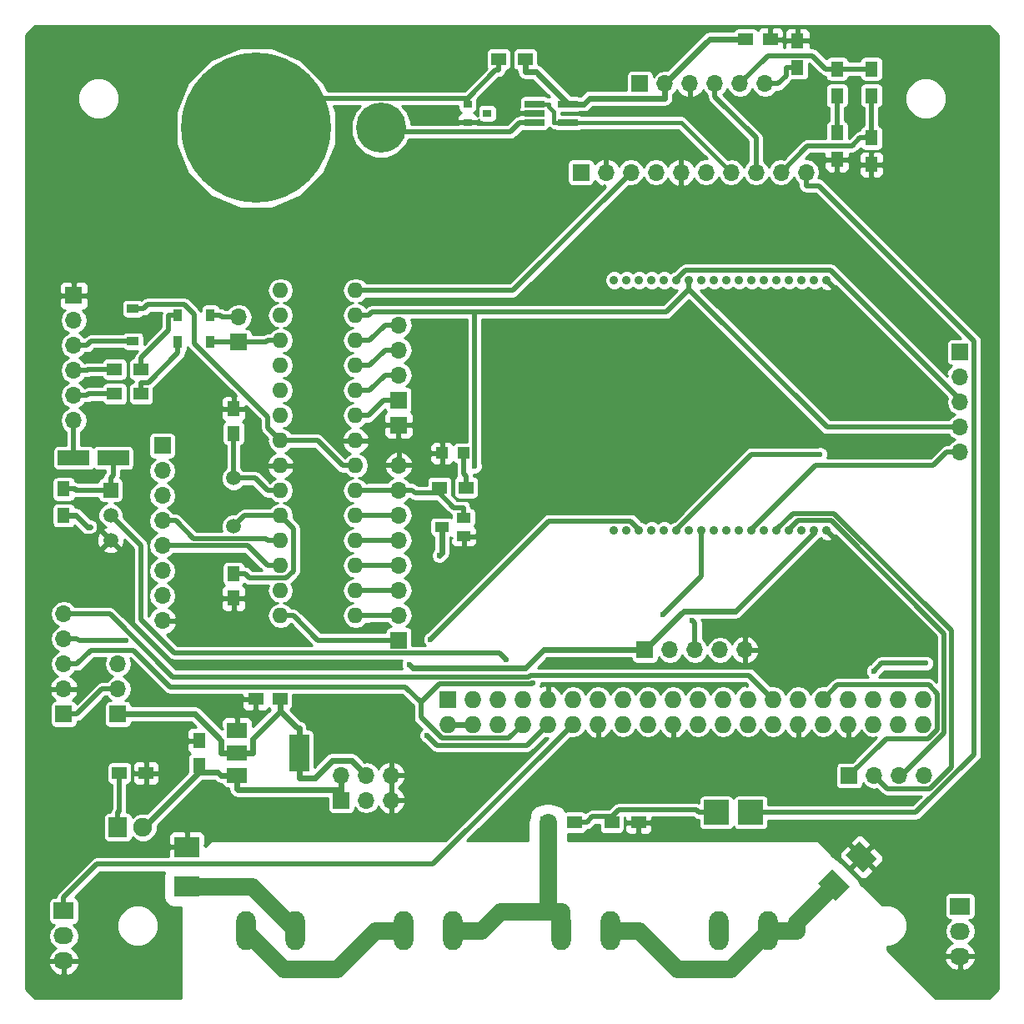
<source format=gbr>
G04 #@! TF.FileFunction,Copper,L1,Top,Signal*
%FSLAX46Y46*%
G04 Gerber Fmt 4.6, Leading zero omitted, Abs format (unit mm)*
G04 Created by KiCad (PCBNEW 4.0.6-e0-6349~53~ubuntu16.04.1) date Thu May 25 22:23:32 2017*
%MOMM*%
%LPD*%
G01*
G04 APERTURE LIST*
%ADD10C,0.150000*%
%ADD11C,0.900000*%
%ADD12R,1.727200X1.727200*%
%ADD13O,1.727200X1.727200*%
%ADD14R,2.032000X1.727200*%
%ADD15O,2.032000X1.727200*%
%ADD16O,1.981200X3.962400*%
%ADD17R,1.250000X1.500000*%
%ADD18R,1.300000X1.500000*%
%ADD19C,1.501140*%
%ADD20O,1.600000X1.600000*%
%ADD21R,1.900000X2.000000*%
%ADD22C,1.900000*%
%ADD23R,1.500000X1.300000*%
%ADD24R,1.500000X1.250000*%
%ADD25R,3.200000X1.500000*%
%ADD26R,1.200000X1.200000*%
%ADD27R,1.700000X1.700000*%
%ADD28O,1.700000X1.700000*%
%ADD29C,15.240000*%
%ADD30C,5.080000*%
%ADD31C,1.520000*%
%ADD32R,1.520000X1.520000*%
%ADD33R,0.900000X0.800000*%
%ADD34R,2.000000X3.800000*%
%ADD35R,2.000000X1.500000*%
%ADD36R,2.000000X0.650000*%
%ADD37R,2.500000X2.500000*%
%ADD38R,0.900000X1.200000*%
%ADD39R,1.200000X0.900000*%
%ADD40R,2.500000X2.000000*%
%ADD41R,1.400000X1.000000*%
%ADD42C,0.600000*%
%ADD43C,0.625000*%
%ADD44C,0.500000*%
%ADD45C,1.750000*%
%ADD46C,0.400000*%
%ADD47C,0.254000*%
G04 APERTURE END LIST*
D10*
D11*
X141365000Y-84350000D03*
X142635000Y-84350000D03*
X143905000Y-84350000D03*
X145175000Y-84350000D03*
X146445000Y-84350000D03*
X147715000Y-84350000D03*
X148985000Y-84350000D03*
X150255000Y-84350000D03*
X151525000Y-84350000D03*
X152795000Y-84350000D03*
X154065000Y-84350000D03*
X155335000Y-84350000D03*
X156605000Y-84350000D03*
X157875000Y-84350000D03*
X159145000Y-84350000D03*
X160415000Y-84350000D03*
X161685000Y-84350000D03*
X162955000Y-84350000D03*
X141365000Y-58950000D03*
X142635000Y-58950000D03*
X143905000Y-58950000D03*
X145175000Y-58950000D03*
X146445000Y-58950000D03*
X147715000Y-58950000D03*
X148985000Y-58950000D03*
X150255000Y-58950000D03*
X151525000Y-58950000D03*
X152795000Y-58950000D03*
X154065000Y-58950000D03*
X155335000Y-58950000D03*
X156605000Y-58950000D03*
X157875000Y-58950000D03*
X159145000Y-58950000D03*
X160415000Y-58950000D03*
X161685000Y-58950000D03*
X162955000Y-58950000D03*
D12*
X124500000Y-101500000D03*
D13*
X124500000Y-104040000D03*
X127040000Y-101500000D03*
X127040000Y-104040000D03*
X129580000Y-101500000D03*
X129580000Y-104040000D03*
X132120000Y-101500000D03*
X132120000Y-104040000D03*
X134660000Y-101500000D03*
X134660000Y-104040000D03*
X137200000Y-101500000D03*
X137200000Y-104040000D03*
X139740000Y-101500000D03*
X139740000Y-104040000D03*
X142280000Y-101500000D03*
X142280000Y-104040000D03*
X144820000Y-101500000D03*
X144820000Y-104040000D03*
X147360000Y-101500000D03*
X147360000Y-104040000D03*
X149900000Y-101500000D03*
X149900000Y-104040000D03*
X152440000Y-101500000D03*
X152440000Y-104040000D03*
X154980000Y-101500000D03*
X154980000Y-104040000D03*
X157520000Y-101500000D03*
X157520000Y-104040000D03*
X160060000Y-101500000D03*
X160060000Y-104040000D03*
X162600000Y-101500000D03*
X162600000Y-104040000D03*
X165140000Y-101500000D03*
X165140000Y-104040000D03*
X167680000Y-101500000D03*
X167680000Y-104040000D03*
X170220000Y-101500000D03*
X170220000Y-104040000D03*
X172760000Y-101500000D03*
X172760000Y-104040000D03*
D14*
X85500000Y-123000000D03*
D15*
X85500000Y-125540000D03*
X85500000Y-128080000D03*
D14*
X176500000Y-122500000D03*
D15*
X176500000Y-125040000D03*
X176500000Y-127580000D03*
D16*
X104000000Y-125000000D03*
X109000000Y-125000000D03*
X152000000Y-125000000D03*
X157000000Y-125000000D03*
X136000000Y-125000000D03*
X141000000Y-125000000D03*
X120000000Y-125000000D03*
X125000000Y-125000000D03*
D17*
X102750000Y-72000000D03*
X102750000Y-74500000D03*
X102750000Y-91250000D03*
X102750000Y-88750000D03*
D18*
X85500000Y-82850000D03*
X85500000Y-80150000D03*
D19*
X102750000Y-79059060D03*
X102750000Y-83940940D03*
D20*
X107500000Y-60000000D03*
X107500000Y-62540000D03*
X107500000Y-65080000D03*
X107500000Y-67620000D03*
X107500000Y-70160000D03*
X107500000Y-72700000D03*
X107500000Y-75240000D03*
X107500000Y-77780000D03*
X107500000Y-80320000D03*
X107500000Y-82860000D03*
X107500000Y-85400000D03*
X107500000Y-87940000D03*
X107500000Y-90480000D03*
X107500000Y-93020000D03*
X115120000Y-93020000D03*
X115120000Y-90480000D03*
X115120000Y-87940000D03*
X115120000Y-85400000D03*
X115120000Y-82860000D03*
X115120000Y-80320000D03*
X115120000Y-77780000D03*
X115120000Y-75240000D03*
X115120000Y-72700000D03*
X115120000Y-70160000D03*
X115120000Y-67620000D03*
X115120000Y-65080000D03*
X115120000Y-62540000D03*
X115120000Y-60000000D03*
D21*
X91000000Y-114500000D03*
D22*
X93540000Y-114500000D03*
D23*
X91150000Y-109000000D03*
X93850000Y-109000000D03*
D17*
X99230000Y-108210000D03*
X99230000Y-105710000D03*
D24*
X107480000Y-101460000D03*
X104980000Y-101460000D03*
D25*
X86500000Y-77000000D03*
X90500000Y-77000000D03*
D26*
X126100000Y-76500000D03*
X123900000Y-76500000D03*
D27*
X86500000Y-60500000D03*
D28*
X86500000Y-63040000D03*
X86500000Y-65580000D03*
X86500000Y-68120000D03*
X86500000Y-70660000D03*
X86500000Y-73200000D03*
D29*
X105000000Y-43500000D03*
D30*
X117700000Y-43500000D03*
D31*
X90250000Y-82790000D03*
X90250000Y-85330000D03*
D32*
X90250000Y-80250000D03*
D33*
X126500000Y-41050000D03*
X126500000Y-42950000D03*
X128500000Y-42000000D03*
D23*
X123650000Y-80000000D03*
X126350000Y-80000000D03*
X90650000Y-68000000D03*
X93350000Y-68000000D03*
X90650000Y-70500000D03*
X93350000Y-70500000D03*
X132350000Y-36500000D03*
X129650000Y-36500000D03*
D34*
X109380000Y-106960000D03*
D35*
X103080000Y-106960000D03*
X103080000Y-109260000D03*
X103080000Y-104660000D03*
D36*
X133290000Y-41050000D03*
X133290000Y-42000000D03*
X133290000Y-42950000D03*
X136710000Y-42950000D03*
X136710000Y-41050000D03*
D24*
X157250000Y-34500000D03*
X154750000Y-34500000D03*
D37*
X155250000Y-113000000D03*
X151750000Y-113000000D03*
D27*
X138000000Y-48000000D03*
D28*
X140540000Y-48000000D03*
X143080000Y-48000000D03*
X145620000Y-48000000D03*
X148160000Y-48000000D03*
X150700000Y-48000000D03*
X153240000Y-48000000D03*
X155780000Y-48000000D03*
X158320000Y-48000000D03*
X160860000Y-48000000D03*
D27*
X144000000Y-39000000D03*
D28*
X146540000Y-39000000D03*
X149080000Y-39000000D03*
X151620000Y-39000000D03*
X154160000Y-39000000D03*
X156700000Y-39000000D03*
D27*
X85500000Y-103000000D03*
D28*
X85500000Y-100460000D03*
X85500000Y-97920000D03*
X85500000Y-95380000D03*
X85500000Y-92840000D03*
D27*
X91000000Y-103000000D03*
D28*
X91000000Y-100460000D03*
X91000000Y-97920000D03*
D18*
X160000000Y-37350000D03*
X160000000Y-34650000D03*
X164000000Y-37500000D03*
X164000000Y-40200000D03*
X164000000Y-44000000D03*
X164000000Y-46700000D03*
X167500000Y-37500000D03*
X167500000Y-40200000D03*
X167500000Y-44500000D03*
X167500000Y-47200000D03*
D23*
X134650000Y-114000000D03*
X137350000Y-114000000D03*
X141150000Y-114000000D03*
X143850000Y-114000000D03*
D38*
X100400000Y-62500000D03*
X97100000Y-62500000D03*
X97100000Y-65250000D03*
X100400000Y-65250000D03*
D39*
X92500000Y-61850000D03*
X92500000Y-65150000D03*
D10*
G36*
X163848563Y-121919204D02*
X162080796Y-120151437D01*
X163495009Y-118737224D01*
X165262776Y-120504991D01*
X163848563Y-121919204D01*
X163848563Y-121919204D01*
G37*
G36*
X166676991Y-119090776D02*
X164909224Y-117323009D01*
X166323437Y-115908796D01*
X168091204Y-117676563D01*
X166676991Y-119090776D01*
X166676991Y-119090776D01*
G37*
D40*
X98000000Y-120500000D03*
X98000000Y-116500000D03*
D27*
X119495000Y-71120000D03*
D28*
X119495000Y-68580000D03*
X119495000Y-66040000D03*
X119495000Y-63500000D03*
D27*
X95500000Y-75750000D03*
D28*
X95500000Y-78290000D03*
X95500000Y-80830000D03*
X95500000Y-83370000D03*
X95500000Y-85910000D03*
X95500000Y-88450000D03*
X95500000Y-90990000D03*
X95500000Y-93530000D03*
D27*
X119500000Y-95500000D03*
D28*
X119500000Y-92960000D03*
X119500000Y-90420000D03*
X119500000Y-87880000D03*
X119500000Y-85340000D03*
X119500000Y-82800000D03*
X119500000Y-80260000D03*
X119500000Y-77720000D03*
D27*
X103250000Y-65250000D03*
D28*
X103250000Y-62710000D03*
D27*
X176500000Y-66250000D03*
D28*
X176500000Y-68790000D03*
X176500000Y-71330000D03*
X176500000Y-73870000D03*
X176500000Y-76410000D03*
D27*
X165250000Y-109250000D03*
D28*
X167790000Y-109250000D03*
X170330000Y-109250000D03*
X172870000Y-109250000D03*
D27*
X119495000Y-73660000D03*
X113665000Y-111760000D03*
D28*
X113665000Y-109220000D03*
X116205000Y-111760000D03*
X116205000Y-109220000D03*
X118745000Y-111760000D03*
X118745000Y-109220000D03*
D27*
X144500000Y-96500000D03*
D28*
X147040000Y-96500000D03*
X149580000Y-96500000D03*
X152120000Y-96500000D03*
X154660000Y-96500000D03*
D41*
X126100000Y-84950000D03*
X126100000Y-83050000D03*
X123900000Y-84000000D03*
D42*
X120561500Y-97962900D03*
X162277500Y-76632500D03*
X149295700Y-93458600D03*
X146329600Y-92916600D03*
X127214800Y-77837000D03*
X123633000Y-86919900D03*
X88142100Y-83972800D03*
X173042500Y-97851700D03*
X167724800Y-98630200D03*
X130415400Y-97442600D03*
X133158900Y-99826000D03*
X122740000Y-95419000D03*
X91828500Y-95560200D03*
X122366300Y-105149900D03*
D43*
X133422800Y-37762800D02*
X136710000Y-41050000D01*
X132350000Y-37762800D02*
X133422800Y-37762800D01*
X132350000Y-36500000D02*
X132350000Y-37762800D01*
X98799100Y-103000000D02*
X91000000Y-103000000D01*
X101467200Y-105668100D02*
X98799100Y-103000000D01*
X101467200Y-106960000D02*
X101467200Y-105668100D01*
X109229400Y-104447200D02*
X107480000Y-102697800D01*
X109380000Y-104447200D02*
X109229400Y-104447200D01*
X107480000Y-101460000D02*
X107480000Y-102697800D01*
X109380000Y-106960000D02*
X109380000Y-104447200D01*
X102273600Y-106960000D02*
X101467200Y-106960000D01*
X102273600Y-106960000D02*
X103080000Y-106960000D01*
X104692800Y-105485000D02*
X107480000Y-102697800D01*
X104692800Y-106960000D02*
X104692800Y-105485000D01*
X103080000Y-106960000D02*
X104692800Y-106960000D01*
X110992800Y-109472800D02*
X109380000Y-109472800D01*
X112728700Y-107736900D02*
X110992800Y-109472800D01*
X114721900Y-107736900D02*
X112728700Y-107736900D01*
X116205000Y-109220000D02*
X114721900Y-107736900D01*
X109380000Y-106960000D02*
X109380000Y-109472800D01*
X144500000Y-96500000D02*
X143037200Y-96500000D01*
X148454200Y-92545800D02*
X144500000Y-96500000D01*
X153732200Y-92545800D02*
X148454200Y-92545800D01*
X161685000Y-84593000D02*
X153732200Y-92545800D01*
X161685000Y-84350000D02*
X161685000Y-84593000D01*
X120954000Y-98355400D02*
X120561500Y-97962900D01*
X132348200Y-98355400D02*
X120954000Y-98355400D01*
X134203600Y-96500000D02*
X132348200Y-98355400D01*
X143037200Y-96500000D02*
X134203600Y-96500000D01*
X151040000Y-34500000D02*
X146540000Y-39000000D01*
X154750000Y-34500000D02*
X151040000Y-34500000D01*
X138910000Y-40462800D02*
X138322800Y-41050000D01*
X146540000Y-40462800D02*
X138910000Y-40462800D01*
X146540000Y-39000000D02*
X146540000Y-40462800D01*
X136710000Y-41050000D02*
X138322800Y-41050000D01*
D44*
X155337100Y-76632500D02*
X162277500Y-76632500D01*
X147715000Y-84254600D02*
X155337100Y-76632500D01*
X147715000Y-84350000D02*
X147715000Y-84254600D01*
X149580000Y-93742900D02*
X149295700Y-93458600D01*
X149580000Y-96500000D02*
X149580000Y-93742900D01*
X150255000Y-88991200D02*
X150255000Y-84350000D01*
X146329600Y-92916600D02*
X150255000Y-88991200D01*
X147715000Y-58849900D02*
X147715000Y-58950000D01*
X148622900Y-57942000D02*
X147715000Y-58849900D01*
X163362600Y-57942000D02*
X148622900Y-57942000D01*
X176500000Y-71079400D02*
X163362600Y-57942000D01*
X176500000Y-71330000D02*
X176500000Y-71079400D01*
X131080000Y-60000000D02*
X115120000Y-60000000D01*
X143080000Y-48000000D02*
X131080000Y-60000000D01*
X176500000Y-73870000D02*
X175150000Y-73870000D01*
X148985000Y-58950000D02*
X148985000Y-59850200D01*
X163004800Y-73870000D02*
X175150000Y-73870000D01*
X148985000Y-59850200D02*
X163004800Y-73870000D01*
X115120000Y-62540000D02*
X116420000Y-62540000D01*
X116773500Y-62186500D02*
X116420000Y-62540000D01*
X127214800Y-62186500D02*
X116773500Y-62186500D01*
X146648700Y-62186500D02*
X127214800Y-62186500D01*
X148985000Y-59850200D02*
X146648700Y-62186500D01*
X127214800Y-62186500D02*
X127214800Y-77837000D01*
D43*
X123900000Y-86652900D02*
X123900000Y-84000000D01*
X123633000Y-86919900D02*
X123900000Y-86652900D01*
X124500000Y-104040000D02*
X127040000Y-104040000D01*
X99230000Y-108210000D02*
X99230000Y-108891400D01*
X103080000Y-109260000D02*
X101467200Y-109260000D01*
X113665000Y-109220000D02*
X113665000Y-110682800D01*
X113665000Y-111760000D02*
X113665000Y-110682800D01*
X103080000Y-109260000D02*
X103080000Y-110622800D01*
X103140000Y-110682800D02*
X103080000Y-110622800D01*
X113665000Y-110682800D02*
X103140000Y-110682800D01*
X101098600Y-108891400D02*
X101467200Y-109260000D01*
X99230000Y-108891400D02*
X101098600Y-108891400D01*
X93621400Y-114500000D02*
X93540000Y-114500000D01*
X99230000Y-108891400D02*
X93621400Y-114500000D01*
X87885600Y-83972800D02*
X86762800Y-82850000D01*
X88142100Y-83972800D02*
X87885600Y-83972800D01*
X85500000Y-82850000D02*
X86762800Y-82850000D01*
D44*
X122990400Y-118249600D02*
X137200000Y-104040000D01*
X88886800Y-118249600D02*
X122990400Y-118249600D01*
X85500000Y-121636400D02*
X88886800Y-118249600D01*
X85500000Y-123000000D02*
X85500000Y-121636400D01*
X168503300Y-97851700D02*
X167724800Y-98630200D01*
X173042500Y-97851700D02*
X168503300Y-97851700D01*
D45*
X104000000Y-125108800D02*
X104000000Y-125000000D01*
X107771900Y-128880700D02*
X104000000Y-125108800D01*
X113253400Y-128880700D02*
X107771900Y-128880700D01*
X117134100Y-125000000D02*
X113253400Y-128880700D01*
X120000000Y-125000000D02*
X117134100Y-125000000D01*
X136000000Y-125000000D02*
X136000000Y-123071700D01*
X125000000Y-125000000D02*
X127865900Y-125000000D01*
X134650000Y-114000000D02*
X134650000Y-116525300D01*
X134650000Y-116525300D02*
X134650000Y-123071700D01*
X136000000Y-123071700D02*
X134650000Y-123071700D01*
X129794200Y-123071700D02*
X127865900Y-125000000D01*
X134650000Y-123071700D02*
X129794200Y-123071700D01*
D44*
X107500000Y-80320000D02*
X106200000Y-80320000D01*
X104939100Y-79059100D02*
X102750000Y-79059100D01*
X106200000Y-80320000D02*
X104939100Y-79059100D01*
X102750000Y-79059100D02*
X102750000Y-74500000D01*
X103830900Y-82860000D02*
X107500000Y-82860000D01*
X102750000Y-83940900D02*
X103830900Y-82860000D01*
X104323600Y-89198600D02*
X103875000Y-88750000D01*
X108081100Y-89198600D02*
X104323600Y-89198600D01*
X108810900Y-88468800D02*
X108081100Y-89198600D01*
X108810900Y-84170900D02*
X108810900Y-88468800D01*
X107500000Y-82860000D02*
X108810900Y-84170900D01*
X102750000Y-88750000D02*
X103875000Y-88750000D01*
X91150000Y-112850000D02*
X91150000Y-109000000D01*
X91000000Y-113000000D02*
X91150000Y-112850000D01*
X91000000Y-114500000D02*
X91000000Y-113000000D01*
X86500000Y-73200000D02*
X86500000Y-77000000D01*
X86750000Y-80250000D02*
X86650000Y-80150000D01*
X90250000Y-80250000D02*
X86750000Y-80250000D01*
X85500000Y-80150000D02*
X86650000Y-80150000D01*
X90500000Y-78740000D02*
X90250000Y-78990000D01*
X90500000Y-77000000D02*
X90500000Y-78740000D01*
X90250000Y-80250000D02*
X90250000Y-78990000D01*
X116480000Y-80260000D02*
X116420000Y-80320000D01*
X119500000Y-80260000D02*
X116480000Y-80260000D01*
X115120000Y-80320000D02*
X116420000Y-80320000D01*
X123650000Y-80000000D02*
X123650000Y-80575000D01*
X121165000Y-80575000D02*
X120850000Y-80260000D01*
X123650000Y-80575000D02*
X121165000Y-80575000D01*
X119500000Y-80260000D02*
X120850000Y-80260000D01*
X125125000Y-82050000D02*
X123650000Y-80575000D01*
X126100000Y-82050000D02*
X125125000Y-82050000D01*
X126100000Y-83050000D02*
X126100000Y-82050000D01*
X111280000Y-75240000D02*
X107500000Y-75240000D01*
X113820000Y-77780000D02*
X111280000Y-75240000D01*
X115120000Y-77780000D02*
X113820000Y-77780000D01*
X106210400Y-73950400D02*
X107500000Y-75240000D01*
X106210400Y-72807400D02*
X106210400Y-73950400D01*
X98750000Y-65347000D02*
X106210400Y-72807400D01*
X98750000Y-62433600D02*
X98750000Y-65347000D01*
X97766000Y-61449600D02*
X98750000Y-62433600D01*
X94000400Y-61449600D02*
X97766000Y-61449600D01*
X93600000Y-61850000D02*
X94000400Y-61449600D01*
X92500000Y-61850000D02*
X93600000Y-61850000D01*
X126100000Y-78600000D02*
X126100000Y-76500000D01*
X126350000Y-78850000D02*
X126100000Y-78600000D01*
X126350000Y-80000000D02*
X126350000Y-78850000D01*
X96150000Y-64050000D02*
X93350000Y-66850000D01*
X96150000Y-62500000D02*
X96150000Y-64050000D01*
X97100000Y-62500000D02*
X96150000Y-62500000D01*
X93350000Y-68000000D02*
X93350000Y-66850000D01*
X94100000Y-69350000D02*
X93350000Y-69350000D01*
X97100000Y-66350000D02*
X94100000Y-69350000D01*
X93350000Y-70500000D02*
X93350000Y-69350000D01*
X97100000Y-65250000D02*
X97100000Y-66350000D01*
X88280000Y-65150000D02*
X87850000Y-65580000D01*
X92500000Y-65150000D02*
X88280000Y-65150000D01*
X86500000Y-65580000D02*
X87850000Y-65580000D01*
X129773200Y-96800400D02*
X130415400Y-97442600D01*
X96726700Y-96800400D02*
X129773200Y-96800400D01*
X93315100Y-93388800D02*
X96726700Y-96800400D01*
X93315100Y-85855100D02*
X93315100Y-93388800D01*
X90250000Y-82790000D02*
X93315100Y-85855100D01*
X87970000Y-68000000D02*
X87850000Y-68120000D01*
X90650000Y-68000000D02*
X87970000Y-68000000D01*
X86500000Y-68120000D02*
X87850000Y-68120000D01*
X88010000Y-70500000D02*
X87850000Y-70660000D01*
X90650000Y-70500000D02*
X88010000Y-70500000D01*
X86500000Y-70660000D02*
X87850000Y-70660000D01*
X118100400Y-43900400D02*
X117700000Y-43500000D01*
X130839600Y-43900400D02*
X118100400Y-43900400D01*
X131790000Y-42950000D02*
X130839600Y-43900400D01*
X133290000Y-42950000D02*
X131790000Y-42950000D01*
D46*
X148190000Y-42950000D02*
X136710000Y-42950000D01*
X153240000Y-48000000D02*
X148190000Y-42950000D01*
X134740000Y-41344700D02*
X134740000Y-41050000D01*
X135260000Y-41864700D02*
X134740000Y-41344700D01*
X135260000Y-42950000D02*
X135260000Y-41864700D01*
X136710000Y-42950000D02*
X135260000Y-42950000D01*
X133290000Y-41050000D02*
X134740000Y-41050000D01*
D44*
X172004900Y-113000000D02*
X155250000Y-113000000D01*
X177917600Y-107087300D02*
X172004900Y-113000000D01*
X177917600Y-65142000D02*
X177917600Y-107087300D01*
X162125600Y-49350000D02*
X177917600Y-65142000D01*
X160860000Y-49350000D02*
X162125600Y-49350000D01*
X160860000Y-48000000D02*
X160860000Y-49350000D01*
X141150000Y-114000000D02*
X141150000Y-113425000D01*
X139175000Y-113425000D02*
X138600000Y-114000000D01*
X141150000Y-113425000D02*
X139175000Y-113425000D01*
X137350000Y-114000000D02*
X138600000Y-114000000D01*
X141835900Y-112739100D02*
X141150000Y-113425000D01*
X149739100Y-112739100D02*
X141835900Y-112739100D01*
X150000000Y-113000000D02*
X149739100Y-112739100D01*
X151750000Y-113000000D02*
X150000000Y-113000000D01*
X90169500Y-92840000D02*
X85500000Y-92840000D01*
X96549600Y-99220100D02*
X90169500Y-92840000D01*
X132703700Y-99220100D02*
X96549600Y-99220100D01*
X132848100Y-99075700D02*
X132703700Y-99220100D01*
X155095700Y-99075700D02*
X132848100Y-99075700D01*
X157520000Y-101500000D02*
X155095700Y-99075700D01*
X155335000Y-84276400D02*
X155335000Y-84350000D01*
X161851400Y-77760000D02*
X155335000Y-84276400D01*
X173800000Y-77760000D02*
X161851400Y-77760000D01*
X175150000Y-76410000D02*
X173800000Y-77760000D01*
X176500000Y-76410000D02*
X175150000Y-76410000D01*
X164045200Y-100054800D02*
X162600000Y-101500000D01*
X173323900Y-100054800D02*
X164045200Y-100054800D01*
X174184700Y-100915600D02*
X173323900Y-100054800D01*
X174184700Y-104546500D02*
X174184700Y-100915600D01*
X173218900Y-105512300D02*
X174184700Y-104546500D01*
X168987700Y-105512300D02*
X173218900Y-105512300D01*
X165250000Y-109250000D02*
X168987700Y-105512300D01*
X157875000Y-84277300D02*
X157875000Y-84350000D01*
X159515800Y-82636500D02*
X157875000Y-84277300D01*
X163698900Y-82636500D02*
X159515800Y-82636500D01*
X175597100Y-94534700D02*
X163698900Y-82636500D01*
X175597100Y-108417300D02*
X175597100Y-94534700D01*
X173435900Y-110578500D02*
X175597100Y-108417300D01*
X169118500Y-110578500D02*
X173435900Y-110578500D01*
X167790000Y-109250000D02*
X169118500Y-110578500D01*
X159145000Y-84261900D02*
X159145000Y-84350000D01*
X160061800Y-83345100D02*
X159145000Y-84261900D01*
X163417000Y-83345100D02*
X160061800Y-83345100D01*
X174896700Y-94824800D02*
X163417000Y-83345100D01*
X174896700Y-104908500D02*
X174896700Y-94824800D01*
X170555200Y-109250000D02*
X174896700Y-104908500D01*
X170330000Y-109250000D02*
X170555200Y-109250000D01*
X155780000Y-44510000D02*
X151620000Y-40350000D01*
X155780000Y-48000000D02*
X155780000Y-44510000D01*
X151620000Y-39000000D02*
X151620000Y-40350000D01*
X126500000Y-41050000D02*
X126500000Y-40504900D01*
X107995100Y-40504900D02*
X105000000Y-43500000D01*
X126500000Y-40504900D02*
X107995100Y-40504900D01*
X129354900Y-37650000D02*
X126500000Y-40504900D01*
X129650000Y-37650000D02*
X129354900Y-37650000D01*
X129650000Y-36500000D02*
X129650000Y-37650000D01*
X167500000Y-37500000D02*
X164000000Y-37500000D01*
X157016400Y-36143600D02*
X154160000Y-39000000D01*
X161493600Y-36143600D02*
X157016400Y-36143600D01*
X162850000Y-37500000D02*
X161493600Y-36143600D01*
X164000000Y-37500000D02*
X162850000Y-37500000D01*
X158850000Y-38200000D02*
X158050000Y-39000000D01*
X158850000Y-37350000D02*
X158850000Y-38200000D01*
X156700000Y-39000000D02*
X158050000Y-39000000D01*
X160000000Y-37350000D02*
X158850000Y-37350000D01*
X89390000Y-100460000D02*
X86850000Y-103000000D01*
X91000000Y-100460000D02*
X89390000Y-100460000D01*
X85500000Y-103000000D02*
X86850000Y-103000000D01*
X164000000Y-44000000D02*
X164000000Y-40200000D01*
X165550000Y-45300000D02*
X166350000Y-44500000D01*
X161020000Y-45300000D02*
X165550000Y-45300000D01*
X158320000Y-48000000D02*
X161020000Y-45300000D01*
X167500000Y-44500000D02*
X166925000Y-44500000D01*
X166925000Y-44500000D02*
X166350000Y-44500000D01*
X167500000Y-43925000D02*
X167500000Y-40200000D01*
X166925000Y-44500000D02*
X167500000Y-43925000D01*
D45*
X109000000Y-124880000D02*
X109000000Y-125000000D01*
X104620000Y-120500000D02*
X109000000Y-124880000D01*
X98000000Y-120500000D02*
X104620000Y-120500000D01*
X159865900Y-124134100D02*
X159865900Y-125000000D01*
X163671800Y-120328200D02*
X159865900Y-124134100D01*
X157000000Y-125000000D02*
X159865900Y-125000000D01*
X141000000Y-125000000D02*
X143865900Y-125000000D01*
X147746600Y-128880700D02*
X143865900Y-125000000D01*
X153228100Y-128880700D02*
X147746600Y-128880700D01*
X157000000Y-125108800D02*
X153228100Y-128880700D01*
X157000000Y-125000000D02*
X157000000Y-125108800D01*
D44*
X101560000Y-62710000D02*
X101350000Y-62500000D01*
X103250000Y-62710000D02*
X101560000Y-62710000D01*
X100400000Y-62500000D02*
X101350000Y-62500000D01*
X100400000Y-65250000D02*
X103250000Y-65250000D01*
X106030000Y-65250000D02*
X106200000Y-65080000D01*
X103250000Y-65250000D02*
X106030000Y-65250000D01*
X107500000Y-65080000D02*
X106200000Y-65080000D01*
X106009500Y-85209500D02*
X106200000Y-85400000D01*
X98689500Y-85209500D02*
X106009500Y-85209500D01*
X96850000Y-83370000D02*
X98689500Y-85209500D01*
X95500000Y-83370000D02*
X96850000Y-83370000D01*
X107500000Y-85400000D02*
X106200000Y-85400000D01*
X104170000Y-85910000D02*
X106200000Y-87940000D01*
X95500000Y-85910000D02*
X104170000Y-85910000D01*
X107500000Y-87940000D02*
X106200000Y-87940000D01*
X111280000Y-95500000D02*
X108800000Y-93020000D01*
X119500000Y-95500000D02*
X111280000Y-95500000D01*
X107500000Y-93020000D02*
X108800000Y-93020000D01*
X116480000Y-92960000D02*
X116420000Y-93020000D01*
X119500000Y-92960000D02*
X116480000Y-92960000D01*
X115120000Y-93020000D02*
X116420000Y-93020000D01*
X116480000Y-90420000D02*
X116420000Y-90480000D01*
X119500000Y-90420000D02*
X116480000Y-90420000D01*
X115120000Y-90480000D02*
X116420000Y-90480000D01*
X116480000Y-87880000D02*
X116420000Y-87940000D01*
X119500000Y-87880000D02*
X116480000Y-87880000D01*
X115120000Y-87940000D02*
X116420000Y-87940000D01*
X116480000Y-85340000D02*
X116420000Y-85400000D01*
X119500000Y-85340000D02*
X116480000Y-85340000D01*
X115120000Y-85400000D02*
X116420000Y-85400000D01*
X116480000Y-82800000D02*
X116420000Y-82860000D01*
X119500000Y-82800000D02*
X116480000Y-82800000D01*
X115120000Y-82860000D02*
X116420000Y-82860000D01*
X118000000Y-71120000D02*
X116420000Y-72700000D01*
X119495000Y-71120000D02*
X118000000Y-71120000D01*
X115120000Y-72700000D02*
X116420000Y-72700000D01*
X116565000Y-70160000D02*
X115120000Y-70160000D01*
X118145000Y-68580000D02*
X116565000Y-70160000D01*
X119495000Y-68580000D02*
X118145000Y-68580000D01*
X116565000Y-67620000D02*
X115120000Y-67620000D01*
X118145000Y-66040000D02*
X116565000Y-67620000D01*
X119495000Y-66040000D02*
X118145000Y-66040000D01*
X116565000Y-65080000D02*
X115120000Y-65080000D01*
X118145000Y-63500000D02*
X116565000Y-65080000D01*
X119495000Y-63500000D02*
X118145000Y-63500000D01*
X85500000Y-97920000D02*
X86850000Y-97920000D01*
X120162700Y-100228400D02*
X121770400Y-101836100D01*
X96279500Y-100228400D02*
X120162700Y-100228400D01*
X92554700Y-96503600D02*
X96279500Y-100228400D01*
X88266400Y-96503600D02*
X92554700Y-96503600D01*
X86850000Y-97920000D02*
X88266400Y-96503600D01*
X123686000Y-99920500D02*
X121770400Y-101836100D01*
X133064400Y-99920500D02*
X123686000Y-99920500D01*
X133158900Y-99826000D02*
X133064400Y-99920500D01*
X130691200Y-105468800D02*
X132120000Y-104040000D01*
X123896100Y-105468800D02*
X130691200Y-105468800D01*
X121770400Y-103343100D02*
X123896100Y-105468800D01*
X121770400Y-101836100D02*
X121770400Y-103343100D01*
X143905000Y-84262700D02*
X143905000Y-84350000D01*
X143060200Y-83417900D02*
X143905000Y-84262700D01*
X134741100Y-83417900D02*
X143060200Y-83417900D01*
X122740000Y-95419000D02*
X134741100Y-83417900D01*
X87030200Y-95560200D02*
X91828500Y-95560200D01*
X86850000Y-95380000D02*
X87030200Y-95560200D01*
X85500000Y-95380000D02*
X86850000Y-95380000D01*
X132528500Y-106171500D02*
X134660000Y-104040000D01*
X123387900Y-106171500D02*
X132528500Y-106171500D01*
X122366300Y-105149900D02*
X123387900Y-106171500D01*
D47*
G36*
X180373000Y-34052606D02*
X180373000Y-130947394D01*
X179447394Y-131873000D01*
X174052606Y-131873000D01*
X170118632Y-127939026D01*
X174892642Y-127939026D01*
X174895291Y-127954791D01*
X175149268Y-128482036D01*
X175585680Y-128871954D01*
X176138087Y-129065184D01*
X176373000Y-128920924D01*
X176373000Y-127707000D01*
X176627000Y-127707000D01*
X176627000Y-128920924D01*
X176861913Y-129065184D01*
X177414320Y-128871954D01*
X177850732Y-128482036D01*
X178104709Y-127954791D01*
X178107358Y-127939026D01*
X177986217Y-127707000D01*
X176627000Y-127707000D01*
X176373000Y-127707000D01*
X175013783Y-127707000D01*
X174892642Y-127939026D01*
X170118632Y-127939026D01*
X169400580Y-127220974D01*
X174892642Y-127220974D01*
X175013783Y-127453000D01*
X176373000Y-127453000D01*
X176373000Y-127433000D01*
X176627000Y-127433000D01*
X176627000Y-127453000D01*
X177986217Y-127453000D01*
X178107358Y-127220974D01*
X178104709Y-127205209D01*
X177850732Y-126677964D01*
X177414320Y-126288046D01*
X177319405Y-126254845D01*
X177665932Y-126023303D01*
X177967376Y-125572160D01*
X178073229Y-125040000D01*
X177967376Y-124507840D01*
X177665932Y-124056697D01*
X177432801Y-123900924D01*
X177516000Y-123900924D01*
X177711294Y-123864177D01*
X177890660Y-123748758D01*
X178010990Y-123572649D01*
X178053324Y-123363600D01*
X178053324Y-121636400D01*
X178016577Y-121441106D01*
X177901158Y-121261740D01*
X177725049Y-121141410D01*
X177516000Y-121099076D01*
X175484000Y-121099076D01*
X175288706Y-121135823D01*
X175109340Y-121251242D01*
X174989010Y-121427351D01*
X174946676Y-121636400D01*
X174946676Y-123363600D01*
X174983423Y-123558894D01*
X175098842Y-123738260D01*
X175274951Y-123858590D01*
X175484000Y-123900924D01*
X175567199Y-123900924D01*
X175334068Y-124056697D01*
X175032624Y-124507840D01*
X174926771Y-125040000D01*
X175032624Y-125572160D01*
X175334068Y-126023303D01*
X175680595Y-126254845D01*
X175585680Y-126288046D01*
X175149268Y-126677964D01*
X174895291Y-127205209D01*
X174892642Y-127220974D01*
X169400580Y-127220974D01*
X169127000Y-126947394D01*
X169127000Y-126627111D01*
X169421230Y-126627368D01*
X170203274Y-126304234D01*
X170802131Y-125706422D01*
X171126630Y-124924943D01*
X171127368Y-124078770D01*
X170804234Y-123296726D01*
X170206422Y-122697869D01*
X169424943Y-122373370D01*
X168578770Y-122372632D01*
X168559995Y-122380389D01*
X166344826Y-120165220D01*
X166327399Y-120072601D01*
X166075298Y-119692469D01*
X165016284Y-118633455D01*
X165546150Y-118633455D01*
X165546150Y-118857961D01*
X166317293Y-119629104D01*
X166550682Y-119725777D01*
X166803300Y-119725776D01*
X167036690Y-119629103D01*
X167631055Y-119034738D01*
X167631055Y-118810232D01*
X166500214Y-117679391D01*
X165546150Y-118633455D01*
X165016284Y-118633455D01*
X164307531Y-117924702D01*
X163956646Y-117684953D01*
X163839049Y-117659443D01*
X163628924Y-117449318D01*
X164274223Y-117449318D01*
X164370896Y-117682707D01*
X165142039Y-118453850D01*
X165366545Y-118453850D01*
X166320609Y-117499786D01*
X166679819Y-117499786D01*
X167810660Y-118630627D01*
X168035166Y-118630627D01*
X168629531Y-118036262D01*
X168726204Y-117802872D01*
X168726205Y-117550254D01*
X168629532Y-117316865D01*
X167858389Y-116545722D01*
X167633883Y-116545722D01*
X166679819Y-117499786D01*
X166320609Y-117499786D01*
X165189768Y-116368945D01*
X164965262Y-116368945D01*
X164370897Y-116963310D01*
X164274224Y-117196700D01*
X164274223Y-117449318D01*
X163628924Y-117449318D01*
X162144440Y-115964834D01*
X165369373Y-115964834D01*
X165369373Y-116189340D01*
X166500214Y-117320181D01*
X167454278Y-116366117D01*
X167454278Y-116141611D01*
X166683135Y-115370468D01*
X166449746Y-115273795D01*
X166197128Y-115273796D01*
X165963738Y-115370469D01*
X165369373Y-115964834D01*
X162144440Y-115964834D01*
X162089803Y-115910197D01*
X162047789Y-115882334D01*
X162000000Y-115873000D01*
X136652000Y-115873000D01*
X136652000Y-115187324D01*
X138100000Y-115187324D01*
X138295294Y-115150577D01*
X138474660Y-115035158D01*
X138594990Y-114859049D01*
X138612093Y-114774595D01*
X138897345Y-114717854D01*
X139149422Y-114549422D01*
X139496844Y-114202000D01*
X139862676Y-114202000D01*
X139862676Y-114650000D01*
X139899423Y-114845294D01*
X140014842Y-115024660D01*
X140190951Y-115144990D01*
X140400000Y-115187324D01*
X141900000Y-115187324D01*
X142095294Y-115150577D01*
X142274660Y-115035158D01*
X142394990Y-114859049D01*
X142437324Y-114650000D01*
X142437324Y-114285750D01*
X142465000Y-114285750D01*
X142465000Y-114776310D01*
X142561673Y-115009699D01*
X142740302Y-115188327D01*
X142973691Y-115285000D01*
X143564250Y-115285000D01*
X143723000Y-115126250D01*
X143723000Y-114127000D01*
X143977000Y-114127000D01*
X143977000Y-115126250D01*
X144135750Y-115285000D01*
X144726309Y-115285000D01*
X144959698Y-115188327D01*
X145138327Y-115009699D01*
X145235000Y-114776310D01*
X145235000Y-114285750D01*
X145076250Y-114127000D01*
X143977000Y-114127000D01*
X143723000Y-114127000D01*
X142623750Y-114127000D01*
X142465000Y-114285750D01*
X142437324Y-114285750D01*
X142437324Y-113516100D01*
X142465000Y-113516100D01*
X142465000Y-113714250D01*
X142623750Y-113873000D01*
X143723000Y-113873000D01*
X143723000Y-113853000D01*
X143977000Y-113853000D01*
X143977000Y-113873000D01*
X145076250Y-113873000D01*
X145235000Y-113714250D01*
X145235000Y-113516100D01*
X149417256Y-113516100D01*
X149450578Y-113549422D01*
X149702655Y-113717854D01*
X149962676Y-113769576D01*
X149962676Y-114250000D01*
X149999423Y-114445294D01*
X150114842Y-114624660D01*
X150290951Y-114744990D01*
X150500000Y-114787324D01*
X153000000Y-114787324D01*
X153195294Y-114750577D01*
X153374660Y-114635158D01*
X153494990Y-114459049D01*
X153498629Y-114441077D01*
X153499423Y-114445294D01*
X153614842Y-114624660D01*
X153790951Y-114744990D01*
X154000000Y-114787324D01*
X156500000Y-114787324D01*
X156695294Y-114750577D01*
X156874660Y-114635158D01*
X156994990Y-114459049D01*
X157037324Y-114250000D01*
X157037324Y-113777000D01*
X172004900Y-113777000D01*
X172302245Y-113717854D01*
X172554322Y-113549422D01*
X178467022Y-107636722D01*
X178480611Y-107616384D01*
X178635454Y-107384645D01*
X178694600Y-107087300D01*
X178694600Y-65142000D01*
X178635454Y-64844655D01*
X178467022Y-64592578D01*
X162675022Y-48800578D01*
X162422945Y-48632146D01*
X162125600Y-48573000D01*
X162119441Y-48573000D01*
X162132182Y-48553932D01*
X162237000Y-48026977D01*
X162237000Y-47973023D01*
X162132182Y-47446068D01*
X161833686Y-46999337D01*
X161813352Y-46985750D01*
X162715000Y-46985750D01*
X162715000Y-47576309D01*
X162811673Y-47809698D01*
X162990301Y-47988327D01*
X163223690Y-48085000D01*
X163714250Y-48085000D01*
X163873000Y-47926250D01*
X163873000Y-46827000D01*
X164127000Y-46827000D01*
X164127000Y-47926250D01*
X164285750Y-48085000D01*
X164776310Y-48085000D01*
X165009699Y-47988327D01*
X165188327Y-47809698D01*
X165285000Y-47576309D01*
X165285000Y-47485750D01*
X166215000Y-47485750D01*
X166215000Y-48076309D01*
X166311673Y-48309698D01*
X166490301Y-48488327D01*
X166723690Y-48585000D01*
X167214250Y-48585000D01*
X167373000Y-48426250D01*
X167373000Y-47327000D01*
X167627000Y-47327000D01*
X167627000Y-48426250D01*
X167785750Y-48585000D01*
X168276310Y-48585000D01*
X168509699Y-48488327D01*
X168688327Y-48309698D01*
X168785000Y-48076309D01*
X168785000Y-47485750D01*
X168626250Y-47327000D01*
X167627000Y-47327000D01*
X167373000Y-47327000D01*
X166373750Y-47327000D01*
X166215000Y-47485750D01*
X165285000Y-47485750D01*
X165285000Y-46985750D01*
X165126250Y-46827000D01*
X164127000Y-46827000D01*
X163873000Y-46827000D01*
X162873750Y-46827000D01*
X162715000Y-46985750D01*
X161813352Y-46985750D01*
X161386955Y-46700841D01*
X160860000Y-46596023D01*
X160813589Y-46605255D01*
X161341844Y-46077000D01*
X162715000Y-46077000D01*
X162715000Y-46414250D01*
X162873750Y-46573000D01*
X163873000Y-46573000D01*
X163873000Y-46553000D01*
X164127000Y-46553000D01*
X164127000Y-46573000D01*
X165126250Y-46573000D01*
X165285000Y-46414250D01*
X165285000Y-46323691D01*
X166215000Y-46323691D01*
X166215000Y-46914250D01*
X166373750Y-47073000D01*
X167373000Y-47073000D01*
X167373000Y-45973750D01*
X167627000Y-45973750D01*
X167627000Y-47073000D01*
X168626250Y-47073000D01*
X168785000Y-46914250D01*
X168785000Y-46323691D01*
X168688327Y-46090302D01*
X168509699Y-45911673D01*
X168276310Y-45815000D01*
X167785750Y-45815000D01*
X167627000Y-45973750D01*
X167373000Y-45973750D01*
X167214250Y-45815000D01*
X166723690Y-45815000D01*
X166490301Y-45911673D01*
X166311673Y-46090302D01*
X166215000Y-46323691D01*
X165285000Y-46323691D01*
X165285000Y-46077000D01*
X165550000Y-46077000D01*
X165847345Y-46017854D01*
X166099422Y-45849422D01*
X166409769Y-45539075D01*
X166464842Y-45624660D01*
X166640951Y-45744990D01*
X166850000Y-45787324D01*
X168150000Y-45787324D01*
X168345294Y-45750577D01*
X168524660Y-45635158D01*
X168644990Y-45459049D01*
X168687324Y-45250000D01*
X168687324Y-43750000D01*
X168650577Y-43554706D01*
X168535158Y-43375340D01*
X168359049Y-43255010D01*
X168277000Y-43238394D01*
X168277000Y-41463427D01*
X168345294Y-41450577D01*
X168524660Y-41335158D01*
X168644990Y-41159049D01*
X168687324Y-40950000D01*
X168687324Y-40921230D01*
X170872632Y-40921230D01*
X171195766Y-41703274D01*
X171793578Y-42302131D01*
X172575057Y-42626630D01*
X173421230Y-42627368D01*
X174203274Y-42304234D01*
X174802131Y-41706422D01*
X175126630Y-40924943D01*
X175127368Y-40078770D01*
X174804234Y-39296726D01*
X174206422Y-38697869D01*
X173424943Y-38373370D01*
X172578770Y-38372632D01*
X171796726Y-38695766D01*
X171197869Y-39293578D01*
X170873370Y-40075057D01*
X170872632Y-40921230D01*
X168687324Y-40921230D01*
X168687324Y-39450000D01*
X168650577Y-39254706D01*
X168535158Y-39075340D01*
X168359049Y-38955010D01*
X168150000Y-38912676D01*
X166850000Y-38912676D01*
X166654706Y-38949423D01*
X166475340Y-39064842D01*
X166355010Y-39240951D01*
X166312676Y-39450000D01*
X166312676Y-40950000D01*
X166349423Y-41145294D01*
X166464842Y-41324660D01*
X166640951Y-41444990D01*
X166723000Y-41461606D01*
X166723000Y-43236573D01*
X166654706Y-43249423D01*
X166475340Y-43364842D01*
X166355010Y-43540951D01*
X166316807Y-43729603D01*
X166052655Y-43782146D01*
X165800578Y-43950578D01*
X165228156Y-44523000D01*
X165187324Y-44523000D01*
X165187324Y-43250000D01*
X165150577Y-43054706D01*
X165035158Y-42875340D01*
X164859049Y-42755010D01*
X164777000Y-42738394D01*
X164777000Y-41463427D01*
X164845294Y-41450577D01*
X165024660Y-41335158D01*
X165144990Y-41159049D01*
X165187324Y-40950000D01*
X165187324Y-39450000D01*
X165150577Y-39254706D01*
X165035158Y-39075340D01*
X164859049Y-38955010D01*
X164650000Y-38912676D01*
X163350000Y-38912676D01*
X163154706Y-38949423D01*
X162975340Y-39064842D01*
X162855010Y-39240951D01*
X162812676Y-39450000D01*
X162812676Y-40950000D01*
X162849423Y-41145294D01*
X162964842Y-41324660D01*
X163140951Y-41444990D01*
X163223000Y-41461606D01*
X163223000Y-42736573D01*
X163154706Y-42749423D01*
X162975340Y-42864842D01*
X162855010Y-43040951D01*
X162812676Y-43250000D01*
X162812676Y-44523000D01*
X161020000Y-44523000D01*
X160722655Y-44582146D01*
X160519553Y-44717854D01*
X160470578Y-44750578D01*
X158574508Y-46646648D01*
X158320000Y-46596023D01*
X157793045Y-46700841D01*
X157346314Y-46999337D01*
X157050000Y-47442802D01*
X156753686Y-46999337D01*
X156557000Y-46867916D01*
X156557000Y-44510000D01*
X156497854Y-44212655D01*
X156329422Y-43960578D01*
X152459300Y-40090456D01*
X152593686Y-40000663D01*
X152890000Y-39557198D01*
X153186314Y-40000663D01*
X153633045Y-40299159D01*
X154160000Y-40403977D01*
X154686955Y-40299159D01*
X155133686Y-40000663D01*
X155430000Y-39557198D01*
X155726314Y-40000663D01*
X156173045Y-40299159D01*
X156700000Y-40403977D01*
X157226955Y-40299159D01*
X157673686Y-40000663D01*
X157823133Y-39777000D01*
X158050000Y-39777000D01*
X158347345Y-39717854D01*
X158599422Y-39549422D01*
X159399422Y-38749422D01*
X159474323Y-38637324D01*
X160650000Y-38637324D01*
X160845294Y-38600577D01*
X161024660Y-38485158D01*
X161144990Y-38309049D01*
X161187324Y-38100000D01*
X161187324Y-36936168D01*
X162300578Y-38049422D01*
X162552655Y-38217854D01*
X162816503Y-38270337D01*
X162849423Y-38445294D01*
X162964842Y-38624660D01*
X163140951Y-38744990D01*
X163350000Y-38787324D01*
X164650000Y-38787324D01*
X164845294Y-38750577D01*
X165024660Y-38635158D01*
X165144990Y-38459049D01*
X165181856Y-38277000D01*
X166317756Y-38277000D01*
X166349423Y-38445294D01*
X166464842Y-38624660D01*
X166640951Y-38744990D01*
X166850000Y-38787324D01*
X168150000Y-38787324D01*
X168345294Y-38750577D01*
X168524660Y-38635158D01*
X168644990Y-38459049D01*
X168687324Y-38250000D01*
X168687324Y-36750000D01*
X168650577Y-36554706D01*
X168535158Y-36375340D01*
X168359049Y-36255010D01*
X168150000Y-36212676D01*
X166850000Y-36212676D01*
X166654706Y-36249423D01*
X166475340Y-36364842D01*
X166355010Y-36540951D01*
X166318144Y-36723000D01*
X165182244Y-36723000D01*
X165150577Y-36554706D01*
X165035158Y-36375340D01*
X164859049Y-36255010D01*
X164650000Y-36212676D01*
X163350000Y-36212676D01*
X163154706Y-36249423D01*
X162975340Y-36364842D01*
X162909722Y-36460878D01*
X162043022Y-35594178D01*
X161790945Y-35425746D01*
X161493600Y-35366600D01*
X161285000Y-35366600D01*
X161285000Y-34935750D01*
X161126250Y-34777000D01*
X160127000Y-34777000D01*
X160127000Y-34797000D01*
X159873000Y-34797000D01*
X159873000Y-34777000D01*
X158873750Y-34777000D01*
X158715000Y-34935750D01*
X158715000Y-35366600D01*
X158587245Y-35366600D01*
X158635000Y-35251310D01*
X158635000Y-34785750D01*
X158476250Y-34627000D01*
X157377000Y-34627000D01*
X157377000Y-34647000D01*
X157123000Y-34647000D01*
X157123000Y-34627000D01*
X157103000Y-34627000D01*
X157103000Y-34373000D01*
X157123000Y-34373000D01*
X157123000Y-33398750D01*
X157377000Y-33398750D01*
X157377000Y-34373000D01*
X158476250Y-34373000D01*
X158635000Y-34214250D01*
X158635000Y-33773691D01*
X158715000Y-33773691D01*
X158715000Y-34364250D01*
X158873750Y-34523000D01*
X159873000Y-34523000D01*
X159873000Y-33423750D01*
X160127000Y-33423750D01*
X160127000Y-34523000D01*
X161126250Y-34523000D01*
X161285000Y-34364250D01*
X161285000Y-33773691D01*
X161188327Y-33540302D01*
X161009699Y-33361673D01*
X160776310Y-33265000D01*
X160285750Y-33265000D01*
X160127000Y-33423750D01*
X159873000Y-33423750D01*
X159714250Y-33265000D01*
X159223690Y-33265000D01*
X158990301Y-33361673D01*
X158811673Y-33540302D01*
X158715000Y-33773691D01*
X158635000Y-33773691D01*
X158635000Y-33748690D01*
X158538327Y-33515301D01*
X158359698Y-33336673D01*
X158126309Y-33240000D01*
X157535750Y-33240000D01*
X157377000Y-33398750D01*
X157123000Y-33398750D01*
X156964250Y-33240000D01*
X156373691Y-33240000D01*
X156140302Y-33336673D01*
X155961673Y-33515301D01*
X155935478Y-33578540D01*
X155885158Y-33500340D01*
X155709049Y-33380010D01*
X155500000Y-33337676D01*
X154000000Y-33337676D01*
X153804706Y-33374423D01*
X153625340Y-33489842D01*
X153508735Y-33660500D01*
X151040000Y-33660500D01*
X150718737Y-33724403D01*
X150446384Y-33906384D01*
X146720785Y-37631983D01*
X146540000Y-37596023D01*
X146013045Y-37700841D01*
X145566314Y-37999337D01*
X145387324Y-38267215D01*
X145387324Y-38150000D01*
X145350577Y-37954706D01*
X145235158Y-37775340D01*
X145059049Y-37655010D01*
X144850000Y-37612676D01*
X143150000Y-37612676D01*
X142954706Y-37649423D01*
X142775340Y-37764842D01*
X142655010Y-37940951D01*
X142612676Y-38150000D01*
X142612676Y-39623300D01*
X138910000Y-39623300D01*
X138588737Y-39687203D01*
X138316384Y-39869184D01*
X137975068Y-40210500D01*
X137822707Y-40210500D01*
X137710000Y-40187676D01*
X137034908Y-40187676D01*
X134016416Y-37169184D01*
X133744063Y-36987203D01*
X133637324Y-36965971D01*
X133637324Y-35850000D01*
X133600577Y-35654706D01*
X133485158Y-35475340D01*
X133309049Y-35355010D01*
X133100000Y-35312676D01*
X131600000Y-35312676D01*
X131404706Y-35349423D01*
X131225340Y-35464842D01*
X131105010Y-35640951D01*
X131062676Y-35850000D01*
X131062676Y-37150000D01*
X131099423Y-37345294D01*
X131214842Y-37524660D01*
X131390951Y-37644990D01*
X131510500Y-37669200D01*
X131510500Y-37762800D01*
X131574403Y-38084063D01*
X131756384Y-38356416D01*
X132028737Y-38538397D01*
X132350000Y-38602300D01*
X133075068Y-38602300D01*
X134809615Y-40336847D01*
X134740000Y-40323000D01*
X134635145Y-40323000D01*
X134499049Y-40230010D01*
X134290000Y-40187676D01*
X132290000Y-40187676D01*
X132094706Y-40224423D01*
X131915340Y-40339842D01*
X131795010Y-40515951D01*
X131752676Y-40725000D01*
X131752676Y-41314298D01*
X131751673Y-41315301D01*
X131655000Y-41548690D01*
X131655000Y-41714250D01*
X131813750Y-41873000D01*
X132095815Y-41873000D01*
X132290000Y-41912324D01*
X133437000Y-41912324D01*
X133437000Y-42087676D01*
X132290000Y-42087676D01*
X132094706Y-42124423D01*
X132090701Y-42127000D01*
X131813750Y-42127000D01*
X131762225Y-42178525D01*
X131492655Y-42232146D01*
X131273221Y-42378767D01*
X131240578Y-42400578D01*
X130517756Y-43123400D01*
X127472650Y-43123400D01*
X127426250Y-43077000D01*
X126627000Y-43077000D01*
X126627000Y-43097000D01*
X126373000Y-43097000D01*
X126373000Y-43077000D01*
X125573750Y-43077000D01*
X125527350Y-43123400D01*
X120767330Y-43123400D01*
X120767531Y-42892612D01*
X120301592Y-41764954D01*
X119819380Y-41281900D01*
X125512676Y-41281900D01*
X125512676Y-41450000D01*
X125549423Y-41645294D01*
X125664842Y-41824660D01*
X125840951Y-41944990D01*
X125847894Y-41946396D01*
X125690302Y-42011673D01*
X125511673Y-42190301D01*
X125415000Y-42423690D01*
X125415000Y-42664250D01*
X125573750Y-42823000D01*
X126373000Y-42823000D01*
X126373000Y-42803000D01*
X126627000Y-42803000D01*
X126627000Y-42823000D01*
X127426250Y-42823000D01*
X127585000Y-42664250D01*
X127585000Y-42650582D01*
X127664842Y-42774660D01*
X127840951Y-42894990D01*
X128050000Y-42937324D01*
X128950000Y-42937324D01*
X129145294Y-42900577D01*
X129324660Y-42785158D01*
X129444990Y-42609049D01*
X129487324Y-42400000D01*
X129487324Y-41600000D01*
X129450577Y-41404706D01*
X129335158Y-41225340D01*
X129159049Y-41105010D01*
X128950000Y-41062676D01*
X128050000Y-41062676D01*
X127854706Y-41099423D01*
X127675340Y-41214842D01*
X127555010Y-41390951D01*
X127512676Y-41600000D01*
X127512676Y-42249085D01*
X127488327Y-42190301D01*
X127309698Y-42011673D01*
X127151914Y-41946317D01*
X127324660Y-41835158D01*
X127444990Y-41659049D01*
X127487324Y-41450000D01*
X127487324Y-40650000D01*
X127482006Y-40621738D01*
X129683385Y-38420359D01*
X129947345Y-38367854D01*
X130199422Y-38199422D01*
X130367854Y-37947345D01*
X130420337Y-37683497D01*
X130595294Y-37650577D01*
X130774660Y-37535158D01*
X130894990Y-37359049D01*
X130937324Y-37150000D01*
X130937324Y-35850000D01*
X130900577Y-35654706D01*
X130785158Y-35475340D01*
X130609049Y-35355010D01*
X130400000Y-35312676D01*
X128900000Y-35312676D01*
X128704706Y-35349423D01*
X128525340Y-35464842D01*
X128405010Y-35640951D01*
X128362676Y-35850000D01*
X128362676Y-37150000D01*
X128399423Y-37345294D01*
X128462593Y-37443463D01*
X126178156Y-39727900D01*
X112256467Y-39727900D01*
X111910718Y-38891124D01*
X109620930Y-36597337D01*
X106627648Y-35354417D01*
X103386571Y-35351589D01*
X100391124Y-36589282D01*
X98097337Y-38879070D01*
X96854417Y-41872352D01*
X96851589Y-45113429D01*
X98089282Y-48108876D01*
X100379070Y-50402663D01*
X103372352Y-51645583D01*
X106613429Y-51648411D01*
X109608876Y-50410718D01*
X111902663Y-48120930D01*
X113145583Y-45127648D01*
X113148411Y-41886571D01*
X112898566Y-41281900D01*
X115580792Y-41281900D01*
X115101440Y-41760416D01*
X114633534Y-42887260D01*
X114632469Y-44107388D01*
X115098408Y-45235046D01*
X115960416Y-46098560D01*
X117087260Y-46566466D01*
X118307388Y-46567531D01*
X119435046Y-46101592D01*
X120298560Y-45239584D01*
X120531999Y-44677400D01*
X130839600Y-44677400D01*
X131136945Y-44618254D01*
X131389022Y-44449822D01*
X132073764Y-43765080D01*
X132080951Y-43769990D01*
X132290000Y-43812324D01*
X134290000Y-43812324D01*
X134485294Y-43775577D01*
X134664660Y-43660158D01*
X134782121Y-43488247D01*
X134981789Y-43621660D01*
X135260000Y-43677000D01*
X135364855Y-43677000D01*
X135500951Y-43769990D01*
X135710000Y-43812324D01*
X137710000Y-43812324D01*
X137905294Y-43775577D01*
X138058487Y-43677000D01*
X147888866Y-43677000D01*
X150834679Y-46622812D01*
X150700000Y-46596023D01*
X150173045Y-46700841D01*
X149726314Y-46999337D01*
X149475463Y-47374762D01*
X149355183Y-47118642D01*
X148926924Y-46728355D01*
X148516890Y-46558524D01*
X148287000Y-46679845D01*
X148287000Y-47873000D01*
X148307000Y-47873000D01*
X148307000Y-48127000D01*
X148287000Y-48127000D01*
X148287000Y-49320155D01*
X148516890Y-49441476D01*
X148926924Y-49271645D01*
X149355183Y-48881358D01*
X149475463Y-48625238D01*
X149726314Y-49000663D01*
X150173045Y-49299159D01*
X150700000Y-49403977D01*
X151226955Y-49299159D01*
X151673686Y-49000663D01*
X151970000Y-48557198D01*
X152266314Y-49000663D01*
X152713045Y-49299159D01*
X153240000Y-49403977D01*
X153766955Y-49299159D01*
X154213686Y-49000663D01*
X154510000Y-48557198D01*
X154806314Y-49000663D01*
X155253045Y-49299159D01*
X155780000Y-49403977D01*
X156306955Y-49299159D01*
X156753686Y-49000663D01*
X157050000Y-48557198D01*
X157346314Y-49000663D01*
X157793045Y-49299159D01*
X158320000Y-49403977D01*
X158846955Y-49299159D01*
X159293686Y-49000663D01*
X159590000Y-48557198D01*
X159886314Y-49000663D01*
X160083000Y-49132084D01*
X160083000Y-49350000D01*
X160142146Y-49647345D01*
X160310578Y-49899422D01*
X160562655Y-50067854D01*
X160860000Y-50127000D01*
X161803756Y-50127000D01*
X176539432Y-64862676D01*
X175650000Y-64862676D01*
X175454706Y-64899423D01*
X175275340Y-65014842D01*
X175155010Y-65190951D01*
X175112676Y-65400000D01*
X175112676Y-67100000D01*
X175149423Y-67295294D01*
X175264842Y-67474660D01*
X175440951Y-67594990D01*
X175590825Y-67625341D01*
X175228355Y-68023076D01*
X175058524Y-68433110D01*
X175176941Y-68657497D01*
X163912022Y-57392578D01*
X163659945Y-57224146D01*
X163362600Y-57165000D01*
X148622900Y-57165000D01*
X148325555Y-57224146D01*
X148073478Y-57392578D01*
X147473307Y-57992749D01*
X147162297Y-58121256D01*
X147080098Y-58203312D01*
X146999149Y-58122222D01*
X146640190Y-57973170D01*
X146251515Y-57972830D01*
X145892297Y-58121256D01*
X145810098Y-58203312D01*
X145729149Y-58122222D01*
X145370190Y-57973170D01*
X144981515Y-57972830D01*
X144622297Y-58121256D01*
X144540098Y-58203312D01*
X144459149Y-58122222D01*
X144100190Y-57973170D01*
X143711515Y-57972830D01*
X143352297Y-58121256D01*
X143270098Y-58203312D01*
X143189149Y-58122222D01*
X142830190Y-57973170D01*
X142441515Y-57972830D01*
X142082297Y-58121256D01*
X142000098Y-58203312D01*
X141919149Y-58122222D01*
X141560190Y-57973170D01*
X141171515Y-57972830D01*
X140812297Y-58121256D01*
X140537222Y-58395851D01*
X140388170Y-58754810D01*
X140387830Y-59143485D01*
X140536256Y-59502703D01*
X140810851Y-59777778D01*
X141169810Y-59926830D01*
X141558485Y-59927170D01*
X141917703Y-59778744D01*
X141999902Y-59696688D01*
X142080851Y-59777778D01*
X142439810Y-59926830D01*
X142828485Y-59927170D01*
X143187703Y-59778744D01*
X143269902Y-59696688D01*
X143350851Y-59777778D01*
X143709810Y-59926830D01*
X144098485Y-59927170D01*
X144457703Y-59778744D01*
X144539902Y-59696688D01*
X144620851Y-59777778D01*
X144979810Y-59926830D01*
X145368485Y-59927170D01*
X145727703Y-59778744D01*
X145809902Y-59696688D01*
X145890851Y-59777778D01*
X146249810Y-59926830D01*
X146638485Y-59927170D01*
X146997703Y-59778744D01*
X147079902Y-59696688D01*
X147160851Y-59777778D01*
X147519810Y-59926830D01*
X147809273Y-59927083D01*
X146326856Y-61409500D01*
X116773500Y-61409500D01*
X116476155Y-61468646D01*
X116224078Y-61637078D01*
X116154487Y-61706669D01*
X116084328Y-61601669D01*
X115653818Y-61314012D01*
X115432555Y-61270000D01*
X115653818Y-61225988D01*
X116084328Y-60938331D01*
X116192126Y-60777000D01*
X131080000Y-60777000D01*
X131377345Y-60717854D01*
X131629422Y-60549422D01*
X142825492Y-49353352D01*
X143080000Y-49403977D01*
X143606955Y-49299159D01*
X144053686Y-49000663D01*
X144350000Y-48557198D01*
X144646314Y-49000663D01*
X145093045Y-49299159D01*
X145620000Y-49403977D01*
X146146955Y-49299159D01*
X146593686Y-49000663D01*
X146844537Y-48625238D01*
X146964817Y-48881358D01*
X147393076Y-49271645D01*
X147803110Y-49441476D01*
X148033000Y-49320155D01*
X148033000Y-48127000D01*
X148013000Y-48127000D01*
X148013000Y-47873000D01*
X148033000Y-47873000D01*
X148033000Y-46679845D01*
X147803110Y-46558524D01*
X147393076Y-46728355D01*
X146964817Y-47118642D01*
X146844537Y-47374762D01*
X146593686Y-46999337D01*
X146146955Y-46700841D01*
X145620000Y-46596023D01*
X145093045Y-46700841D01*
X144646314Y-46999337D01*
X144350000Y-47442802D01*
X144053686Y-46999337D01*
X143606955Y-46700841D01*
X143080000Y-46596023D01*
X142553045Y-46700841D01*
X142106314Y-46999337D01*
X141855463Y-47374762D01*
X141735183Y-47118642D01*
X141306924Y-46728355D01*
X140896890Y-46558524D01*
X140667000Y-46679845D01*
X140667000Y-47873000D01*
X140687000Y-47873000D01*
X140687000Y-48127000D01*
X140667000Y-48127000D01*
X140667000Y-48147000D01*
X140413000Y-48147000D01*
X140413000Y-48127000D01*
X140393000Y-48127000D01*
X140393000Y-47873000D01*
X140413000Y-47873000D01*
X140413000Y-46679845D01*
X140183110Y-46558524D01*
X139773076Y-46728355D01*
X139376065Y-47090164D01*
X139350577Y-46954706D01*
X139235158Y-46775340D01*
X139059049Y-46655010D01*
X138850000Y-46612676D01*
X137150000Y-46612676D01*
X136954706Y-46649423D01*
X136775340Y-46764842D01*
X136655010Y-46940951D01*
X136612676Y-47150000D01*
X136612676Y-48850000D01*
X136649423Y-49045294D01*
X136764842Y-49224660D01*
X136940951Y-49344990D01*
X137150000Y-49387324D01*
X138850000Y-49387324D01*
X139045294Y-49350577D01*
X139224660Y-49235158D01*
X139344990Y-49059049D01*
X139375341Y-48909175D01*
X139773076Y-49271645D01*
X140183110Y-49441476D01*
X140412998Y-49320156D01*
X140412998Y-49485000D01*
X140496156Y-49485000D01*
X130758156Y-59223000D01*
X116192126Y-59223000D01*
X116084328Y-59061669D01*
X115653818Y-58774012D01*
X115145997Y-58673000D01*
X115094003Y-58673000D01*
X114586182Y-58774012D01*
X114155672Y-59061669D01*
X113868015Y-59492179D01*
X113767003Y-60000000D01*
X113868015Y-60507821D01*
X114155672Y-60938331D01*
X114586182Y-61225988D01*
X114807445Y-61270000D01*
X114586182Y-61314012D01*
X114155672Y-61601669D01*
X113868015Y-62032179D01*
X113767003Y-62540000D01*
X113868015Y-63047821D01*
X114155672Y-63478331D01*
X114586182Y-63765988D01*
X114807445Y-63810000D01*
X114586182Y-63854012D01*
X114155672Y-64141669D01*
X113868015Y-64572179D01*
X113767003Y-65080000D01*
X113868015Y-65587821D01*
X114155672Y-66018331D01*
X114586182Y-66305988D01*
X114807445Y-66350000D01*
X114586182Y-66394012D01*
X114155672Y-66681669D01*
X113868015Y-67112179D01*
X113767003Y-67620000D01*
X113868015Y-68127821D01*
X114155672Y-68558331D01*
X114586182Y-68845988D01*
X114807445Y-68890000D01*
X114586182Y-68934012D01*
X114155672Y-69221669D01*
X113868015Y-69652179D01*
X113767003Y-70160000D01*
X113868015Y-70667821D01*
X114155672Y-71098331D01*
X114586182Y-71385988D01*
X114807445Y-71430000D01*
X114586182Y-71474012D01*
X114155672Y-71761669D01*
X113868015Y-72192179D01*
X113767003Y-72700000D01*
X113868015Y-73207821D01*
X114155672Y-73638331D01*
X114586182Y-73925988D01*
X114600389Y-73928814D01*
X114264866Y-74087611D01*
X113888959Y-74502577D01*
X113728096Y-74890961D01*
X113850085Y-75113000D01*
X114993000Y-75113000D01*
X114993000Y-75093000D01*
X115247000Y-75093000D01*
X115247000Y-75113000D01*
X116389915Y-75113000D01*
X116511904Y-74890961D01*
X116351041Y-74502577D01*
X115975134Y-74087611D01*
X115675396Y-73945750D01*
X118010000Y-73945750D01*
X118010000Y-74636310D01*
X118106673Y-74869699D01*
X118285302Y-75048327D01*
X118518691Y-75145000D01*
X119209250Y-75145000D01*
X119368000Y-74986250D01*
X119368000Y-73787000D01*
X119622000Y-73787000D01*
X119622000Y-74986250D01*
X119780750Y-75145000D01*
X120471309Y-75145000D01*
X120704698Y-75048327D01*
X120883327Y-74869699D01*
X120980000Y-74636310D01*
X120980000Y-73945750D01*
X120821250Y-73787000D01*
X119622000Y-73787000D01*
X119368000Y-73787000D01*
X118168750Y-73787000D01*
X118010000Y-73945750D01*
X115675396Y-73945750D01*
X115639611Y-73928814D01*
X115653818Y-73925988D01*
X116084328Y-73638331D01*
X116192126Y-73477000D01*
X116420000Y-73477000D01*
X116717345Y-73417854D01*
X116969422Y-73249422D01*
X118130032Y-72088812D01*
X118144423Y-72165294D01*
X118241233Y-72315741D01*
X118106673Y-72450301D01*
X118010000Y-72683690D01*
X118010000Y-73374250D01*
X118168750Y-73533000D01*
X119368000Y-73533000D01*
X119368000Y-73513000D01*
X119622000Y-73513000D01*
X119622000Y-73533000D01*
X120821250Y-73533000D01*
X120980000Y-73374250D01*
X120980000Y-72683690D01*
X120883327Y-72450301D01*
X120747475Y-72314450D01*
X120839990Y-72179049D01*
X120882324Y-71970000D01*
X120882324Y-70270000D01*
X120845577Y-70074706D01*
X120730158Y-69895340D01*
X120554049Y-69775010D01*
X120345000Y-69732676D01*
X120227785Y-69732676D01*
X120495663Y-69553686D01*
X120794159Y-69106955D01*
X120898977Y-68580000D01*
X120794159Y-68053045D01*
X120495663Y-67606314D01*
X120052198Y-67310000D01*
X120495663Y-67013686D01*
X120794159Y-66566955D01*
X120898977Y-66040000D01*
X120794159Y-65513045D01*
X120495663Y-65066314D01*
X120052198Y-64770000D01*
X120495663Y-64473686D01*
X120794159Y-64026955D01*
X120898977Y-63500000D01*
X120794159Y-62973045D01*
X120787781Y-62963500D01*
X126437800Y-62963500D01*
X126437800Y-75362676D01*
X125500000Y-75362676D01*
X125304706Y-75399423D01*
X125125340Y-75514842D01*
X125064602Y-75603735D01*
X125038327Y-75540301D01*
X124859698Y-75361673D01*
X124626309Y-75265000D01*
X124185750Y-75265000D01*
X124027000Y-75423750D01*
X124027000Y-76373000D01*
X124047000Y-76373000D01*
X124047000Y-76627000D01*
X124027000Y-76627000D01*
X124027000Y-77576250D01*
X124185750Y-77735000D01*
X124626309Y-77735000D01*
X124859698Y-77638327D01*
X125038327Y-77459699D01*
X125064522Y-77396460D01*
X125114842Y-77474660D01*
X125290951Y-77594990D01*
X125323000Y-77601480D01*
X125323000Y-78600000D01*
X125376255Y-78867731D01*
X125225340Y-78964842D01*
X125105010Y-79140951D01*
X125062676Y-79350000D01*
X125062676Y-80650000D01*
X125099423Y-80845294D01*
X125214842Y-81024660D01*
X125390951Y-81144990D01*
X125600000Y-81187324D01*
X127100000Y-81187324D01*
X127295294Y-81150577D01*
X127474660Y-81035158D01*
X127594990Y-80859049D01*
X127637324Y-80650000D01*
X127637324Y-79350000D01*
X127600577Y-79154706D01*
X127485158Y-78975340D01*
X127309049Y-78855010D01*
X127120397Y-78816807D01*
X127089980Y-78663891D01*
X127378579Y-78664143D01*
X127682646Y-78538505D01*
X127915488Y-78306070D01*
X128041656Y-78002222D01*
X128041943Y-77673221D01*
X127991800Y-77551866D01*
X127991800Y-62963500D01*
X146648700Y-62963500D01*
X146946045Y-62904354D01*
X147198122Y-62735922D01*
X148985000Y-60949044D01*
X162455378Y-74419422D01*
X162707455Y-74587854D01*
X163004800Y-74647000D01*
X175367916Y-74647000D01*
X175499337Y-74843686D01*
X175942802Y-75140000D01*
X175499337Y-75436314D01*
X175367916Y-75633000D01*
X175150000Y-75633000D01*
X174852655Y-75692146D01*
X174600578Y-75860578D01*
X173478156Y-76983000D01*
X163027422Y-76983000D01*
X163104356Y-76797722D01*
X163104643Y-76468721D01*
X162979005Y-76164654D01*
X162746570Y-75931812D01*
X162442722Y-75805644D01*
X162113721Y-75805357D01*
X161992366Y-75855500D01*
X155337100Y-75855500D01*
X155039755Y-75914646D01*
X154787678Y-76083078D01*
X147481316Y-83389440D01*
X147162297Y-83521256D01*
X147080098Y-83603312D01*
X146999149Y-83522222D01*
X146640190Y-83373170D01*
X146251515Y-83372830D01*
X145892297Y-83521256D01*
X145810098Y-83603312D01*
X145729149Y-83522222D01*
X145370190Y-83373170D01*
X144981515Y-83372830D01*
X144622297Y-83521256D01*
X144540098Y-83603312D01*
X144459149Y-83522222D01*
X144124343Y-83383199D01*
X143609622Y-82868478D01*
X143357545Y-82700046D01*
X143060200Y-82640900D01*
X134741100Y-82640900D01*
X134443755Y-82700046D01*
X134191678Y-82868478D01*
X122392307Y-94667849D01*
X122272154Y-94717495D01*
X122039312Y-94949930D01*
X121913144Y-95253778D01*
X121912857Y-95582779D01*
X122038495Y-95886846D01*
X122174810Y-96023400D01*
X120887324Y-96023400D01*
X120887324Y-94650000D01*
X120850577Y-94454706D01*
X120735158Y-94275340D01*
X120559049Y-94155010D01*
X120350000Y-94112676D01*
X120232785Y-94112676D01*
X120500663Y-93933686D01*
X120799159Y-93486955D01*
X120903977Y-92960000D01*
X120799159Y-92433045D01*
X120500663Y-91986314D01*
X120057198Y-91690000D01*
X120500663Y-91393686D01*
X120799159Y-90946955D01*
X120903977Y-90420000D01*
X120799159Y-89893045D01*
X120500663Y-89446314D01*
X120057198Y-89150000D01*
X120500663Y-88853686D01*
X120799159Y-88406955D01*
X120903977Y-87880000D01*
X120799159Y-87353045D01*
X120500663Y-86906314D01*
X120057198Y-86610000D01*
X120500663Y-86313686D01*
X120799159Y-85866955D01*
X120903977Y-85340000D01*
X120799159Y-84813045D01*
X120500663Y-84366314D01*
X120057198Y-84070000D01*
X120500663Y-83773686D01*
X120799159Y-83326955D01*
X120903977Y-82800000D01*
X120799159Y-82273045D01*
X120500663Y-81826314D01*
X120057198Y-81530000D01*
X120500663Y-81233686D01*
X120590456Y-81099300D01*
X120615578Y-81124422D01*
X120867655Y-81292854D01*
X121165000Y-81352000D01*
X123328156Y-81352000D01*
X124575578Y-82599422D01*
X124827655Y-82767854D01*
X124862676Y-82774820D01*
X124862676Y-83041652D01*
X124809049Y-83005010D01*
X124600000Y-82962676D01*
X123200000Y-82962676D01*
X123004706Y-82999423D01*
X122825340Y-83114842D01*
X122705010Y-83290951D01*
X122662676Y-83500000D01*
X122662676Y-84500000D01*
X122699423Y-84695294D01*
X122814842Y-84874660D01*
X122990951Y-84994990D01*
X123060500Y-85009074D01*
X123060500Y-86305168D01*
X123039384Y-86326284D01*
X123003945Y-86379323D01*
X122932312Y-86450830D01*
X122893156Y-86545130D01*
X122857403Y-86598637D01*
X122844958Y-86661203D01*
X122806144Y-86754678D01*
X122806055Y-86856782D01*
X122793500Y-86919900D01*
X122805945Y-86982467D01*
X122805857Y-87083679D01*
X122844848Y-87178044D01*
X122857403Y-87241163D01*
X122892845Y-87294205D01*
X122931495Y-87387746D01*
X123003632Y-87460009D01*
X123039384Y-87513516D01*
X123092423Y-87548955D01*
X123163930Y-87620588D01*
X123258230Y-87659744D01*
X123311737Y-87695497D01*
X123374303Y-87707942D01*
X123467778Y-87746756D01*
X123569882Y-87746845D01*
X123633000Y-87759400D01*
X123695567Y-87746955D01*
X123796779Y-87747043D01*
X123891144Y-87708052D01*
X123954263Y-87695497D01*
X124007305Y-87660055D01*
X124100846Y-87621405D01*
X124173109Y-87549268D01*
X124226616Y-87513516D01*
X124493616Y-87246516D01*
X124675597Y-86974163D01*
X124739500Y-86652900D01*
X124739500Y-85011075D01*
X124765000Y-85006277D01*
X124765000Y-85077002D01*
X124923748Y-85077002D01*
X124765000Y-85235750D01*
X124765000Y-85576310D01*
X124861673Y-85809699D01*
X125040302Y-85988327D01*
X125273691Y-86085000D01*
X125814250Y-86085000D01*
X125973000Y-85926250D01*
X125973000Y-85077000D01*
X126227000Y-85077000D01*
X126227000Y-85926250D01*
X126385750Y-86085000D01*
X126926309Y-86085000D01*
X127159698Y-85988327D01*
X127338327Y-85809699D01*
X127435000Y-85576310D01*
X127435000Y-85235750D01*
X127276250Y-85077000D01*
X126227000Y-85077000D01*
X125973000Y-85077000D01*
X125953000Y-85077000D01*
X125953000Y-84823000D01*
X125973000Y-84823000D01*
X125973000Y-84803000D01*
X126227000Y-84803000D01*
X126227000Y-84823000D01*
X127276250Y-84823000D01*
X127435000Y-84664250D01*
X127435000Y-84323690D01*
X127338327Y-84090301D01*
X127178120Y-83930095D01*
X127294990Y-83759049D01*
X127337324Y-83550000D01*
X127337324Y-82550000D01*
X127300577Y-82354706D01*
X127185158Y-82175340D01*
X127009049Y-82055010D01*
X126872496Y-82027357D01*
X126817854Y-81752655D01*
X126649422Y-81500578D01*
X126397345Y-81332146D01*
X126100000Y-81273000D01*
X125446844Y-81273000D01*
X124918213Y-80744369D01*
X124937324Y-80650000D01*
X124937324Y-79350000D01*
X124900577Y-79154706D01*
X124785158Y-78975340D01*
X124609049Y-78855010D01*
X124400000Y-78812676D01*
X122900000Y-78812676D01*
X122704706Y-78849423D01*
X122525340Y-78964842D01*
X122405010Y-79140951D01*
X122362676Y-79350000D01*
X122362676Y-79798000D01*
X121486844Y-79798000D01*
X121399422Y-79710578D01*
X121147345Y-79542146D01*
X120850000Y-79483000D01*
X120632084Y-79483000D01*
X120500663Y-79286314D01*
X120125238Y-79035463D01*
X120381358Y-78915183D01*
X120771645Y-78486924D01*
X120941476Y-78076890D01*
X120820155Y-77847000D01*
X119627000Y-77847000D01*
X119627000Y-77867000D01*
X119373000Y-77867000D01*
X119373000Y-77847000D01*
X118179845Y-77847000D01*
X118058524Y-78076890D01*
X118228355Y-78486924D01*
X118618642Y-78915183D01*
X118874762Y-79035463D01*
X118499337Y-79286314D01*
X118367916Y-79483000D01*
X116480000Y-79483000D01*
X116190511Y-79540583D01*
X116084328Y-79381669D01*
X115653818Y-79094012D01*
X115432555Y-79050000D01*
X115653818Y-79005988D01*
X116084328Y-78718331D01*
X116371985Y-78287821D01*
X116472997Y-77780000D01*
X116390073Y-77363110D01*
X118058524Y-77363110D01*
X118179845Y-77593000D01*
X119373000Y-77593000D01*
X119373000Y-76399181D01*
X119627000Y-76399181D01*
X119627000Y-77593000D01*
X120820155Y-77593000D01*
X120941476Y-77363110D01*
X120771645Y-76953076D01*
X120619156Y-76785750D01*
X122665000Y-76785750D01*
X122665000Y-77226310D01*
X122761673Y-77459699D01*
X122940302Y-77638327D01*
X123173691Y-77735000D01*
X123614250Y-77735000D01*
X123773000Y-77576250D01*
X123773000Y-76627000D01*
X122823750Y-76627000D01*
X122665000Y-76785750D01*
X120619156Y-76785750D01*
X120381358Y-76524817D01*
X119856892Y-76278514D01*
X119627000Y-76399181D01*
X119373000Y-76399181D01*
X119143108Y-76278514D01*
X118618642Y-76524817D01*
X118228355Y-76953076D01*
X118058524Y-77363110D01*
X116390073Y-77363110D01*
X116371985Y-77272179D01*
X116084328Y-76841669D01*
X115653818Y-76554012D01*
X115639611Y-76551186D01*
X115975134Y-76392389D01*
X116351041Y-75977423D01*
X116435424Y-75773690D01*
X122665000Y-75773690D01*
X122665000Y-76214250D01*
X122823750Y-76373000D01*
X123773000Y-76373000D01*
X123773000Y-75423750D01*
X123614250Y-75265000D01*
X123173691Y-75265000D01*
X122940302Y-75361673D01*
X122761673Y-75540301D01*
X122665000Y-75773690D01*
X116435424Y-75773690D01*
X116511904Y-75589039D01*
X116389915Y-75367000D01*
X115247000Y-75367000D01*
X115247000Y-75387000D01*
X114993000Y-75387000D01*
X114993000Y-75367000D01*
X113850085Y-75367000D01*
X113728096Y-75589039D01*
X113888959Y-75977423D01*
X114264866Y-76392389D01*
X114600389Y-76551186D01*
X114586182Y-76554012D01*
X114155672Y-76841669D01*
X114085513Y-76946669D01*
X111829422Y-74690578D01*
X111577345Y-74522146D01*
X111280000Y-74463000D01*
X108572126Y-74463000D01*
X108464328Y-74301669D01*
X108033818Y-74014012D01*
X107812555Y-73970000D01*
X108033818Y-73925988D01*
X108464328Y-73638331D01*
X108751985Y-73207821D01*
X108852997Y-72700000D01*
X108751985Y-72192179D01*
X108464328Y-71761669D01*
X108033818Y-71474012D01*
X107812555Y-71430000D01*
X108033818Y-71385988D01*
X108464328Y-71098331D01*
X108751985Y-70667821D01*
X108852997Y-70160000D01*
X108751985Y-69652179D01*
X108464328Y-69221669D01*
X108033818Y-68934012D01*
X107812555Y-68890000D01*
X108033818Y-68845988D01*
X108464328Y-68558331D01*
X108751985Y-68127821D01*
X108852997Y-67620000D01*
X108751985Y-67112179D01*
X108464328Y-66681669D01*
X108033818Y-66394012D01*
X107812555Y-66350000D01*
X108033818Y-66305988D01*
X108464328Y-66018331D01*
X108751985Y-65587821D01*
X108852997Y-65080000D01*
X108751985Y-64572179D01*
X108464328Y-64141669D01*
X108033818Y-63854012D01*
X107812555Y-63810000D01*
X108033818Y-63765988D01*
X108464328Y-63478331D01*
X108751985Y-63047821D01*
X108852997Y-62540000D01*
X108751985Y-62032179D01*
X108464328Y-61601669D01*
X108033818Y-61314012D01*
X107812555Y-61270000D01*
X108033818Y-61225988D01*
X108464328Y-60938331D01*
X108751985Y-60507821D01*
X108852997Y-60000000D01*
X108751985Y-59492179D01*
X108464328Y-59061669D01*
X108033818Y-58774012D01*
X107525997Y-58673000D01*
X107474003Y-58673000D01*
X106966182Y-58774012D01*
X106535672Y-59061669D01*
X106248015Y-59492179D01*
X106147003Y-60000000D01*
X106248015Y-60507821D01*
X106535672Y-60938331D01*
X106966182Y-61225988D01*
X107187445Y-61270000D01*
X106966182Y-61314012D01*
X106535672Y-61601669D01*
X106248015Y-62032179D01*
X106147003Y-62540000D01*
X106248015Y-63047821D01*
X106535672Y-63478331D01*
X106966182Y-63765988D01*
X107187445Y-63810000D01*
X106966182Y-63854012D01*
X106535672Y-64141669D01*
X106427874Y-64303000D01*
X106200000Y-64303000D01*
X105902655Y-64362146D01*
X105736750Y-64473000D01*
X104637324Y-64473000D01*
X104637324Y-64400000D01*
X104600577Y-64204706D01*
X104485158Y-64025340D01*
X104309049Y-63905010D01*
X104100000Y-63862676D01*
X103982785Y-63862676D01*
X104250663Y-63683686D01*
X104549159Y-63236955D01*
X104653977Y-62710000D01*
X104549159Y-62183045D01*
X104250663Y-61736314D01*
X103803932Y-61437818D01*
X103276977Y-61333000D01*
X103223023Y-61333000D01*
X102696068Y-61437818D01*
X102249337Y-61736314D01*
X102117916Y-61933000D01*
X101873115Y-61933000D01*
X101647345Y-61782146D01*
X101354176Y-61723831D01*
X101350577Y-61704706D01*
X101235158Y-61525340D01*
X101059049Y-61405010D01*
X100850000Y-61362676D01*
X99950000Y-61362676D01*
X99754706Y-61399423D01*
X99575340Y-61514842D01*
X99455010Y-61690951D01*
X99412676Y-61900000D01*
X99412676Y-62053675D01*
X99299422Y-61884178D01*
X98315422Y-60900178D01*
X98063345Y-60731746D01*
X97766000Y-60672600D01*
X94000400Y-60672600D01*
X93703055Y-60731746D01*
X93450978Y-60900178D01*
X93390496Y-60960660D01*
X93309049Y-60905010D01*
X93100000Y-60862676D01*
X91900000Y-60862676D01*
X91704706Y-60899423D01*
X91525340Y-61014842D01*
X91405010Y-61190951D01*
X91362676Y-61400000D01*
X91362676Y-62300000D01*
X91399423Y-62495294D01*
X91514842Y-62674660D01*
X91690951Y-62794990D01*
X91900000Y-62837324D01*
X93100000Y-62837324D01*
X93295294Y-62800577D01*
X93474660Y-62685158D01*
X93514398Y-62627000D01*
X93600000Y-62627000D01*
X93897345Y-62567854D01*
X94149422Y-62399422D01*
X94322244Y-62226600D01*
X95427383Y-62226600D01*
X95373000Y-62500000D01*
X95373000Y-63728156D01*
X93637324Y-65463832D01*
X93637324Y-64700000D01*
X93600577Y-64504706D01*
X93485158Y-64325340D01*
X93309049Y-64205010D01*
X93100000Y-64162676D01*
X91900000Y-64162676D01*
X91704706Y-64199423D01*
X91525340Y-64314842D01*
X91485602Y-64373000D01*
X88280000Y-64373000D01*
X87982655Y-64432146D01*
X87730578Y-64600578D01*
X87590456Y-64740700D01*
X87500663Y-64606314D01*
X87057198Y-64310000D01*
X87500663Y-64013686D01*
X87799159Y-63566955D01*
X87903977Y-63040000D01*
X87799159Y-62513045D01*
X87500663Y-62066314D01*
X87378968Y-61985000D01*
X87476309Y-61985000D01*
X87709698Y-61888327D01*
X87888327Y-61709699D01*
X87985000Y-61476310D01*
X87985000Y-60785750D01*
X87826250Y-60627000D01*
X86627000Y-60627000D01*
X86627000Y-60647000D01*
X86373000Y-60647000D01*
X86373000Y-60627000D01*
X85173750Y-60627000D01*
X85015000Y-60785750D01*
X85015000Y-61476310D01*
X85111673Y-61709699D01*
X85290302Y-61888327D01*
X85523691Y-61985000D01*
X85621032Y-61985000D01*
X85499337Y-62066314D01*
X85200841Y-62513045D01*
X85096023Y-63040000D01*
X85200841Y-63566955D01*
X85499337Y-64013686D01*
X85942802Y-64310000D01*
X85499337Y-64606314D01*
X85200841Y-65053045D01*
X85096023Y-65580000D01*
X85200841Y-66106955D01*
X85499337Y-66553686D01*
X85942802Y-66850000D01*
X85499337Y-67146314D01*
X85200841Y-67593045D01*
X85096023Y-68120000D01*
X85200841Y-68646955D01*
X85499337Y-69093686D01*
X85942802Y-69390000D01*
X85499337Y-69686314D01*
X85200841Y-70133045D01*
X85096023Y-70660000D01*
X85200841Y-71186955D01*
X85499337Y-71633686D01*
X85942802Y-71930000D01*
X85499337Y-72226314D01*
X85200841Y-72673045D01*
X85096023Y-73200000D01*
X85200841Y-73726955D01*
X85499337Y-74173686D01*
X85723000Y-74323133D01*
X85723000Y-75712676D01*
X84900000Y-75712676D01*
X84704706Y-75749423D01*
X84525340Y-75864842D01*
X84405010Y-76040951D01*
X84362676Y-76250000D01*
X84362676Y-77750000D01*
X84399423Y-77945294D01*
X84514842Y-78124660D01*
X84690951Y-78244990D01*
X84900000Y-78287324D01*
X88100000Y-78287324D01*
X88295294Y-78250577D01*
X88474660Y-78135158D01*
X88498832Y-78099780D01*
X88514842Y-78124660D01*
X88690951Y-78244990D01*
X88900000Y-78287324D01*
X89723000Y-78287324D01*
X89723000Y-78418156D01*
X89700578Y-78440578D01*
X89532146Y-78692655D01*
X89480052Y-78954548D01*
X89294706Y-78989423D01*
X89115340Y-79104842D01*
X88995010Y-79280951D01*
X88956119Y-79473000D01*
X87008488Y-79473000D01*
X86947345Y-79432146D01*
X86683497Y-79379663D01*
X86650577Y-79204706D01*
X86535158Y-79025340D01*
X86359049Y-78905010D01*
X86150000Y-78862676D01*
X84850000Y-78862676D01*
X84654706Y-78899423D01*
X84475340Y-79014842D01*
X84355010Y-79190951D01*
X84312676Y-79400000D01*
X84312676Y-80900000D01*
X84349423Y-81095294D01*
X84464842Y-81274660D01*
X84640951Y-81394990D01*
X84850000Y-81437324D01*
X86150000Y-81437324D01*
X86345294Y-81400577D01*
X86524660Y-81285158D01*
X86644990Y-81109049D01*
X86665028Y-81010098D01*
X86750000Y-81027000D01*
X88955875Y-81027000D01*
X88989423Y-81205294D01*
X89104842Y-81384660D01*
X89280951Y-81504990D01*
X89490000Y-81547324D01*
X89887311Y-81547324D01*
X89521925Y-81698298D01*
X89159571Y-82060021D01*
X88963224Y-82532877D01*
X88962777Y-83044877D01*
X89158298Y-83518075D01*
X89520021Y-83880429D01*
X89795920Y-83994992D01*
X89520059Y-84109258D01*
X89450841Y-84351236D01*
X90250000Y-85150395D01*
X90264143Y-85136253D01*
X90443748Y-85315858D01*
X90429605Y-85330000D01*
X91228764Y-86129159D01*
X91470742Y-86059941D01*
X91657155Y-85537220D01*
X91644411Y-85283255D01*
X92538100Y-86176944D01*
X92538100Y-93388800D01*
X92597246Y-93686145D01*
X92765678Y-93938222D01*
X96177278Y-97349822D01*
X96429355Y-97518254D01*
X96726700Y-97577400D01*
X119826111Y-97577400D01*
X119821656Y-97588130D01*
X119785903Y-97641637D01*
X119773458Y-97704203D01*
X119734644Y-97797678D01*
X119734555Y-97899782D01*
X119722000Y-97962900D01*
X119734445Y-98025467D01*
X119734357Y-98126679D01*
X119773348Y-98221044D01*
X119785903Y-98284163D01*
X119821345Y-98337205D01*
X119859995Y-98430746D01*
X119872327Y-98443100D01*
X96871444Y-98443100D01*
X90718922Y-92290578D01*
X90466845Y-92122146D01*
X90169500Y-92063000D01*
X86632084Y-92063000D01*
X86500663Y-91866314D01*
X86053932Y-91567818D01*
X85526977Y-91463000D01*
X85473023Y-91463000D01*
X84946068Y-91567818D01*
X84499337Y-91866314D01*
X84200841Y-92313045D01*
X84096023Y-92840000D01*
X84200841Y-93366955D01*
X84499337Y-93813686D01*
X84942802Y-94110000D01*
X84499337Y-94406314D01*
X84200841Y-94853045D01*
X84096023Y-95380000D01*
X84200841Y-95906955D01*
X84499337Y-96353686D01*
X84942802Y-96650000D01*
X84499337Y-96946314D01*
X84200841Y-97393045D01*
X84096023Y-97920000D01*
X84200841Y-98446955D01*
X84499337Y-98893686D01*
X84874762Y-99144537D01*
X84618642Y-99264817D01*
X84228355Y-99693076D01*
X84058524Y-100103110D01*
X84179845Y-100333000D01*
X85373000Y-100333000D01*
X85373000Y-100313000D01*
X85627000Y-100313000D01*
X85627000Y-100333000D01*
X86820155Y-100333000D01*
X86941476Y-100103110D01*
X86771645Y-99693076D01*
X86381358Y-99264817D01*
X86125238Y-99144537D01*
X86500663Y-98893686D01*
X86632084Y-98697000D01*
X86850000Y-98697000D01*
X87147345Y-98637854D01*
X87399422Y-98469422D01*
X88588244Y-97280600D01*
X89775974Y-97280600D01*
X89700841Y-97393045D01*
X89596023Y-97920000D01*
X89700841Y-98446955D01*
X89999337Y-98893686D01*
X90442802Y-99190000D01*
X89999337Y-99486314D01*
X89867916Y-99683000D01*
X89390000Y-99683000D01*
X89092655Y-99742146D01*
X88840578Y-99910578D01*
X86829384Y-101921772D01*
X86735158Y-101775340D01*
X86559049Y-101655010D01*
X86409175Y-101624659D01*
X86771645Y-101226924D01*
X86941476Y-100816890D01*
X86820155Y-100587000D01*
X85627000Y-100587000D01*
X85627000Y-100607000D01*
X85373000Y-100607000D01*
X85373000Y-100587000D01*
X84179845Y-100587000D01*
X84058524Y-100816890D01*
X84228355Y-101226924D01*
X84590164Y-101623935D01*
X84454706Y-101649423D01*
X84275340Y-101764842D01*
X84155010Y-101940951D01*
X84112676Y-102150000D01*
X84112676Y-103850000D01*
X84149423Y-104045294D01*
X84264842Y-104224660D01*
X84440951Y-104344990D01*
X84650000Y-104387324D01*
X86350000Y-104387324D01*
X86545294Y-104350577D01*
X86724660Y-104235158D01*
X86844990Y-104059049D01*
X86887324Y-103850000D01*
X86887324Y-103769576D01*
X87147345Y-103717854D01*
X87399422Y-103549422D01*
X89711844Y-101237000D01*
X89867916Y-101237000D01*
X89999337Y-101433686D01*
X90267215Y-101612676D01*
X90150000Y-101612676D01*
X89954706Y-101649423D01*
X89775340Y-101764842D01*
X89655010Y-101940951D01*
X89612676Y-102150000D01*
X89612676Y-103850000D01*
X89649423Y-104045294D01*
X89764842Y-104224660D01*
X89940951Y-104344990D01*
X90150000Y-104387324D01*
X91850000Y-104387324D01*
X92045294Y-104350577D01*
X92224660Y-104235158D01*
X92344990Y-104059049D01*
X92387324Y-103850000D01*
X92387324Y-103839500D01*
X98451368Y-103839500D01*
X98936868Y-104325000D01*
X98478690Y-104325000D01*
X98245301Y-104421673D01*
X98066673Y-104600302D01*
X97970000Y-104833691D01*
X97970000Y-105424250D01*
X98128750Y-105583000D01*
X99103000Y-105583000D01*
X99103000Y-105563000D01*
X99357000Y-105563000D01*
X99357000Y-105583000D01*
X99377000Y-105583000D01*
X99377000Y-105837000D01*
X99357000Y-105837000D01*
X99357000Y-105857000D01*
X99103000Y-105857000D01*
X99103000Y-105837000D01*
X98128750Y-105837000D01*
X97970000Y-105995750D01*
X97970000Y-106586309D01*
X98066673Y-106819698D01*
X98245301Y-106998327D01*
X98308540Y-107024522D01*
X98230340Y-107074842D01*
X98110010Y-107250951D01*
X98067676Y-107460000D01*
X98067676Y-108866492D01*
X93888662Y-113045506D01*
X93835082Y-113023257D01*
X93247495Y-113022744D01*
X92704440Y-113247130D01*
X92481600Y-113469581D01*
X92450577Y-113304706D01*
X92335158Y-113125340D01*
X92159049Y-113005010D01*
X91950000Y-112962676D01*
X91904587Y-112962676D01*
X91927000Y-112850000D01*
X91927000Y-110182244D01*
X92095294Y-110150577D01*
X92274660Y-110035158D01*
X92394990Y-109859049D01*
X92437324Y-109650000D01*
X92437324Y-109285750D01*
X92465000Y-109285750D01*
X92465000Y-109776310D01*
X92561673Y-110009699D01*
X92740302Y-110188327D01*
X92973691Y-110285000D01*
X93564250Y-110285000D01*
X93723000Y-110126250D01*
X93723000Y-109127000D01*
X93977000Y-109127000D01*
X93977000Y-110126250D01*
X94135750Y-110285000D01*
X94726309Y-110285000D01*
X94959698Y-110188327D01*
X95138327Y-110009699D01*
X95235000Y-109776310D01*
X95235000Y-109285750D01*
X95076250Y-109127000D01*
X93977000Y-109127000D01*
X93723000Y-109127000D01*
X92623750Y-109127000D01*
X92465000Y-109285750D01*
X92437324Y-109285750D01*
X92437324Y-108350000D01*
X92413558Y-108223690D01*
X92465000Y-108223690D01*
X92465000Y-108714250D01*
X92623750Y-108873000D01*
X93723000Y-108873000D01*
X93723000Y-107873750D01*
X93977000Y-107873750D01*
X93977000Y-108873000D01*
X95076250Y-108873000D01*
X95235000Y-108714250D01*
X95235000Y-108223690D01*
X95138327Y-107990301D01*
X94959698Y-107811673D01*
X94726309Y-107715000D01*
X94135750Y-107715000D01*
X93977000Y-107873750D01*
X93723000Y-107873750D01*
X93564250Y-107715000D01*
X92973691Y-107715000D01*
X92740302Y-107811673D01*
X92561673Y-107990301D01*
X92465000Y-108223690D01*
X92413558Y-108223690D01*
X92400577Y-108154706D01*
X92285158Y-107975340D01*
X92109049Y-107855010D01*
X91900000Y-107812676D01*
X90400000Y-107812676D01*
X90204706Y-107849423D01*
X90025340Y-107964842D01*
X89905010Y-108140951D01*
X89862676Y-108350000D01*
X89862676Y-109650000D01*
X89899423Y-109845294D01*
X90014842Y-110024660D01*
X90190951Y-110144990D01*
X90373000Y-110181856D01*
X90373000Y-112566682D01*
X90282146Y-112702655D01*
X90230424Y-112962676D01*
X90050000Y-112962676D01*
X89854706Y-112999423D01*
X89675340Y-113114842D01*
X89555010Y-113290951D01*
X89512676Y-113500000D01*
X89512676Y-115500000D01*
X89549423Y-115695294D01*
X89664842Y-115874660D01*
X89840951Y-115994990D01*
X90050000Y-116037324D01*
X91950000Y-116037324D01*
X92145294Y-116000577D01*
X92324660Y-115885158D01*
X92444990Y-115709049D01*
X92481246Y-115530015D01*
X92702254Y-115751409D01*
X93244918Y-115976743D01*
X93832505Y-115977256D01*
X94375560Y-115752870D01*
X94755401Y-115373691D01*
X96115000Y-115373691D01*
X96115000Y-116214250D01*
X96273750Y-116373000D01*
X97873000Y-116373000D01*
X97873000Y-115023750D01*
X97714250Y-114865000D01*
X96623690Y-114865000D01*
X96390301Y-114961673D01*
X96211673Y-115140302D01*
X96115000Y-115373691D01*
X94755401Y-115373691D01*
X94791409Y-115337746D01*
X95016743Y-114795082D01*
X95017183Y-114291449D01*
X99577732Y-109730900D01*
X100750868Y-109730900D01*
X100873584Y-109853616D01*
X101145937Y-110035597D01*
X101467200Y-110099500D01*
X101559517Y-110099500D01*
X101579423Y-110205294D01*
X101694842Y-110384660D01*
X101870951Y-110504990D01*
X102080000Y-110547324D01*
X102240500Y-110547324D01*
X102240500Y-110622800D01*
X102304403Y-110944063D01*
X102486384Y-111216416D01*
X102546384Y-111276416D01*
X102818737Y-111458397D01*
X103140000Y-111522300D01*
X112277676Y-111522300D01*
X112277676Y-112610000D01*
X112314423Y-112805294D01*
X112429842Y-112984660D01*
X112605951Y-113104990D01*
X112815000Y-113147324D01*
X114515000Y-113147324D01*
X114710294Y-113110577D01*
X114889660Y-112995158D01*
X115009990Y-112819049D01*
X115052324Y-112610000D01*
X115052324Y-112492785D01*
X115231314Y-112760663D01*
X115678045Y-113059159D01*
X116205000Y-113163977D01*
X116731955Y-113059159D01*
X117178686Y-112760663D01*
X117429537Y-112385238D01*
X117549817Y-112641358D01*
X117978076Y-113031645D01*
X118388110Y-113201476D01*
X118618000Y-113080155D01*
X118618000Y-111887000D01*
X118872000Y-111887000D01*
X118872000Y-113080155D01*
X119101890Y-113201476D01*
X119511924Y-113031645D01*
X119940183Y-112641358D01*
X120186486Y-112116892D01*
X120065819Y-111887000D01*
X118872000Y-111887000D01*
X118618000Y-111887000D01*
X118598000Y-111887000D01*
X118598000Y-111633000D01*
X118618000Y-111633000D01*
X118618000Y-109347000D01*
X118872000Y-109347000D01*
X118872000Y-111633000D01*
X120065819Y-111633000D01*
X120186486Y-111403108D01*
X119940183Y-110878642D01*
X119513729Y-110490000D01*
X119940183Y-110101358D01*
X120186486Y-109576892D01*
X120065819Y-109347000D01*
X118872000Y-109347000D01*
X118618000Y-109347000D01*
X118598000Y-109347000D01*
X118598000Y-109093000D01*
X118618000Y-109093000D01*
X118618000Y-107899845D01*
X118872000Y-107899845D01*
X118872000Y-109093000D01*
X120065819Y-109093000D01*
X120186486Y-108863108D01*
X119940183Y-108338642D01*
X119511924Y-107948355D01*
X119101890Y-107778524D01*
X118872000Y-107899845D01*
X118618000Y-107899845D01*
X118388110Y-107778524D01*
X117978076Y-107948355D01*
X117549817Y-108338642D01*
X117429537Y-108594762D01*
X117178686Y-108219337D01*
X116731955Y-107920841D01*
X116205000Y-107816023D01*
X116024215Y-107851983D01*
X115315516Y-107143284D01*
X115043163Y-106961303D01*
X114721900Y-106897400D01*
X112728700Y-106897400D01*
X112407437Y-106961303D01*
X112135084Y-107143284D01*
X110917324Y-108361044D01*
X110917324Y-105060000D01*
X110880577Y-104864706D01*
X110765158Y-104685340D01*
X110589049Y-104565010D01*
X110380000Y-104522676D01*
X110219500Y-104522676D01*
X110219500Y-104447200D01*
X110155597Y-104125937D01*
X109973616Y-103853584D01*
X109701263Y-103671603D01*
X109626080Y-103656648D01*
X108504221Y-102534789D01*
X108604660Y-102470158D01*
X108724990Y-102294049D01*
X108767324Y-102085000D01*
X108767324Y-101005400D01*
X119840856Y-101005400D01*
X120993400Y-102157944D01*
X120993400Y-103343100D01*
X121052546Y-103640445D01*
X121220978Y-103892522D01*
X121837599Y-104509143D01*
X121665612Y-104680830D01*
X121539444Y-104984678D01*
X121539157Y-105313679D01*
X121664795Y-105617746D01*
X121897230Y-105850588D01*
X122018499Y-105900943D01*
X122838478Y-106720922D01*
X123090555Y-106889354D01*
X123387900Y-106948500D01*
X132528500Y-106948500D01*
X132825845Y-106889354D01*
X133077922Y-106720922D01*
X134393926Y-105404918D01*
X134660000Y-105457843D01*
X134689102Y-105452054D01*
X124268156Y-115873000D01*
X100500000Y-115873000D01*
X100450590Y-115883006D01*
X100410197Y-115910197D01*
X99885000Y-116435394D01*
X99885000Y-116372998D01*
X99726252Y-116372998D01*
X99885000Y-116214250D01*
X99885000Y-115373691D01*
X99788327Y-115140302D01*
X99609699Y-114961673D01*
X99376310Y-114865000D01*
X98285750Y-114865000D01*
X98127000Y-115023750D01*
X98127000Y-116373000D01*
X98147000Y-116373000D01*
X98147000Y-116627000D01*
X98127000Y-116627000D01*
X98127000Y-116647000D01*
X97873000Y-116647000D01*
X97873000Y-116627000D01*
X96273750Y-116627000D01*
X96115000Y-116785750D01*
X96115000Y-117472600D01*
X88886800Y-117472600D01*
X88589455Y-117531746D01*
X88337378Y-117700178D01*
X84950578Y-121086978D01*
X84782146Y-121339055D01*
X84730424Y-121599076D01*
X84484000Y-121599076D01*
X84288706Y-121635823D01*
X84109340Y-121751242D01*
X83989010Y-121927351D01*
X83946676Y-122136400D01*
X83946676Y-123863600D01*
X83983423Y-124058894D01*
X84098842Y-124238260D01*
X84274951Y-124358590D01*
X84484000Y-124400924D01*
X84567199Y-124400924D01*
X84334068Y-124556697D01*
X84032624Y-125007840D01*
X83926771Y-125540000D01*
X84032624Y-126072160D01*
X84334068Y-126523303D01*
X84680595Y-126754845D01*
X84585680Y-126788046D01*
X84149268Y-127177964D01*
X83895291Y-127705209D01*
X83892642Y-127720974D01*
X84013783Y-127953000D01*
X85373000Y-127953000D01*
X85373000Y-127933000D01*
X85627000Y-127933000D01*
X85627000Y-127953000D01*
X86986217Y-127953000D01*
X87107358Y-127720974D01*
X87104709Y-127705209D01*
X86850732Y-127177964D01*
X86414320Y-126788046D01*
X86319405Y-126754845D01*
X86665932Y-126523303D01*
X86967376Y-126072160D01*
X87073229Y-125540000D01*
X86967376Y-125007840D01*
X86909506Y-124921230D01*
X90872632Y-124921230D01*
X91195766Y-125703274D01*
X91793578Y-126302131D01*
X92575057Y-126626630D01*
X93421230Y-126627368D01*
X94203274Y-126304234D01*
X94802131Y-125706422D01*
X95126630Y-124924943D01*
X95127368Y-124078770D01*
X94804234Y-123296726D01*
X94206422Y-122697869D01*
X93424943Y-122373370D01*
X92578770Y-122372632D01*
X91796726Y-122695766D01*
X91197869Y-123293578D01*
X90873370Y-124075057D01*
X90872632Y-124921230D01*
X86909506Y-124921230D01*
X86665932Y-124556697D01*
X86432801Y-124400924D01*
X86516000Y-124400924D01*
X86711294Y-124364177D01*
X86890660Y-124248758D01*
X87010990Y-124072649D01*
X87053324Y-123863600D01*
X87053324Y-122136400D01*
X87016577Y-121941106D01*
X86901158Y-121761740D01*
X86725049Y-121641410D01*
X86615931Y-121619313D01*
X89208644Y-119026600D01*
X95709452Y-119026600D01*
X95691452Y-119052944D01*
X95600921Y-119500000D01*
X95600921Y-121500000D01*
X95679506Y-121917641D01*
X95926331Y-122301219D01*
X96302944Y-122558548D01*
X96750000Y-122649079D01*
X97373000Y-122649079D01*
X97373000Y-131873000D01*
X82552606Y-131873000D01*
X81627000Y-130947394D01*
X81627000Y-128439026D01*
X83892642Y-128439026D01*
X83895291Y-128454791D01*
X84149268Y-128982036D01*
X84585680Y-129371954D01*
X85138087Y-129565184D01*
X85373000Y-129420924D01*
X85373000Y-128207000D01*
X85627000Y-128207000D01*
X85627000Y-129420924D01*
X85861913Y-129565184D01*
X86414320Y-129371954D01*
X86850732Y-128982036D01*
X87104709Y-128454791D01*
X87107358Y-128439026D01*
X86986217Y-128207000D01*
X85627000Y-128207000D01*
X85373000Y-128207000D01*
X84013783Y-128207000D01*
X83892642Y-128439026D01*
X81627000Y-128439026D01*
X81627000Y-86308764D01*
X89450841Y-86308764D01*
X89520059Y-86550742D01*
X90042780Y-86737155D01*
X90597049Y-86709341D01*
X90979941Y-86550742D01*
X91049159Y-86308764D01*
X90250000Y-85509605D01*
X89450841Y-86308764D01*
X81627000Y-86308764D01*
X81627000Y-85122780D01*
X88842845Y-85122780D01*
X88870659Y-85677049D01*
X89029258Y-86059941D01*
X89271236Y-86129159D01*
X90070395Y-85330000D01*
X89271236Y-84530841D01*
X89029258Y-84600059D01*
X88842845Y-85122780D01*
X81627000Y-85122780D01*
X81627000Y-82100000D01*
X84312676Y-82100000D01*
X84312676Y-83600000D01*
X84349423Y-83795294D01*
X84464842Y-83974660D01*
X84640951Y-84094990D01*
X84850000Y-84137324D01*
X86150000Y-84137324D01*
X86345294Y-84100577D01*
X86524660Y-83985158D01*
X86600188Y-83874620D01*
X87291984Y-84566416D01*
X87564337Y-84748397D01*
X87885600Y-84812300D01*
X88142100Y-84812300D01*
X88204667Y-84799855D01*
X88305879Y-84799943D01*
X88400244Y-84760952D01*
X88463363Y-84748397D01*
X88516405Y-84712955D01*
X88609946Y-84674305D01*
X88682209Y-84602168D01*
X88735716Y-84566416D01*
X88771155Y-84513377D01*
X88842788Y-84441870D01*
X88881944Y-84347570D01*
X88917697Y-84294063D01*
X88930142Y-84231497D01*
X88968956Y-84138022D01*
X88969045Y-84035918D01*
X88981600Y-83972800D01*
X88969155Y-83910233D01*
X88969243Y-83809021D01*
X88930252Y-83714656D01*
X88917697Y-83651537D01*
X88882255Y-83598495D01*
X88843605Y-83504954D01*
X88771468Y-83432691D01*
X88735716Y-83379184D01*
X88682677Y-83343745D01*
X88611170Y-83272112D01*
X88516870Y-83232956D01*
X88463363Y-83197203D01*
X88400797Y-83184758D01*
X88307322Y-83145944D01*
X88245922Y-83145890D01*
X87356416Y-82256384D01*
X87084063Y-82074403D01*
X86762800Y-82010500D01*
X86670483Y-82010500D01*
X86650577Y-81904706D01*
X86535158Y-81725340D01*
X86359049Y-81605010D01*
X86150000Y-81562676D01*
X84850000Y-81562676D01*
X84654706Y-81599423D01*
X84475340Y-81714842D01*
X84355010Y-81890951D01*
X84312676Y-82100000D01*
X81627000Y-82100000D01*
X81627000Y-59523690D01*
X85015000Y-59523690D01*
X85015000Y-60214250D01*
X85173750Y-60373000D01*
X86373000Y-60373000D01*
X86373000Y-59173750D01*
X86627000Y-59173750D01*
X86627000Y-60373000D01*
X87826250Y-60373000D01*
X87985000Y-60214250D01*
X87985000Y-59523690D01*
X87888327Y-59290301D01*
X87709698Y-59111673D01*
X87476309Y-59015000D01*
X86785750Y-59015000D01*
X86627000Y-59173750D01*
X86373000Y-59173750D01*
X86214250Y-59015000D01*
X85523691Y-59015000D01*
X85290302Y-59111673D01*
X85111673Y-59290301D01*
X85015000Y-59523690D01*
X81627000Y-59523690D01*
X81627000Y-40921230D01*
X86872632Y-40921230D01*
X87195766Y-41703274D01*
X87793578Y-42302131D01*
X88575057Y-42626630D01*
X89421230Y-42627368D01*
X90203274Y-42304234D01*
X90802131Y-41706422D01*
X91126630Y-40924943D01*
X91127368Y-40078770D01*
X90804234Y-39296726D01*
X90206422Y-38697869D01*
X89424943Y-38373370D01*
X88578770Y-38372632D01*
X87796726Y-38695766D01*
X87197869Y-39293578D01*
X86873370Y-40075057D01*
X86872632Y-40921230D01*
X81627000Y-40921230D01*
X81627000Y-34052606D01*
X82552606Y-33127000D01*
X179447394Y-33127000D01*
X180373000Y-34052606D01*
X180373000Y-34052606D01*
G37*
X180373000Y-34052606D02*
X180373000Y-130947394D01*
X179447394Y-131873000D01*
X174052606Y-131873000D01*
X170118632Y-127939026D01*
X174892642Y-127939026D01*
X174895291Y-127954791D01*
X175149268Y-128482036D01*
X175585680Y-128871954D01*
X176138087Y-129065184D01*
X176373000Y-128920924D01*
X176373000Y-127707000D01*
X176627000Y-127707000D01*
X176627000Y-128920924D01*
X176861913Y-129065184D01*
X177414320Y-128871954D01*
X177850732Y-128482036D01*
X178104709Y-127954791D01*
X178107358Y-127939026D01*
X177986217Y-127707000D01*
X176627000Y-127707000D01*
X176373000Y-127707000D01*
X175013783Y-127707000D01*
X174892642Y-127939026D01*
X170118632Y-127939026D01*
X169400580Y-127220974D01*
X174892642Y-127220974D01*
X175013783Y-127453000D01*
X176373000Y-127453000D01*
X176373000Y-127433000D01*
X176627000Y-127433000D01*
X176627000Y-127453000D01*
X177986217Y-127453000D01*
X178107358Y-127220974D01*
X178104709Y-127205209D01*
X177850732Y-126677964D01*
X177414320Y-126288046D01*
X177319405Y-126254845D01*
X177665932Y-126023303D01*
X177967376Y-125572160D01*
X178073229Y-125040000D01*
X177967376Y-124507840D01*
X177665932Y-124056697D01*
X177432801Y-123900924D01*
X177516000Y-123900924D01*
X177711294Y-123864177D01*
X177890660Y-123748758D01*
X178010990Y-123572649D01*
X178053324Y-123363600D01*
X178053324Y-121636400D01*
X178016577Y-121441106D01*
X177901158Y-121261740D01*
X177725049Y-121141410D01*
X177516000Y-121099076D01*
X175484000Y-121099076D01*
X175288706Y-121135823D01*
X175109340Y-121251242D01*
X174989010Y-121427351D01*
X174946676Y-121636400D01*
X174946676Y-123363600D01*
X174983423Y-123558894D01*
X175098842Y-123738260D01*
X175274951Y-123858590D01*
X175484000Y-123900924D01*
X175567199Y-123900924D01*
X175334068Y-124056697D01*
X175032624Y-124507840D01*
X174926771Y-125040000D01*
X175032624Y-125572160D01*
X175334068Y-126023303D01*
X175680595Y-126254845D01*
X175585680Y-126288046D01*
X175149268Y-126677964D01*
X174895291Y-127205209D01*
X174892642Y-127220974D01*
X169400580Y-127220974D01*
X169127000Y-126947394D01*
X169127000Y-126627111D01*
X169421230Y-126627368D01*
X170203274Y-126304234D01*
X170802131Y-125706422D01*
X171126630Y-124924943D01*
X171127368Y-124078770D01*
X170804234Y-123296726D01*
X170206422Y-122697869D01*
X169424943Y-122373370D01*
X168578770Y-122372632D01*
X168559995Y-122380389D01*
X166344826Y-120165220D01*
X166327399Y-120072601D01*
X166075298Y-119692469D01*
X165016284Y-118633455D01*
X165546150Y-118633455D01*
X165546150Y-118857961D01*
X166317293Y-119629104D01*
X166550682Y-119725777D01*
X166803300Y-119725776D01*
X167036690Y-119629103D01*
X167631055Y-119034738D01*
X167631055Y-118810232D01*
X166500214Y-117679391D01*
X165546150Y-118633455D01*
X165016284Y-118633455D01*
X164307531Y-117924702D01*
X163956646Y-117684953D01*
X163839049Y-117659443D01*
X163628924Y-117449318D01*
X164274223Y-117449318D01*
X164370896Y-117682707D01*
X165142039Y-118453850D01*
X165366545Y-118453850D01*
X166320609Y-117499786D01*
X166679819Y-117499786D01*
X167810660Y-118630627D01*
X168035166Y-118630627D01*
X168629531Y-118036262D01*
X168726204Y-117802872D01*
X168726205Y-117550254D01*
X168629532Y-117316865D01*
X167858389Y-116545722D01*
X167633883Y-116545722D01*
X166679819Y-117499786D01*
X166320609Y-117499786D01*
X165189768Y-116368945D01*
X164965262Y-116368945D01*
X164370897Y-116963310D01*
X164274224Y-117196700D01*
X164274223Y-117449318D01*
X163628924Y-117449318D01*
X162144440Y-115964834D01*
X165369373Y-115964834D01*
X165369373Y-116189340D01*
X166500214Y-117320181D01*
X167454278Y-116366117D01*
X167454278Y-116141611D01*
X166683135Y-115370468D01*
X166449746Y-115273795D01*
X166197128Y-115273796D01*
X165963738Y-115370469D01*
X165369373Y-115964834D01*
X162144440Y-115964834D01*
X162089803Y-115910197D01*
X162047789Y-115882334D01*
X162000000Y-115873000D01*
X136652000Y-115873000D01*
X136652000Y-115187324D01*
X138100000Y-115187324D01*
X138295294Y-115150577D01*
X138474660Y-115035158D01*
X138594990Y-114859049D01*
X138612093Y-114774595D01*
X138897345Y-114717854D01*
X139149422Y-114549422D01*
X139496844Y-114202000D01*
X139862676Y-114202000D01*
X139862676Y-114650000D01*
X139899423Y-114845294D01*
X140014842Y-115024660D01*
X140190951Y-115144990D01*
X140400000Y-115187324D01*
X141900000Y-115187324D01*
X142095294Y-115150577D01*
X142274660Y-115035158D01*
X142394990Y-114859049D01*
X142437324Y-114650000D01*
X142437324Y-114285750D01*
X142465000Y-114285750D01*
X142465000Y-114776310D01*
X142561673Y-115009699D01*
X142740302Y-115188327D01*
X142973691Y-115285000D01*
X143564250Y-115285000D01*
X143723000Y-115126250D01*
X143723000Y-114127000D01*
X143977000Y-114127000D01*
X143977000Y-115126250D01*
X144135750Y-115285000D01*
X144726309Y-115285000D01*
X144959698Y-115188327D01*
X145138327Y-115009699D01*
X145235000Y-114776310D01*
X145235000Y-114285750D01*
X145076250Y-114127000D01*
X143977000Y-114127000D01*
X143723000Y-114127000D01*
X142623750Y-114127000D01*
X142465000Y-114285750D01*
X142437324Y-114285750D01*
X142437324Y-113516100D01*
X142465000Y-113516100D01*
X142465000Y-113714250D01*
X142623750Y-113873000D01*
X143723000Y-113873000D01*
X143723000Y-113853000D01*
X143977000Y-113853000D01*
X143977000Y-113873000D01*
X145076250Y-113873000D01*
X145235000Y-113714250D01*
X145235000Y-113516100D01*
X149417256Y-113516100D01*
X149450578Y-113549422D01*
X149702655Y-113717854D01*
X149962676Y-113769576D01*
X149962676Y-114250000D01*
X149999423Y-114445294D01*
X150114842Y-114624660D01*
X150290951Y-114744990D01*
X150500000Y-114787324D01*
X153000000Y-114787324D01*
X153195294Y-114750577D01*
X153374660Y-114635158D01*
X153494990Y-114459049D01*
X153498629Y-114441077D01*
X153499423Y-114445294D01*
X153614842Y-114624660D01*
X153790951Y-114744990D01*
X154000000Y-114787324D01*
X156500000Y-114787324D01*
X156695294Y-114750577D01*
X156874660Y-114635158D01*
X156994990Y-114459049D01*
X157037324Y-114250000D01*
X157037324Y-113777000D01*
X172004900Y-113777000D01*
X172302245Y-113717854D01*
X172554322Y-113549422D01*
X178467022Y-107636722D01*
X178480611Y-107616384D01*
X178635454Y-107384645D01*
X178694600Y-107087300D01*
X178694600Y-65142000D01*
X178635454Y-64844655D01*
X178467022Y-64592578D01*
X162675022Y-48800578D01*
X162422945Y-48632146D01*
X162125600Y-48573000D01*
X162119441Y-48573000D01*
X162132182Y-48553932D01*
X162237000Y-48026977D01*
X162237000Y-47973023D01*
X162132182Y-47446068D01*
X161833686Y-46999337D01*
X161813352Y-46985750D01*
X162715000Y-46985750D01*
X162715000Y-47576309D01*
X162811673Y-47809698D01*
X162990301Y-47988327D01*
X163223690Y-48085000D01*
X163714250Y-48085000D01*
X163873000Y-47926250D01*
X163873000Y-46827000D01*
X164127000Y-46827000D01*
X164127000Y-47926250D01*
X164285750Y-48085000D01*
X164776310Y-48085000D01*
X165009699Y-47988327D01*
X165188327Y-47809698D01*
X165285000Y-47576309D01*
X165285000Y-47485750D01*
X166215000Y-47485750D01*
X166215000Y-48076309D01*
X166311673Y-48309698D01*
X166490301Y-48488327D01*
X166723690Y-48585000D01*
X167214250Y-48585000D01*
X167373000Y-48426250D01*
X167373000Y-47327000D01*
X167627000Y-47327000D01*
X167627000Y-48426250D01*
X167785750Y-48585000D01*
X168276310Y-48585000D01*
X168509699Y-48488327D01*
X168688327Y-48309698D01*
X168785000Y-48076309D01*
X168785000Y-47485750D01*
X168626250Y-47327000D01*
X167627000Y-47327000D01*
X167373000Y-47327000D01*
X166373750Y-47327000D01*
X166215000Y-47485750D01*
X165285000Y-47485750D01*
X165285000Y-46985750D01*
X165126250Y-46827000D01*
X164127000Y-46827000D01*
X163873000Y-46827000D01*
X162873750Y-46827000D01*
X162715000Y-46985750D01*
X161813352Y-46985750D01*
X161386955Y-46700841D01*
X160860000Y-46596023D01*
X160813589Y-46605255D01*
X161341844Y-46077000D01*
X162715000Y-46077000D01*
X162715000Y-46414250D01*
X162873750Y-46573000D01*
X163873000Y-46573000D01*
X163873000Y-46553000D01*
X164127000Y-46553000D01*
X164127000Y-46573000D01*
X165126250Y-46573000D01*
X165285000Y-46414250D01*
X165285000Y-46323691D01*
X166215000Y-46323691D01*
X166215000Y-46914250D01*
X166373750Y-47073000D01*
X167373000Y-47073000D01*
X167373000Y-45973750D01*
X167627000Y-45973750D01*
X167627000Y-47073000D01*
X168626250Y-47073000D01*
X168785000Y-46914250D01*
X168785000Y-46323691D01*
X168688327Y-46090302D01*
X168509699Y-45911673D01*
X168276310Y-45815000D01*
X167785750Y-45815000D01*
X167627000Y-45973750D01*
X167373000Y-45973750D01*
X167214250Y-45815000D01*
X166723690Y-45815000D01*
X166490301Y-45911673D01*
X166311673Y-46090302D01*
X166215000Y-46323691D01*
X165285000Y-46323691D01*
X165285000Y-46077000D01*
X165550000Y-46077000D01*
X165847345Y-46017854D01*
X166099422Y-45849422D01*
X166409769Y-45539075D01*
X166464842Y-45624660D01*
X166640951Y-45744990D01*
X166850000Y-45787324D01*
X168150000Y-45787324D01*
X168345294Y-45750577D01*
X168524660Y-45635158D01*
X168644990Y-45459049D01*
X168687324Y-45250000D01*
X168687324Y-43750000D01*
X168650577Y-43554706D01*
X168535158Y-43375340D01*
X168359049Y-43255010D01*
X168277000Y-43238394D01*
X168277000Y-41463427D01*
X168345294Y-41450577D01*
X168524660Y-41335158D01*
X168644990Y-41159049D01*
X168687324Y-40950000D01*
X168687324Y-40921230D01*
X170872632Y-40921230D01*
X171195766Y-41703274D01*
X171793578Y-42302131D01*
X172575057Y-42626630D01*
X173421230Y-42627368D01*
X174203274Y-42304234D01*
X174802131Y-41706422D01*
X175126630Y-40924943D01*
X175127368Y-40078770D01*
X174804234Y-39296726D01*
X174206422Y-38697869D01*
X173424943Y-38373370D01*
X172578770Y-38372632D01*
X171796726Y-38695766D01*
X171197869Y-39293578D01*
X170873370Y-40075057D01*
X170872632Y-40921230D01*
X168687324Y-40921230D01*
X168687324Y-39450000D01*
X168650577Y-39254706D01*
X168535158Y-39075340D01*
X168359049Y-38955010D01*
X168150000Y-38912676D01*
X166850000Y-38912676D01*
X166654706Y-38949423D01*
X166475340Y-39064842D01*
X166355010Y-39240951D01*
X166312676Y-39450000D01*
X166312676Y-40950000D01*
X166349423Y-41145294D01*
X166464842Y-41324660D01*
X166640951Y-41444990D01*
X166723000Y-41461606D01*
X166723000Y-43236573D01*
X166654706Y-43249423D01*
X166475340Y-43364842D01*
X166355010Y-43540951D01*
X166316807Y-43729603D01*
X166052655Y-43782146D01*
X165800578Y-43950578D01*
X165228156Y-44523000D01*
X165187324Y-44523000D01*
X165187324Y-43250000D01*
X165150577Y-43054706D01*
X165035158Y-42875340D01*
X164859049Y-42755010D01*
X164777000Y-42738394D01*
X164777000Y-41463427D01*
X164845294Y-41450577D01*
X165024660Y-41335158D01*
X165144990Y-41159049D01*
X165187324Y-40950000D01*
X165187324Y-39450000D01*
X165150577Y-39254706D01*
X165035158Y-39075340D01*
X164859049Y-38955010D01*
X164650000Y-38912676D01*
X163350000Y-38912676D01*
X163154706Y-38949423D01*
X162975340Y-39064842D01*
X162855010Y-39240951D01*
X162812676Y-39450000D01*
X162812676Y-40950000D01*
X162849423Y-41145294D01*
X162964842Y-41324660D01*
X163140951Y-41444990D01*
X163223000Y-41461606D01*
X163223000Y-42736573D01*
X163154706Y-42749423D01*
X162975340Y-42864842D01*
X162855010Y-43040951D01*
X162812676Y-43250000D01*
X162812676Y-44523000D01*
X161020000Y-44523000D01*
X160722655Y-44582146D01*
X160519553Y-44717854D01*
X160470578Y-44750578D01*
X158574508Y-46646648D01*
X158320000Y-46596023D01*
X157793045Y-46700841D01*
X157346314Y-46999337D01*
X157050000Y-47442802D01*
X156753686Y-46999337D01*
X156557000Y-46867916D01*
X156557000Y-44510000D01*
X156497854Y-44212655D01*
X156329422Y-43960578D01*
X152459300Y-40090456D01*
X152593686Y-40000663D01*
X152890000Y-39557198D01*
X153186314Y-40000663D01*
X153633045Y-40299159D01*
X154160000Y-40403977D01*
X154686955Y-40299159D01*
X155133686Y-40000663D01*
X155430000Y-39557198D01*
X155726314Y-40000663D01*
X156173045Y-40299159D01*
X156700000Y-40403977D01*
X157226955Y-40299159D01*
X157673686Y-40000663D01*
X157823133Y-39777000D01*
X158050000Y-39777000D01*
X158347345Y-39717854D01*
X158599422Y-39549422D01*
X159399422Y-38749422D01*
X159474323Y-38637324D01*
X160650000Y-38637324D01*
X160845294Y-38600577D01*
X161024660Y-38485158D01*
X161144990Y-38309049D01*
X161187324Y-38100000D01*
X161187324Y-36936168D01*
X162300578Y-38049422D01*
X162552655Y-38217854D01*
X162816503Y-38270337D01*
X162849423Y-38445294D01*
X162964842Y-38624660D01*
X163140951Y-38744990D01*
X163350000Y-38787324D01*
X164650000Y-38787324D01*
X164845294Y-38750577D01*
X165024660Y-38635158D01*
X165144990Y-38459049D01*
X165181856Y-38277000D01*
X166317756Y-38277000D01*
X166349423Y-38445294D01*
X166464842Y-38624660D01*
X166640951Y-38744990D01*
X166850000Y-38787324D01*
X168150000Y-38787324D01*
X168345294Y-38750577D01*
X168524660Y-38635158D01*
X168644990Y-38459049D01*
X168687324Y-38250000D01*
X168687324Y-36750000D01*
X168650577Y-36554706D01*
X168535158Y-36375340D01*
X168359049Y-36255010D01*
X168150000Y-36212676D01*
X166850000Y-36212676D01*
X166654706Y-36249423D01*
X166475340Y-36364842D01*
X166355010Y-36540951D01*
X166318144Y-36723000D01*
X165182244Y-36723000D01*
X165150577Y-36554706D01*
X165035158Y-36375340D01*
X164859049Y-36255010D01*
X164650000Y-36212676D01*
X163350000Y-36212676D01*
X163154706Y-36249423D01*
X162975340Y-36364842D01*
X162909722Y-36460878D01*
X162043022Y-35594178D01*
X161790945Y-35425746D01*
X161493600Y-35366600D01*
X161285000Y-35366600D01*
X161285000Y-34935750D01*
X161126250Y-34777000D01*
X160127000Y-34777000D01*
X160127000Y-34797000D01*
X159873000Y-34797000D01*
X159873000Y-34777000D01*
X158873750Y-34777000D01*
X158715000Y-34935750D01*
X158715000Y-35366600D01*
X158587245Y-35366600D01*
X158635000Y-35251310D01*
X158635000Y-34785750D01*
X158476250Y-34627000D01*
X157377000Y-34627000D01*
X157377000Y-34647000D01*
X157123000Y-34647000D01*
X157123000Y-34627000D01*
X157103000Y-34627000D01*
X157103000Y-34373000D01*
X157123000Y-34373000D01*
X157123000Y-33398750D01*
X157377000Y-33398750D01*
X157377000Y-34373000D01*
X158476250Y-34373000D01*
X158635000Y-34214250D01*
X158635000Y-33773691D01*
X158715000Y-33773691D01*
X158715000Y-34364250D01*
X158873750Y-34523000D01*
X159873000Y-34523000D01*
X159873000Y-33423750D01*
X160127000Y-33423750D01*
X160127000Y-34523000D01*
X161126250Y-34523000D01*
X161285000Y-34364250D01*
X161285000Y-33773691D01*
X161188327Y-33540302D01*
X161009699Y-33361673D01*
X160776310Y-33265000D01*
X160285750Y-33265000D01*
X160127000Y-33423750D01*
X159873000Y-33423750D01*
X159714250Y-33265000D01*
X159223690Y-33265000D01*
X158990301Y-33361673D01*
X158811673Y-33540302D01*
X158715000Y-33773691D01*
X158635000Y-33773691D01*
X158635000Y-33748690D01*
X158538327Y-33515301D01*
X158359698Y-33336673D01*
X158126309Y-33240000D01*
X157535750Y-33240000D01*
X157377000Y-33398750D01*
X157123000Y-33398750D01*
X156964250Y-33240000D01*
X156373691Y-33240000D01*
X156140302Y-33336673D01*
X155961673Y-33515301D01*
X155935478Y-33578540D01*
X155885158Y-33500340D01*
X155709049Y-33380010D01*
X155500000Y-33337676D01*
X154000000Y-33337676D01*
X153804706Y-33374423D01*
X153625340Y-33489842D01*
X153508735Y-33660500D01*
X151040000Y-33660500D01*
X150718737Y-33724403D01*
X150446384Y-33906384D01*
X146720785Y-37631983D01*
X146540000Y-37596023D01*
X146013045Y-37700841D01*
X145566314Y-37999337D01*
X145387324Y-38267215D01*
X145387324Y-38150000D01*
X145350577Y-37954706D01*
X145235158Y-37775340D01*
X145059049Y-37655010D01*
X144850000Y-37612676D01*
X143150000Y-37612676D01*
X142954706Y-37649423D01*
X142775340Y-37764842D01*
X142655010Y-37940951D01*
X142612676Y-38150000D01*
X142612676Y-39623300D01*
X138910000Y-39623300D01*
X138588737Y-39687203D01*
X138316384Y-39869184D01*
X137975068Y-40210500D01*
X137822707Y-40210500D01*
X137710000Y-40187676D01*
X137034908Y-40187676D01*
X134016416Y-37169184D01*
X133744063Y-36987203D01*
X133637324Y-36965971D01*
X133637324Y-35850000D01*
X133600577Y-35654706D01*
X133485158Y-35475340D01*
X133309049Y-35355010D01*
X133100000Y-35312676D01*
X131600000Y-35312676D01*
X131404706Y-35349423D01*
X131225340Y-35464842D01*
X131105010Y-35640951D01*
X131062676Y-35850000D01*
X131062676Y-37150000D01*
X131099423Y-37345294D01*
X131214842Y-37524660D01*
X131390951Y-37644990D01*
X131510500Y-37669200D01*
X131510500Y-37762800D01*
X131574403Y-38084063D01*
X131756384Y-38356416D01*
X132028737Y-38538397D01*
X132350000Y-38602300D01*
X133075068Y-38602300D01*
X134809615Y-40336847D01*
X134740000Y-40323000D01*
X134635145Y-40323000D01*
X134499049Y-40230010D01*
X134290000Y-40187676D01*
X132290000Y-40187676D01*
X132094706Y-40224423D01*
X131915340Y-40339842D01*
X131795010Y-40515951D01*
X131752676Y-40725000D01*
X131752676Y-41314298D01*
X131751673Y-41315301D01*
X131655000Y-41548690D01*
X131655000Y-41714250D01*
X131813750Y-41873000D01*
X132095815Y-41873000D01*
X132290000Y-41912324D01*
X133437000Y-41912324D01*
X133437000Y-42087676D01*
X132290000Y-42087676D01*
X132094706Y-42124423D01*
X132090701Y-42127000D01*
X131813750Y-42127000D01*
X131762225Y-42178525D01*
X131492655Y-42232146D01*
X131273221Y-42378767D01*
X131240578Y-42400578D01*
X130517756Y-43123400D01*
X127472650Y-43123400D01*
X127426250Y-43077000D01*
X126627000Y-43077000D01*
X126627000Y-43097000D01*
X126373000Y-43097000D01*
X126373000Y-43077000D01*
X125573750Y-43077000D01*
X125527350Y-43123400D01*
X120767330Y-43123400D01*
X120767531Y-42892612D01*
X120301592Y-41764954D01*
X119819380Y-41281900D01*
X125512676Y-41281900D01*
X125512676Y-41450000D01*
X125549423Y-41645294D01*
X125664842Y-41824660D01*
X125840951Y-41944990D01*
X125847894Y-41946396D01*
X125690302Y-42011673D01*
X125511673Y-42190301D01*
X125415000Y-42423690D01*
X125415000Y-42664250D01*
X125573750Y-42823000D01*
X126373000Y-42823000D01*
X126373000Y-42803000D01*
X126627000Y-42803000D01*
X126627000Y-42823000D01*
X127426250Y-42823000D01*
X127585000Y-42664250D01*
X127585000Y-42650582D01*
X127664842Y-42774660D01*
X127840951Y-42894990D01*
X128050000Y-42937324D01*
X128950000Y-42937324D01*
X129145294Y-42900577D01*
X129324660Y-42785158D01*
X129444990Y-42609049D01*
X129487324Y-42400000D01*
X129487324Y-41600000D01*
X129450577Y-41404706D01*
X129335158Y-41225340D01*
X129159049Y-41105010D01*
X128950000Y-41062676D01*
X128050000Y-41062676D01*
X127854706Y-41099423D01*
X127675340Y-41214842D01*
X127555010Y-41390951D01*
X127512676Y-41600000D01*
X127512676Y-42249085D01*
X127488327Y-42190301D01*
X127309698Y-42011673D01*
X127151914Y-41946317D01*
X127324660Y-41835158D01*
X127444990Y-41659049D01*
X127487324Y-41450000D01*
X127487324Y-40650000D01*
X127482006Y-40621738D01*
X129683385Y-38420359D01*
X129947345Y-38367854D01*
X130199422Y-38199422D01*
X130367854Y-37947345D01*
X130420337Y-37683497D01*
X130595294Y-37650577D01*
X130774660Y-37535158D01*
X130894990Y-37359049D01*
X130937324Y-37150000D01*
X130937324Y-35850000D01*
X130900577Y-35654706D01*
X130785158Y-35475340D01*
X130609049Y-35355010D01*
X130400000Y-35312676D01*
X128900000Y-35312676D01*
X128704706Y-35349423D01*
X128525340Y-35464842D01*
X128405010Y-35640951D01*
X128362676Y-35850000D01*
X128362676Y-37150000D01*
X128399423Y-37345294D01*
X128462593Y-37443463D01*
X126178156Y-39727900D01*
X112256467Y-39727900D01*
X111910718Y-38891124D01*
X109620930Y-36597337D01*
X106627648Y-35354417D01*
X103386571Y-35351589D01*
X100391124Y-36589282D01*
X98097337Y-38879070D01*
X96854417Y-41872352D01*
X96851589Y-45113429D01*
X98089282Y-48108876D01*
X100379070Y-50402663D01*
X103372352Y-51645583D01*
X106613429Y-51648411D01*
X109608876Y-50410718D01*
X111902663Y-48120930D01*
X113145583Y-45127648D01*
X113148411Y-41886571D01*
X112898566Y-41281900D01*
X115580792Y-41281900D01*
X115101440Y-41760416D01*
X114633534Y-42887260D01*
X114632469Y-44107388D01*
X115098408Y-45235046D01*
X115960416Y-46098560D01*
X117087260Y-46566466D01*
X118307388Y-46567531D01*
X119435046Y-46101592D01*
X120298560Y-45239584D01*
X120531999Y-44677400D01*
X130839600Y-44677400D01*
X131136945Y-44618254D01*
X131389022Y-44449822D01*
X132073764Y-43765080D01*
X132080951Y-43769990D01*
X132290000Y-43812324D01*
X134290000Y-43812324D01*
X134485294Y-43775577D01*
X134664660Y-43660158D01*
X134782121Y-43488247D01*
X134981789Y-43621660D01*
X135260000Y-43677000D01*
X135364855Y-43677000D01*
X135500951Y-43769990D01*
X135710000Y-43812324D01*
X137710000Y-43812324D01*
X137905294Y-43775577D01*
X138058487Y-43677000D01*
X147888866Y-43677000D01*
X150834679Y-46622812D01*
X150700000Y-46596023D01*
X150173045Y-46700841D01*
X149726314Y-46999337D01*
X149475463Y-47374762D01*
X149355183Y-47118642D01*
X148926924Y-46728355D01*
X148516890Y-46558524D01*
X148287000Y-46679845D01*
X148287000Y-47873000D01*
X148307000Y-47873000D01*
X148307000Y-48127000D01*
X148287000Y-48127000D01*
X148287000Y-49320155D01*
X148516890Y-49441476D01*
X148926924Y-49271645D01*
X149355183Y-48881358D01*
X149475463Y-48625238D01*
X149726314Y-49000663D01*
X150173045Y-49299159D01*
X150700000Y-49403977D01*
X151226955Y-49299159D01*
X151673686Y-49000663D01*
X151970000Y-48557198D01*
X152266314Y-49000663D01*
X152713045Y-49299159D01*
X153240000Y-49403977D01*
X153766955Y-49299159D01*
X154213686Y-49000663D01*
X154510000Y-48557198D01*
X154806314Y-49000663D01*
X155253045Y-49299159D01*
X155780000Y-49403977D01*
X156306955Y-49299159D01*
X156753686Y-49000663D01*
X157050000Y-48557198D01*
X157346314Y-49000663D01*
X157793045Y-49299159D01*
X158320000Y-49403977D01*
X158846955Y-49299159D01*
X159293686Y-49000663D01*
X159590000Y-48557198D01*
X159886314Y-49000663D01*
X160083000Y-49132084D01*
X160083000Y-49350000D01*
X160142146Y-49647345D01*
X160310578Y-49899422D01*
X160562655Y-50067854D01*
X160860000Y-50127000D01*
X161803756Y-50127000D01*
X176539432Y-64862676D01*
X175650000Y-64862676D01*
X175454706Y-64899423D01*
X175275340Y-65014842D01*
X175155010Y-65190951D01*
X175112676Y-65400000D01*
X175112676Y-67100000D01*
X175149423Y-67295294D01*
X175264842Y-67474660D01*
X175440951Y-67594990D01*
X175590825Y-67625341D01*
X175228355Y-68023076D01*
X175058524Y-68433110D01*
X175176941Y-68657497D01*
X163912022Y-57392578D01*
X163659945Y-57224146D01*
X163362600Y-57165000D01*
X148622900Y-57165000D01*
X148325555Y-57224146D01*
X148073478Y-57392578D01*
X147473307Y-57992749D01*
X147162297Y-58121256D01*
X147080098Y-58203312D01*
X146999149Y-58122222D01*
X146640190Y-57973170D01*
X146251515Y-57972830D01*
X145892297Y-58121256D01*
X145810098Y-58203312D01*
X145729149Y-58122222D01*
X145370190Y-57973170D01*
X144981515Y-57972830D01*
X144622297Y-58121256D01*
X144540098Y-58203312D01*
X144459149Y-58122222D01*
X144100190Y-57973170D01*
X143711515Y-57972830D01*
X143352297Y-58121256D01*
X143270098Y-58203312D01*
X143189149Y-58122222D01*
X142830190Y-57973170D01*
X142441515Y-57972830D01*
X142082297Y-58121256D01*
X142000098Y-58203312D01*
X141919149Y-58122222D01*
X141560190Y-57973170D01*
X141171515Y-57972830D01*
X140812297Y-58121256D01*
X140537222Y-58395851D01*
X140388170Y-58754810D01*
X140387830Y-59143485D01*
X140536256Y-59502703D01*
X140810851Y-59777778D01*
X141169810Y-59926830D01*
X141558485Y-59927170D01*
X141917703Y-59778744D01*
X141999902Y-59696688D01*
X142080851Y-59777778D01*
X142439810Y-59926830D01*
X142828485Y-59927170D01*
X143187703Y-59778744D01*
X143269902Y-59696688D01*
X143350851Y-59777778D01*
X143709810Y-59926830D01*
X144098485Y-59927170D01*
X144457703Y-59778744D01*
X144539902Y-59696688D01*
X144620851Y-59777778D01*
X144979810Y-59926830D01*
X145368485Y-59927170D01*
X145727703Y-59778744D01*
X145809902Y-59696688D01*
X145890851Y-59777778D01*
X146249810Y-59926830D01*
X146638485Y-59927170D01*
X146997703Y-59778744D01*
X147079902Y-59696688D01*
X147160851Y-59777778D01*
X147519810Y-59926830D01*
X147809273Y-59927083D01*
X146326856Y-61409500D01*
X116773500Y-61409500D01*
X116476155Y-61468646D01*
X116224078Y-61637078D01*
X116154487Y-61706669D01*
X116084328Y-61601669D01*
X115653818Y-61314012D01*
X115432555Y-61270000D01*
X115653818Y-61225988D01*
X116084328Y-60938331D01*
X116192126Y-60777000D01*
X131080000Y-60777000D01*
X131377345Y-60717854D01*
X131629422Y-60549422D01*
X142825492Y-49353352D01*
X143080000Y-49403977D01*
X143606955Y-49299159D01*
X144053686Y-49000663D01*
X144350000Y-48557198D01*
X144646314Y-49000663D01*
X145093045Y-49299159D01*
X145620000Y-49403977D01*
X146146955Y-49299159D01*
X146593686Y-49000663D01*
X146844537Y-48625238D01*
X146964817Y-48881358D01*
X147393076Y-49271645D01*
X147803110Y-49441476D01*
X148033000Y-49320155D01*
X148033000Y-48127000D01*
X148013000Y-48127000D01*
X148013000Y-47873000D01*
X148033000Y-47873000D01*
X148033000Y-46679845D01*
X147803110Y-46558524D01*
X147393076Y-46728355D01*
X146964817Y-47118642D01*
X146844537Y-47374762D01*
X146593686Y-46999337D01*
X146146955Y-46700841D01*
X145620000Y-46596023D01*
X145093045Y-46700841D01*
X144646314Y-46999337D01*
X144350000Y-47442802D01*
X144053686Y-46999337D01*
X143606955Y-46700841D01*
X143080000Y-46596023D01*
X142553045Y-46700841D01*
X142106314Y-46999337D01*
X141855463Y-47374762D01*
X141735183Y-47118642D01*
X141306924Y-46728355D01*
X140896890Y-46558524D01*
X140667000Y-46679845D01*
X140667000Y-47873000D01*
X140687000Y-47873000D01*
X140687000Y-48127000D01*
X140667000Y-48127000D01*
X140667000Y-48147000D01*
X140413000Y-48147000D01*
X140413000Y-48127000D01*
X140393000Y-48127000D01*
X140393000Y-47873000D01*
X140413000Y-47873000D01*
X140413000Y-46679845D01*
X140183110Y-46558524D01*
X139773076Y-46728355D01*
X139376065Y-47090164D01*
X139350577Y-46954706D01*
X139235158Y-46775340D01*
X139059049Y-46655010D01*
X138850000Y-46612676D01*
X137150000Y-46612676D01*
X136954706Y-46649423D01*
X136775340Y-46764842D01*
X136655010Y-46940951D01*
X136612676Y-47150000D01*
X136612676Y-48850000D01*
X136649423Y-49045294D01*
X136764842Y-49224660D01*
X136940951Y-49344990D01*
X137150000Y-49387324D01*
X138850000Y-49387324D01*
X139045294Y-49350577D01*
X139224660Y-49235158D01*
X139344990Y-49059049D01*
X139375341Y-48909175D01*
X139773076Y-49271645D01*
X140183110Y-49441476D01*
X140412998Y-49320156D01*
X140412998Y-49485000D01*
X140496156Y-49485000D01*
X130758156Y-59223000D01*
X116192126Y-59223000D01*
X116084328Y-59061669D01*
X115653818Y-58774012D01*
X115145997Y-58673000D01*
X115094003Y-58673000D01*
X114586182Y-58774012D01*
X114155672Y-59061669D01*
X113868015Y-59492179D01*
X113767003Y-60000000D01*
X113868015Y-60507821D01*
X114155672Y-60938331D01*
X114586182Y-61225988D01*
X114807445Y-61270000D01*
X114586182Y-61314012D01*
X114155672Y-61601669D01*
X113868015Y-62032179D01*
X113767003Y-62540000D01*
X113868015Y-63047821D01*
X114155672Y-63478331D01*
X114586182Y-63765988D01*
X114807445Y-63810000D01*
X114586182Y-63854012D01*
X114155672Y-64141669D01*
X113868015Y-64572179D01*
X113767003Y-65080000D01*
X113868015Y-65587821D01*
X114155672Y-66018331D01*
X114586182Y-66305988D01*
X114807445Y-66350000D01*
X114586182Y-66394012D01*
X114155672Y-66681669D01*
X113868015Y-67112179D01*
X113767003Y-67620000D01*
X113868015Y-68127821D01*
X114155672Y-68558331D01*
X114586182Y-68845988D01*
X114807445Y-68890000D01*
X114586182Y-68934012D01*
X114155672Y-69221669D01*
X113868015Y-69652179D01*
X113767003Y-70160000D01*
X113868015Y-70667821D01*
X114155672Y-71098331D01*
X114586182Y-71385988D01*
X114807445Y-71430000D01*
X114586182Y-71474012D01*
X114155672Y-71761669D01*
X113868015Y-72192179D01*
X113767003Y-72700000D01*
X113868015Y-73207821D01*
X114155672Y-73638331D01*
X114586182Y-73925988D01*
X114600389Y-73928814D01*
X114264866Y-74087611D01*
X113888959Y-74502577D01*
X113728096Y-74890961D01*
X113850085Y-75113000D01*
X114993000Y-75113000D01*
X114993000Y-75093000D01*
X115247000Y-75093000D01*
X115247000Y-75113000D01*
X116389915Y-75113000D01*
X116511904Y-74890961D01*
X116351041Y-74502577D01*
X115975134Y-74087611D01*
X115675396Y-73945750D01*
X118010000Y-73945750D01*
X118010000Y-74636310D01*
X118106673Y-74869699D01*
X118285302Y-75048327D01*
X118518691Y-75145000D01*
X119209250Y-75145000D01*
X119368000Y-74986250D01*
X119368000Y-73787000D01*
X119622000Y-73787000D01*
X119622000Y-74986250D01*
X119780750Y-75145000D01*
X120471309Y-75145000D01*
X120704698Y-75048327D01*
X120883327Y-74869699D01*
X120980000Y-74636310D01*
X120980000Y-73945750D01*
X120821250Y-73787000D01*
X119622000Y-73787000D01*
X119368000Y-73787000D01*
X118168750Y-73787000D01*
X118010000Y-73945750D01*
X115675396Y-73945750D01*
X115639611Y-73928814D01*
X115653818Y-73925988D01*
X116084328Y-73638331D01*
X116192126Y-73477000D01*
X116420000Y-73477000D01*
X116717345Y-73417854D01*
X116969422Y-73249422D01*
X118130032Y-72088812D01*
X118144423Y-72165294D01*
X118241233Y-72315741D01*
X118106673Y-72450301D01*
X118010000Y-72683690D01*
X118010000Y-73374250D01*
X118168750Y-73533000D01*
X119368000Y-73533000D01*
X119368000Y-73513000D01*
X119622000Y-73513000D01*
X119622000Y-73533000D01*
X120821250Y-73533000D01*
X120980000Y-73374250D01*
X120980000Y-72683690D01*
X120883327Y-72450301D01*
X120747475Y-72314450D01*
X120839990Y-72179049D01*
X120882324Y-71970000D01*
X120882324Y-70270000D01*
X120845577Y-70074706D01*
X120730158Y-69895340D01*
X120554049Y-69775010D01*
X120345000Y-69732676D01*
X120227785Y-69732676D01*
X120495663Y-69553686D01*
X120794159Y-69106955D01*
X120898977Y-68580000D01*
X120794159Y-68053045D01*
X120495663Y-67606314D01*
X120052198Y-67310000D01*
X120495663Y-67013686D01*
X120794159Y-66566955D01*
X120898977Y-66040000D01*
X120794159Y-65513045D01*
X120495663Y-65066314D01*
X120052198Y-64770000D01*
X120495663Y-64473686D01*
X120794159Y-64026955D01*
X120898977Y-63500000D01*
X120794159Y-62973045D01*
X120787781Y-62963500D01*
X126437800Y-62963500D01*
X126437800Y-75362676D01*
X125500000Y-75362676D01*
X125304706Y-75399423D01*
X125125340Y-75514842D01*
X125064602Y-75603735D01*
X125038327Y-75540301D01*
X124859698Y-75361673D01*
X124626309Y-75265000D01*
X124185750Y-75265000D01*
X124027000Y-75423750D01*
X124027000Y-76373000D01*
X124047000Y-76373000D01*
X124047000Y-76627000D01*
X124027000Y-76627000D01*
X124027000Y-77576250D01*
X124185750Y-77735000D01*
X124626309Y-77735000D01*
X124859698Y-77638327D01*
X125038327Y-77459699D01*
X125064522Y-77396460D01*
X125114842Y-77474660D01*
X125290951Y-77594990D01*
X125323000Y-77601480D01*
X125323000Y-78600000D01*
X125376255Y-78867731D01*
X125225340Y-78964842D01*
X125105010Y-79140951D01*
X125062676Y-79350000D01*
X125062676Y-80650000D01*
X125099423Y-80845294D01*
X125214842Y-81024660D01*
X125390951Y-81144990D01*
X125600000Y-81187324D01*
X127100000Y-81187324D01*
X127295294Y-81150577D01*
X127474660Y-81035158D01*
X127594990Y-80859049D01*
X127637324Y-80650000D01*
X127637324Y-79350000D01*
X127600577Y-79154706D01*
X127485158Y-78975340D01*
X127309049Y-78855010D01*
X127120397Y-78816807D01*
X127089980Y-78663891D01*
X127378579Y-78664143D01*
X127682646Y-78538505D01*
X127915488Y-78306070D01*
X128041656Y-78002222D01*
X128041943Y-77673221D01*
X127991800Y-77551866D01*
X127991800Y-62963500D01*
X146648700Y-62963500D01*
X146946045Y-62904354D01*
X147198122Y-62735922D01*
X148985000Y-60949044D01*
X162455378Y-74419422D01*
X162707455Y-74587854D01*
X163004800Y-74647000D01*
X175367916Y-74647000D01*
X175499337Y-74843686D01*
X175942802Y-75140000D01*
X175499337Y-75436314D01*
X175367916Y-75633000D01*
X175150000Y-75633000D01*
X174852655Y-75692146D01*
X174600578Y-75860578D01*
X173478156Y-76983000D01*
X163027422Y-76983000D01*
X163104356Y-76797722D01*
X163104643Y-76468721D01*
X162979005Y-76164654D01*
X162746570Y-75931812D01*
X162442722Y-75805644D01*
X162113721Y-75805357D01*
X161992366Y-75855500D01*
X155337100Y-75855500D01*
X155039755Y-75914646D01*
X154787678Y-76083078D01*
X147481316Y-83389440D01*
X147162297Y-83521256D01*
X147080098Y-83603312D01*
X146999149Y-83522222D01*
X146640190Y-83373170D01*
X146251515Y-83372830D01*
X145892297Y-83521256D01*
X145810098Y-83603312D01*
X145729149Y-83522222D01*
X145370190Y-83373170D01*
X144981515Y-83372830D01*
X144622297Y-83521256D01*
X144540098Y-83603312D01*
X144459149Y-83522222D01*
X144124343Y-83383199D01*
X143609622Y-82868478D01*
X143357545Y-82700046D01*
X143060200Y-82640900D01*
X134741100Y-82640900D01*
X134443755Y-82700046D01*
X134191678Y-82868478D01*
X122392307Y-94667849D01*
X122272154Y-94717495D01*
X122039312Y-94949930D01*
X121913144Y-95253778D01*
X121912857Y-95582779D01*
X122038495Y-95886846D01*
X122174810Y-96023400D01*
X120887324Y-96023400D01*
X120887324Y-94650000D01*
X120850577Y-94454706D01*
X120735158Y-94275340D01*
X120559049Y-94155010D01*
X120350000Y-94112676D01*
X120232785Y-94112676D01*
X120500663Y-93933686D01*
X120799159Y-93486955D01*
X120903977Y-92960000D01*
X120799159Y-92433045D01*
X120500663Y-91986314D01*
X120057198Y-91690000D01*
X120500663Y-91393686D01*
X120799159Y-90946955D01*
X120903977Y-90420000D01*
X120799159Y-89893045D01*
X120500663Y-89446314D01*
X120057198Y-89150000D01*
X120500663Y-88853686D01*
X120799159Y-88406955D01*
X120903977Y-87880000D01*
X120799159Y-87353045D01*
X120500663Y-86906314D01*
X120057198Y-86610000D01*
X120500663Y-86313686D01*
X120799159Y-85866955D01*
X120903977Y-85340000D01*
X120799159Y-84813045D01*
X120500663Y-84366314D01*
X120057198Y-84070000D01*
X120500663Y-83773686D01*
X120799159Y-83326955D01*
X120903977Y-82800000D01*
X120799159Y-82273045D01*
X120500663Y-81826314D01*
X120057198Y-81530000D01*
X120500663Y-81233686D01*
X120590456Y-81099300D01*
X120615578Y-81124422D01*
X120867655Y-81292854D01*
X121165000Y-81352000D01*
X123328156Y-81352000D01*
X124575578Y-82599422D01*
X124827655Y-82767854D01*
X124862676Y-82774820D01*
X124862676Y-83041652D01*
X124809049Y-83005010D01*
X124600000Y-82962676D01*
X123200000Y-82962676D01*
X123004706Y-82999423D01*
X122825340Y-83114842D01*
X122705010Y-83290951D01*
X122662676Y-83500000D01*
X122662676Y-84500000D01*
X122699423Y-84695294D01*
X122814842Y-84874660D01*
X122990951Y-84994990D01*
X123060500Y-85009074D01*
X123060500Y-86305168D01*
X123039384Y-86326284D01*
X123003945Y-86379323D01*
X122932312Y-86450830D01*
X122893156Y-86545130D01*
X122857403Y-86598637D01*
X122844958Y-86661203D01*
X122806144Y-86754678D01*
X122806055Y-86856782D01*
X122793500Y-86919900D01*
X122805945Y-86982467D01*
X122805857Y-87083679D01*
X122844848Y-87178044D01*
X122857403Y-87241163D01*
X122892845Y-87294205D01*
X122931495Y-87387746D01*
X123003632Y-87460009D01*
X123039384Y-87513516D01*
X123092423Y-87548955D01*
X123163930Y-87620588D01*
X123258230Y-87659744D01*
X123311737Y-87695497D01*
X123374303Y-87707942D01*
X123467778Y-87746756D01*
X123569882Y-87746845D01*
X123633000Y-87759400D01*
X123695567Y-87746955D01*
X123796779Y-87747043D01*
X123891144Y-87708052D01*
X123954263Y-87695497D01*
X124007305Y-87660055D01*
X124100846Y-87621405D01*
X124173109Y-87549268D01*
X124226616Y-87513516D01*
X124493616Y-87246516D01*
X124675597Y-86974163D01*
X124739500Y-86652900D01*
X124739500Y-85011075D01*
X124765000Y-85006277D01*
X124765000Y-85077002D01*
X124923748Y-85077002D01*
X124765000Y-85235750D01*
X124765000Y-85576310D01*
X124861673Y-85809699D01*
X125040302Y-85988327D01*
X125273691Y-86085000D01*
X125814250Y-86085000D01*
X125973000Y-85926250D01*
X125973000Y-85077000D01*
X126227000Y-85077000D01*
X126227000Y-85926250D01*
X126385750Y-86085000D01*
X126926309Y-86085000D01*
X127159698Y-85988327D01*
X127338327Y-85809699D01*
X127435000Y-85576310D01*
X127435000Y-85235750D01*
X127276250Y-85077000D01*
X126227000Y-85077000D01*
X125973000Y-85077000D01*
X125953000Y-85077000D01*
X125953000Y-84823000D01*
X125973000Y-84823000D01*
X125973000Y-84803000D01*
X126227000Y-84803000D01*
X126227000Y-84823000D01*
X127276250Y-84823000D01*
X127435000Y-84664250D01*
X127435000Y-84323690D01*
X127338327Y-84090301D01*
X127178120Y-83930095D01*
X127294990Y-83759049D01*
X127337324Y-83550000D01*
X127337324Y-82550000D01*
X127300577Y-82354706D01*
X127185158Y-82175340D01*
X127009049Y-82055010D01*
X126872496Y-82027357D01*
X126817854Y-81752655D01*
X126649422Y-81500578D01*
X126397345Y-81332146D01*
X126100000Y-81273000D01*
X125446844Y-81273000D01*
X124918213Y-80744369D01*
X124937324Y-80650000D01*
X124937324Y-79350000D01*
X124900577Y-79154706D01*
X124785158Y-78975340D01*
X124609049Y-78855010D01*
X124400000Y-78812676D01*
X122900000Y-78812676D01*
X122704706Y-78849423D01*
X122525340Y-78964842D01*
X122405010Y-79140951D01*
X122362676Y-79350000D01*
X122362676Y-79798000D01*
X121486844Y-79798000D01*
X121399422Y-79710578D01*
X121147345Y-79542146D01*
X120850000Y-79483000D01*
X120632084Y-79483000D01*
X120500663Y-79286314D01*
X120125238Y-79035463D01*
X120381358Y-78915183D01*
X120771645Y-78486924D01*
X120941476Y-78076890D01*
X120820155Y-77847000D01*
X119627000Y-77847000D01*
X119627000Y-77867000D01*
X119373000Y-77867000D01*
X119373000Y-77847000D01*
X118179845Y-77847000D01*
X118058524Y-78076890D01*
X118228355Y-78486924D01*
X118618642Y-78915183D01*
X118874762Y-79035463D01*
X118499337Y-79286314D01*
X118367916Y-79483000D01*
X116480000Y-79483000D01*
X116190511Y-79540583D01*
X116084328Y-79381669D01*
X115653818Y-79094012D01*
X115432555Y-79050000D01*
X115653818Y-79005988D01*
X116084328Y-78718331D01*
X116371985Y-78287821D01*
X116472997Y-77780000D01*
X116390073Y-77363110D01*
X118058524Y-77363110D01*
X118179845Y-77593000D01*
X119373000Y-77593000D01*
X119373000Y-76399181D01*
X119627000Y-76399181D01*
X119627000Y-77593000D01*
X120820155Y-77593000D01*
X120941476Y-77363110D01*
X120771645Y-76953076D01*
X120619156Y-76785750D01*
X122665000Y-76785750D01*
X122665000Y-77226310D01*
X122761673Y-77459699D01*
X122940302Y-77638327D01*
X123173691Y-77735000D01*
X123614250Y-77735000D01*
X123773000Y-77576250D01*
X123773000Y-76627000D01*
X122823750Y-76627000D01*
X122665000Y-76785750D01*
X120619156Y-76785750D01*
X120381358Y-76524817D01*
X119856892Y-76278514D01*
X119627000Y-76399181D01*
X119373000Y-76399181D01*
X119143108Y-76278514D01*
X118618642Y-76524817D01*
X118228355Y-76953076D01*
X118058524Y-77363110D01*
X116390073Y-77363110D01*
X116371985Y-77272179D01*
X116084328Y-76841669D01*
X115653818Y-76554012D01*
X115639611Y-76551186D01*
X115975134Y-76392389D01*
X116351041Y-75977423D01*
X116435424Y-75773690D01*
X122665000Y-75773690D01*
X122665000Y-76214250D01*
X122823750Y-76373000D01*
X123773000Y-76373000D01*
X123773000Y-75423750D01*
X123614250Y-75265000D01*
X123173691Y-75265000D01*
X122940302Y-75361673D01*
X122761673Y-75540301D01*
X122665000Y-75773690D01*
X116435424Y-75773690D01*
X116511904Y-75589039D01*
X116389915Y-75367000D01*
X115247000Y-75367000D01*
X115247000Y-75387000D01*
X114993000Y-75387000D01*
X114993000Y-75367000D01*
X113850085Y-75367000D01*
X113728096Y-75589039D01*
X113888959Y-75977423D01*
X114264866Y-76392389D01*
X114600389Y-76551186D01*
X114586182Y-76554012D01*
X114155672Y-76841669D01*
X114085513Y-76946669D01*
X111829422Y-74690578D01*
X111577345Y-74522146D01*
X111280000Y-74463000D01*
X108572126Y-74463000D01*
X108464328Y-74301669D01*
X108033818Y-74014012D01*
X107812555Y-73970000D01*
X108033818Y-73925988D01*
X108464328Y-73638331D01*
X108751985Y-73207821D01*
X108852997Y-72700000D01*
X108751985Y-72192179D01*
X108464328Y-71761669D01*
X108033818Y-71474012D01*
X107812555Y-71430000D01*
X108033818Y-71385988D01*
X108464328Y-71098331D01*
X108751985Y-70667821D01*
X108852997Y-70160000D01*
X108751985Y-69652179D01*
X108464328Y-69221669D01*
X108033818Y-68934012D01*
X107812555Y-68890000D01*
X108033818Y-68845988D01*
X108464328Y-68558331D01*
X108751985Y-68127821D01*
X108852997Y-67620000D01*
X108751985Y-67112179D01*
X108464328Y-66681669D01*
X108033818Y-66394012D01*
X107812555Y-66350000D01*
X108033818Y-66305988D01*
X108464328Y-66018331D01*
X108751985Y-65587821D01*
X108852997Y-65080000D01*
X108751985Y-64572179D01*
X108464328Y-64141669D01*
X108033818Y-63854012D01*
X107812555Y-63810000D01*
X108033818Y-63765988D01*
X108464328Y-63478331D01*
X108751985Y-63047821D01*
X108852997Y-62540000D01*
X108751985Y-62032179D01*
X108464328Y-61601669D01*
X108033818Y-61314012D01*
X107812555Y-61270000D01*
X108033818Y-61225988D01*
X108464328Y-60938331D01*
X108751985Y-60507821D01*
X108852997Y-60000000D01*
X108751985Y-59492179D01*
X108464328Y-59061669D01*
X108033818Y-58774012D01*
X107525997Y-58673000D01*
X107474003Y-58673000D01*
X106966182Y-58774012D01*
X106535672Y-59061669D01*
X106248015Y-59492179D01*
X106147003Y-60000000D01*
X106248015Y-60507821D01*
X106535672Y-60938331D01*
X106966182Y-61225988D01*
X107187445Y-61270000D01*
X106966182Y-61314012D01*
X106535672Y-61601669D01*
X106248015Y-62032179D01*
X106147003Y-62540000D01*
X106248015Y-63047821D01*
X106535672Y-63478331D01*
X106966182Y-63765988D01*
X107187445Y-63810000D01*
X106966182Y-63854012D01*
X106535672Y-64141669D01*
X106427874Y-64303000D01*
X106200000Y-64303000D01*
X105902655Y-64362146D01*
X105736750Y-64473000D01*
X104637324Y-64473000D01*
X104637324Y-64400000D01*
X104600577Y-64204706D01*
X104485158Y-64025340D01*
X104309049Y-63905010D01*
X104100000Y-63862676D01*
X103982785Y-63862676D01*
X104250663Y-63683686D01*
X104549159Y-63236955D01*
X104653977Y-62710000D01*
X104549159Y-62183045D01*
X104250663Y-61736314D01*
X103803932Y-61437818D01*
X103276977Y-61333000D01*
X103223023Y-61333000D01*
X102696068Y-61437818D01*
X102249337Y-61736314D01*
X102117916Y-61933000D01*
X101873115Y-61933000D01*
X101647345Y-61782146D01*
X101354176Y-61723831D01*
X101350577Y-61704706D01*
X101235158Y-61525340D01*
X101059049Y-61405010D01*
X100850000Y-61362676D01*
X99950000Y-61362676D01*
X99754706Y-61399423D01*
X99575340Y-61514842D01*
X99455010Y-61690951D01*
X99412676Y-61900000D01*
X99412676Y-62053675D01*
X99299422Y-61884178D01*
X98315422Y-60900178D01*
X98063345Y-60731746D01*
X97766000Y-60672600D01*
X94000400Y-60672600D01*
X93703055Y-60731746D01*
X93450978Y-60900178D01*
X93390496Y-60960660D01*
X93309049Y-60905010D01*
X93100000Y-60862676D01*
X91900000Y-60862676D01*
X91704706Y-60899423D01*
X91525340Y-61014842D01*
X91405010Y-61190951D01*
X91362676Y-61400000D01*
X91362676Y-62300000D01*
X91399423Y-62495294D01*
X91514842Y-62674660D01*
X91690951Y-62794990D01*
X91900000Y-62837324D01*
X93100000Y-62837324D01*
X93295294Y-62800577D01*
X93474660Y-62685158D01*
X93514398Y-62627000D01*
X93600000Y-62627000D01*
X93897345Y-62567854D01*
X94149422Y-62399422D01*
X94322244Y-62226600D01*
X95427383Y-62226600D01*
X95373000Y-62500000D01*
X95373000Y-63728156D01*
X93637324Y-65463832D01*
X93637324Y-64700000D01*
X93600577Y-64504706D01*
X93485158Y-64325340D01*
X93309049Y-64205010D01*
X93100000Y-64162676D01*
X91900000Y-64162676D01*
X91704706Y-64199423D01*
X91525340Y-64314842D01*
X91485602Y-64373000D01*
X88280000Y-64373000D01*
X87982655Y-64432146D01*
X87730578Y-64600578D01*
X87590456Y-64740700D01*
X87500663Y-64606314D01*
X87057198Y-64310000D01*
X87500663Y-64013686D01*
X87799159Y-63566955D01*
X87903977Y-63040000D01*
X87799159Y-62513045D01*
X87500663Y-62066314D01*
X87378968Y-61985000D01*
X87476309Y-61985000D01*
X87709698Y-61888327D01*
X87888327Y-61709699D01*
X87985000Y-61476310D01*
X87985000Y-60785750D01*
X87826250Y-60627000D01*
X86627000Y-60627000D01*
X86627000Y-60647000D01*
X86373000Y-60647000D01*
X86373000Y-60627000D01*
X85173750Y-60627000D01*
X85015000Y-60785750D01*
X85015000Y-61476310D01*
X85111673Y-61709699D01*
X85290302Y-61888327D01*
X85523691Y-61985000D01*
X85621032Y-61985000D01*
X85499337Y-62066314D01*
X85200841Y-62513045D01*
X85096023Y-63040000D01*
X85200841Y-63566955D01*
X85499337Y-64013686D01*
X85942802Y-64310000D01*
X85499337Y-64606314D01*
X85200841Y-65053045D01*
X85096023Y-65580000D01*
X85200841Y-66106955D01*
X85499337Y-66553686D01*
X85942802Y-66850000D01*
X85499337Y-67146314D01*
X85200841Y-67593045D01*
X85096023Y-68120000D01*
X85200841Y-68646955D01*
X85499337Y-69093686D01*
X85942802Y-69390000D01*
X85499337Y-69686314D01*
X85200841Y-70133045D01*
X85096023Y-70660000D01*
X85200841Y-71186955D01*
X85499337Y-71633686D01*
X85942802Y-71930000D01*
X85499337Y-72226314D01*
X85200841Y-72673045D01*
X85096023Y-73200000D01*
X85200841Y-73726955D01*
X85499337Y-74173686D01*
X85723000Y-74323133D01*
X85723000Y-75712676D01*
X84900000Y-75712676D01*
X84704706Y-75749423D01*
X84525340Y-75864842D01*
X84405010Y-76040951D01*
X84362676Y-76250000D01*
X84362676Y-77750000D01*
X84399423Y-77945294D01*
X84514842Y-78124660D01*
X84690951Y-78244990D01*
X84900000Y-78287324D01*
X88100000Y-78287324D01*
X88295294Y-78250577D01*
X88474660Y-78135158D01*
X88498832Y-78099780D01*
X88514842Y-78124660D01*
X88690951Y-78244990D01*
X88900000Y-78287324D01*
X89723000Y-78287324D01*
X89723000Y-78418156D01*
X89700578Y-78440578D01*
X89532146Y-78692655D01*
X89480052Y-78954548D01*
X89294706Y-78989423D01*
X89115340Y-79104842D01*
X88995010Y-79280951D01*
X88956119Y-79473000D01*
X87008488Y-79473000D01*
X86947345Y-79432146D01*
X86683497Y-79379663D01*
X86650577Y-79204706D01*
X86535158Y-79025340D01*
X86359049Y-78905010D01*
X86150000Y-78862676D01*
X84850000Y-78862676D01*
X84654706Y-78899423D01*
X84475340Y-79014842D01*
X84355010Y-79190951D01*
X84312676Y-79400000D01*
X84312676Y-80900000D01*
X84349423Y-81095294D01*
X84464842Y-81274660D01*
X84640951Y-81394990D01*
X84850000Y-81437324D01*
X86150000Y-81437324D01*
X86345294Y-81400577D01*
X86524660Y-81285158D01*
X86644990Y-81109049D01*
X86665028Y-81010098D01*
X86750000Y-81027000D01*
X88955875Y-81027000D01*
X88989423Y-81205294D01*
X89104842Y-81384660D01*
X89280951Y-81504990D01*
X89490000Y-81547324D01*
X89887311Y-81547324D01*
X89521925Y-81698298D01*
X89159571Y-82060021D01*
X88963224Y-82532877D01*
X88962777Y-83044877D01*
X89158298Y-83518075D01*
X89520021Y-83880429D01*
X89795920Y-83994992D01*
X89520059Y-84109258D01*
X89450841Y-84351236D01*
X90250000Y-85150395D01*
X90264143Y-85136253D01*
X90443748Y-85315858D01*
X90429605Y-85330000D01*
X91228764Y-86129159D01*
X91470742Y-86059941D01*
X91657155Y-85537220D01*
X91644411Y-85283255D01*
X92538100Y-86176944D01*
X92538100Y-93388800D01*
X92597246Y-93686145D01*
X92765678Y-93938222D01*
X96177278Y-97349822D01*
X96429355Y-97518254D01*
X96726700Y-97577400D01*
X119826111Y-97577400D01*
X119821656Y-97588130D01*
X119785903Y-97641637D01*
X119773458Y-97704203D01*
X119734644Y-97797678D01*
X119734555Y-97899782D01*
X119722000Y-97962900D01*
X119734445Y-98025467D01*
X119734357Y-98126679D01*
X119773348Y-98221044D01*
X119785903Y-98284163D01*
X119821345Y-98337205D01*
X119859995Y-98430746D01*
X119872327Y-98443100D01*
X96871444Y-98443100D01*
X90718922Y-92290578D01*
X90466845Y-92122146D01*
X90169500Y-92063000D01*
X86632084Y-92063000D01*
X86500663Y-91866314D01*
X86053932Y-91567818D01*
X85526977Y-91463000D01*
X85473023Y-91463000D01*
X84946068Y-91567818D01*
X84499337Y-91866314D01*
X84200841Y-92313045D01*
X84096023Y-92840000D01*
X84200841Y-93366955D01*
X84499337Y-93813686D01*
X84942802Y-94110000D01*
X84499337Y-94406314D01*
X84200841Y-94853045D01*
X84096023Y-95380000D01*
X84200841Y-95906955D01*
X84499337Y-96353686D01*
X84942802Y-96650000D01*
X84499337Y-96946314D01*
X84200841Y-97393045D01*
X84096023Y-97920000D01*
X84200841Y-98446955D01*
X84499337Y-98893686D01*
X84874762Y-99144537D01*
X84618642Y-99264817D01*
X84228355Y-99693076D01*
X84058524Y-100103110D01*
X84179845Y-100333000D01*
X85373000Y-100333000D01*
X85373000Y-100313000D01*
X85627000Y-100313000D01*
X85627000Y-100333000D01*
X86820155Y-100333000D01*
X86941476Y-100103110D01*
X86771645Y-99693076D01*
X86381358Y-99264817D01*
X86125238Y-99144537D01*
X86500663Y-98893686D01*
X86632084Y-98697000D01*
X86850000Y-98697000D01*
X87147345Y-98637854D01*
X87399422Y-98469422D01*
X88588244Y-97280600D01*
X89775974Y-97280600D01*
X89700841Y-97393045D01*
X89596023Y-97920000D01*
X89700841Y-98446955D01*
X89999337Y-98893686D01*
X90442802Y-99190000D01*
X89999337Y-99486314D01*
X89867916Y-99683000D01*
X89390000Y-99683000D01*
X89092655Y-99742146D01*
X88840578Y-99910578D01*
X86829384Y-101921772D01*
X86735158Y-101775340D01*
X86559049Y-101655010D01*
X86409175Y-101624659D01*
X86771645Y-101226924D01*
X86941476Y-100816890D01*
X86820155Y-100587000D01*
X85627000Y-100587000D01*
X85627000Y-100607000D01*
X85373000Y-100607000D01*
X85373000Y-100587000D01*
X84179845Y-100587000D01*
X84058524Y-100816890D01*
X84228355Y-101226924D01*
X84590164Y-101623935D01*
X84454706Y-101649423D01*
X84275340Y-101764842D01*
X84155010Y-101940951D01*
X84112676Y-102150000D01*
X84112676Y-103850000D01*
X84149423Y-104045294D01*
X84264842Y-104224660D01*
X84440951Y-104344990D01*
X84650000Y-104387324D01*
X86350000Y-104387324D01*
X86545294Y-104350577D01*
X86724660Y-104235158D01*
X86844990Y-104059049D01*
X86887324Y-103850000D01*
X86887324Y-103769576D01*
X87147345Y-103717854D01*
X87399422Y-103549422D01*
X89711844Y-101237000D01*
X89867916Y-101237000D01*
X89999337Y-101433686D01*
X90267215Y-101612676D01*
X90150000Y-101612676D01*
X89954706Y-101649423D01*
X89775340Y-101764842D01*
X89655010Y-101940951D01*
X89612676Y-102150000D01*
X89612676Y-103850000D01*
X89649423Y-104045294D01*
X89764842Y-104224660D01*
X89940951Y-104344990D01*
X90150000Y-104387324D01*
X91850000Y-104387324D01*
X92045294Y-104350577D01*
X92224660Y-104235158D01*
X92344990Y-104059049D01*
X92387324Y-103850000D01*
X92387324Y-103839500D01*
X98451368Y-103839500D01*
X98936868Y-104325000D01*
X98478690Y-104325000D01*
X98245301Y-104421673D01*
X98066673Y-104600302D01*
X97970000Y-104833691D01*
X97970000Y-105424250D01*
X98128750Y-105583000D01*
X99103000Y-105583000D01*
X99103000Y-105563000D01*
X99357000Y-105563000D01*
X99357000Y-105583000D01*
X99377000Y-105583000D01*
X99377000Y-105837000D01*
X99357000Y-105837000D01*
X99357000Y-105857000D01*
X99103000Y-105857000D01*
X99103000Y-105837000D01*
X98128750Y-105837000D01*
X97970000Y-105995750D01*
X97970000Y-106586309D01*
X98066673Y-106819698D01*
X98245301Y-106998327D01*
X98308540Y-107024522D01*
X98230340Y-107074842D01*
X98110010Y-107250951D01*
X98067676Y-107460000D01*
X98067676Y-108866492D01*
X93888662Y-113045506D01*
X93835082Y-113023257D01*
X93247495Y-113022744D01*
X92704440Y-113247130D01*
X92481600Y-113469581D01*
X92450577Y-113304706D01*
X92335158Y-113125340D01*
X92159049Y-113005010D01*
X91950000Y-112962676D01*
X91904587Y-112962676D01*
X91927000Y-112850000D01*
X91927000Y-110182244D01*
X92095294Y-110150577D01*
X92274660Y-110035158D01*
X92394990Y-109859049D01*
X92437324Y-109650000D01*
X92437324Y-109285750D01*
X92465000Y-109285750D01*
X92465000Y-109776310D01*
X92561673Y-110009699D01*
X92740302Y-110188327D01*
X92973691Y-110285000D01*
X93564250Y-110285000D01*
X93723000Y-110126250D01*
X93723000Y-109127000D01*
X93977000Y-109127000D01*
X93977000Y-110126250D01*
X94135750Y-110285000D01*
X94726309Y-110285000D01*
X94959698Y-110188327D01*
X95138327Y-110009699D01*
X95235000Y-109776310D01*
X95235000Y-109285750D01*
X95076250Y-109127000D01*
X93977000Y-109127000D01*
X93723000Y-109127000D01*
X92623750Y-109127000D01*
X92465000Y-109285750D01*
X92437324Y-109285750D01*
X92437324Y-108350000D01*
X92413558Y-108223690D01*
X92465000Y-108223690D01*
X92465000Y-108714250D01*
X92623750Y-108873000D01*
X93723000Y-108873000D01*
X93723000Y-107873750D01*
X93977000Y-107873750D01*
X93977000Y-108873000D01*
X95076250Y-108873000D01*
X95235000Y-108714250D01*
X95235000Y-108223690D01*
X95138327Y-107990301D01*
X94959698Y-107811673D01*
X94726309Y-107715000D01*
X94135750Y-107715000D01*
X93977000Y-107873750D01*
X93723000Y-107873750D01*
X93564250Y-107715000D01*
X92973691Y-107715000D01*
X92740302Y-107811673D01*
X92561673Y-107990301D01*
X92465000Y-108223690D01*
X92413558Y-108223690D01*
X92400577Y-108154706D01*
X92285158Y-107975340D01*
X92109049Y-107855010D01*
X91900000Y-107812676D01*
X90400000Y-107812676D01*
X90204706Y-107849423D01*
X90025340Y-107964842D01*
X89905010Y-108140951D01*
X89862676Y-108350000D01*
X89862676Y-109650000D01*
X89899423Y-109845294D01*
X90014842Y-110024660D01*
X90190951Y-110144990D01*
X90373000Y-110181856D01*
X90373000Y-112566682D01*
X90282146Y-112702655D01*
X90230424Y-112962676D01*
X90050000Y-112962676D01*
X89854706Y-112999423D01*
X89675340Y-113114842D01*
X89555010Y-113290951D01*
X89512676Y-113500000D01*
X89512676Y-115500000D01*
X89549423Y-115695294D01*
X89664842Y-115874660D01*
X89840951Y-115994990D01*
X90050000Y-116037324D01*
X91950000Y-116037324D01*
X92145294Y-116000577D01*
X92324660Y-115885158D01*
X92444990Y-115709049D01*
X92481246Y-115530015D01*
X92702254Y-115751409D01*
X93244918Y-115976743D01*
X93832505Y-115977256D01*
X94375560Y-115752870D01*
X94755401Y-115373691D01*
X96115000Y-115373691D01*
X96115000Y-116214250D01*
X96273750Y-116373000D01*
X97873000Y-116373000D01*
X97873000Y-115023750D01*
X97714250Y-114865000D01*
X96623690Y-114865000D01*
X96390301Y-114961673D01*
X96211673Y-115140302D01*
X96115000Y-115373691D01*
X94755401Y-115373691D01*
X94791409Y-115337746D01*
X95016743Y-114795082D01*
X95017183Y-114291449D01*
X99577732Y-109730900D01*
X100750868Y-109730900D01*
X100873584Y-109853616D01*
X101145937Y-110035597D01*
X101467200Y-110099500D01*
X101559517Y-110099500D01*
X101579423Y-110205294D01*
X101694842Y-110384660D01*
X101870951Y-110504990D01*
X102080000Y-110547324D01*
X102240500Y-110547324D01*
X102240500Y-110622800D01*
X102304403Y-110944063D01*
X102486384Y-111216416D01*
X102546384Y-111276416D01*
X102818737Y-111458397D01*
X103140000Y-111522300D01*
X112277676Y-111522300D01*
X112277676Y-112610000D01*
X112314423Y-112805294D01*
X112429842Y-112984660D01*
X112605951Y-113104990D01*
X112815000Y-113147324D01*
X114515000Y-113147324D01*
X114710294Y-113110577D01*
X114889660Y-112995158D01*
X115009990Y-112819049D01*
X115052324Y-112610000D01*
X115052324Y-112492785D01*
X115231314Y-112760663D01*
X115678045Y-113059159D01*
X116205000Y-113163977D01*
X116731955Y-113059159D01*
X117178686Y-112760663D01*
X117429537Y-112385238D01*
X117549817Y-112641358D01*
X117978076Y-113031645D01*
X118388110Y-113201476D01*
X118618000Y-113080155D01*
X118618000Y-111887000D01*
X118872000Y-111887000D01*
X118872000Y-113080155D01*
X119101890Y-113201476D01*
X119511924Y-113031645D01*
X119940183Y-112641358D01*
X120186486Y-112116892D01*
X120065819Y-111887000D01*
X118872000Y-111887000D01*
X118618000Y-111887000D01*
X118598000Y-111887000D01*
X118598000Y-111633000D01*
X118618000Y-111633000D01*
X118618000Y-109347000D01*
X118872000Y-109347000D01*
X118872000Y-111633000D01*
X120065819Y-111633000D01*
X120186486Y-111403108D01*
X119940183Y-110878642D01*
X119513729Y-110490000D01*
X119940183Y-110101358D01*
X120186486Y-109576892D01*
X120065819Y-109347000D01*
X118872000Y-109347000D01*
X118618000Y-109347000D01*
X118598000Y-109347000D01*
X118598000Y-109093000D01*
X118618000Y-109093000D01*
X118618000Y-107899845D01*
X118872000Y-107899845D01*
X118872000Y-109093000D01*
X120065819Y-109093000D01*
X120186486Y-108863108D01*
X119940183Y-108338642D01*
X119511924Y-107948355D01*
X119101890Y-107778524D01*
X118872000Y-107899845D01*
X118618000Y-107899845D01*
X118388110Y-107778524D01*
X117978076Y-107948355D01*
X117549817Y-108338642D01*
X117429537Y-108594762D01*
X117178686Y-108219337D01*
X116731955Y-107920841D01*
X116205000Y-107816023D01*
X116024215Y-107851983D01*
X115315516Y-107143284D01*
X115043163Y-106961303D01*
X114721900Y-106897400D01*
X112728700Y-106897400D01*
X112407437Y-106961303D01*
X112135084Y-107143284D01*
X110917324Y-108361044D01*
X110917324Y-105060000D01*
X110880577Y-104864706D01*
X110765158Y-104685340D01*
X110589049Y-104565010D01*
X110380000Y-104522676D01*
X110219500Y-104522676D01*
X110219500Y-104447200D01*
X110155597Y-104125937D01*
X109973616Y-103853584D01*
X109701263Y-103671603D01*
X109626080Y-103656648D01*
X108504221Y-102534789D01*
X108604660Y-102470158D01*
X108724990Y-102294049D01*
X108767324Y-102085000D01*
X108767324Y-101005400D01*
X119840856Y-101005400D01*
X120993400Y-102157944D01*
X120993400Y-103343100D01*
X121052546Y-103640445D01*
X121220978Y-103892522D01*
X121837599Y-104509143D01*
X121665612Y-104680830D01*
X121539444Y-104984678D01*
X121539157Y-105313679D01*
X121664795Y-105617746D01*
X121897230Y-105850588D01*
X122018499Y-105900943D01*
X122838478Y-106720922D01*
X123090555Y-106889354D01*
X123387900Y-106948500D01*
X132528500Y-106948500D01*
X132825845Y-106889354D01*
X133077922Y-106720922D01*
X134393926Y-105404918D01*
X134660000Y-105457843D01*
X134689102Y-105452054D01*
X124268156Y-115873000D01*
X100500000Y-115873000D01*
X100450590Y-115883006D01*
X100410197Y-115910197D01*
X99885000Y-116435394D01*
X99885000Y-116372998D01*
X99726252Y-116372998D01*
X99885000Y-116214250D01*
X99885000Y-115373691D01*
X99788327Y-115140302D01*
X99609699Y-114961673D01*
X99376310Y-114865000D01*
X98285750Y-114865000D01*
X98127000Y-115023750D01*
X98127000Y-116373000D01*
X98147000Y-116373000D01*
X98147000Y-116627000D01*
X98127000Y-116627000D01*
X98127000Y-116647000D01*
X97873000Y-116647000D01*
X97873000Y-116627000D01*
X96273750Y-116627000D01*
X96115000Y-116785750D01*
X96115000Y-117472600D01*
X88886800Y-117472600D01*
X88589455Y-117531746D01*
X88337378Y-117700178D01*
X84950578Y-121086978D01*
X84782146Y-121339055D01*
X84730424Y-121599076D01*
X84484000Y-121599076D01*
X84288706Y-121635823D01*
X84109340Y-121751242D01*
X83989010Y-121927351D01*
X83946676Y-122136400D01*
X83946676Y-123863600D01*
X83983423Y-124058894D01*
X84098842Y-124238260D01*
X84274951Y-124358590D01*
X84484000Y-124400924D01*
X84567199Y-124400924D01*
X84334068Y-124556697D01*
X84032624Y-125007840D01*
X83926771Y-125540000D01*
X84032624Y-126072160D01*
X84334068Y-126523303D01*
X84680595Y-126754845D01*
X84585680Y-126788046D01*
X84149268Y-127177964D01*
X83895291Y-127705209D01*
X83892642Y-127720974D01*
X84013783Y-127953000D01*
X85373000Y-127953000D01*
X85373000Y-127933000D01*
X85627000Y-127933000D01*
X85627000Y-127953000D01*
X86986217Y-127953000D01*
X87107358Y-127720974D01*
X87104709Y-127705209D01*
X86850732Y-127177964D01*
X86414320Y-126788046D01*
X86319405Y-126754845D01*
X86665932Y-126523303D01*
X86967376Y-126072160D01*
X87073229Y-125540000D01*
X86967376Y-125007840D01*
X86909506Y-124921230D01*
X90872632Y-124921230D01*
X91195766Y-125703274D01*
X91793578Y-126302131D01*
X92575057Y-126626630D01*
X93421230Y-126627368D01*
X94203274Y-126304234D01*
X94802131Y-125706422D01*
X95126630Y-124924943D01*
X95127368Y-124078770D01*
X94804234Y-123296726D01*
X94206422Y-122697869D01*
X93424943Y-122373370D01*
X92578770Y-122372632D01*
X91796726Y-122695766D01*
X91197869Y-123293578D01*
X90873370Y-124075057D01*
X90872632Y-124921230D01*
X86909506Y-124921230D01*
X86665932Y-124556697D01*
X86432801Y-124400924D01*
X86516000Y-124400924D01*
X86711294Y-124364177D01*
X86890660Y-124248758D01*
X87010990Y-124072649D01*
X87053324Y-123863600D01*
X87053324Y-122136400D01*
X87016577Y-121941106D01*
X86901158Y-121761740D01*
X86725049Y-121641410D01*
X86615931Y-121619313D01*
X89208644Y-119026600D01*
X95709452Y-119026600D01*
X95691452Y-119052944D01*
X95600921Y-119500000D01*
X95600921Y-121500000D01*
X95679506Y-121917641D01*
X95926331Y-122301219D01*
X96302944Y-122558548D01*
X96750000Y-122649079D01*
X97373000Y-122649079D01*
X97373000Y-131873000D01*
X82552606Y-131873000D01*
X81627000Y-130947394D01*
X81627000Y-128439026D01*
X83892642Y-128439026D01*
X83895291Y-128454791D01*
X84149268Y-128982036D01*
X84585680Y-129371954D01*
X85138087Y-129565184D01*
X85373000Y-129420924D01*
X85373000Y-128207000D01*
X85627000Y-128207000D01*
X85627000Y-129420924D01*
X85861913Y-129565184D01*
X86414320Y-129371954D01*
X86850732Y-128982036D01*
X87104709Y-128454791D01*
X87107358Y-128439026D01*
X86986217Y-128207000D01*
X85627000Y-128207000D01*
X85373000Y-128207000D01*
X84013783Y-128207000D01*
X83892642Y-128439026D01*
X81627000Y-128439026D01*
X81627000Y-86308764D01*
X89450841Y-86308764D01*
X89520059Y-86550742D01*
X90042780Y-86737155D01*
X90597049Y-86709341D01*
X90979941Y-86550742D01*
X91049159Y-86308764D01*
X90250000Y-85509605D01*
X89450841Y-86308764D01*
X81627000Y-86308764D01*
X81627000Y-85122780D01*
X88842845Y-85122780D01*
X88870659Y-85677049D01*
X89029258Y-86059941D01*
X89271236Y-86129159D01*
X90070395Y-85330000D01*
X89271236Y-84530841D01*
X89029258Y-84600059D01*
X88842845Y-85122780D01*
X81627000Y-85122780D01*
X81627000Y-82100000D01*
X84312676Y-82100000D01*
X84312676Y-83600000D01*
X84349423Y-83795294D01*
X84464842Y-83974660D01*
X84640951Y-84094990D01*
X84850000Y-84137324D01*
X86150000Y-84137324D01*
X86345294Y-84100577D01*
X86524660Y-83985158D01*
X86600188Y-83874620D01*
X87291984Y-84566416D01*
X87564337Y-84748397D01*
X87885600Y-84812300D01*
X88142100Y-84812300D01*
X88204667Y-84799855D01*
X88305879Y-84799943D01*
X88400244Y-84760952D01*
X88463363Y-84748397D01*
X88516405Y-84712955D01*
X88609946Y-84674305D01*
X88682209Y-84602168D01*
X88735716Y-84566416D01*
X88771155Y-84513377D01*
X88842788Y-84441870D01*
X88881944Y-84347570D01*
X88917697Y-84294063D01*
X88930142Y-84231497D01*
X88968956Y-84138022D01*
X88969045Y-84035918D01*
X88981600Y-83972800D01*
X88969155Y-83910233D01*
X88969243Y-83809021D01*
X88930252Y-83714656D01*
X88917697Y-83651537D01*
X88882255Y-83598495D01*
X88843605Y-83504954D01*
X88771468Y-83432691D01*
X88735716Y-83379184D01*
X88682677Y-83343745D01*
X88611170Y-83272112D01*
X88516870Y-83232956D01*
X88463363Y-83197203D01*
X88400797Y-83184758D01*
X88307322Y-83145944D01*
X88245922Y-83145890D01*
X87356416Y-82256384D01*
X87084063Y-82074403D01*
X86762800Y-82010500D01*
X86670483Y-82010500D01*
X86650577Y-81904706D01*
X86535158Y-81725340D01*
X86359049Y-81605010D01*
X86150000Y-81562676D01*
X84850000Y-81562676D01*
X84654706Y-81599423D01*
X84475340Y-81714842D01*
X84355010Y-81890951D01*
X84312676Y-82100000D01*
X81627000Y-82100000D01*
X81627000Y-59523690D01*
X85015000Y-59523690D01*
X85015000Y-60214250D01*
X85173750Y-60373000D01*
X86373000Y-60373000D01*
X86373000Y-59173750D01*
X86627000Y-59173750D01*
X86627000Y-60373000D01*
X87826250Y-60373000D01*
X87985000Y-60214250D01*
X87985000Y-59523690D01*
X87888327Y-59290301D01*
X87709698Y-59111673D01*
X87476309Y-59015000D01*
X86785750Y-59015000D01*
X86627000Y-59173750D01*
X86373000Y-59173750D01*
X86214250Y-59015000D01*
X85523691Y-59015000D01*
X85290302Y-59111673D01*
X85111673Y-59290301D01*
X85015000Y-59523690D01*
X81627000Y-59523690D01*
X81627000Y-40921230D01*
X86872632Y-40921230D01*
X87195766Y-41703274D01*
X87793578Y-42302131D01*
X88575057Y-42626630D01*
X89421230Y-42627368D01*
X90203274Y-42304234D01*
X90802131Y-41706422D01*
X91126630Y-40924943D01*
X91127368Y-40078770D01*
X90804234Y-39296726D01*
X90206422Y-38697869D01*
X89424943Y-38373370D01*
X88578770Y-38372632D01*
X87796726Y-38695766D01*
X87197869Y-39293578D01*
X86873370Y-40075057D01*
X86872632Y-40921230D01*
X81627000Y-40921230D01*
X81627000Y-34052606D01*
X82552606Y-33127000D01*
X179447394Y-33127000D01*
X180373000Y-34052606D01*
G36*
X139867000Y-103913000D02*
X139887000Y-103913000D01*
X139887000Y-104167000D01*
X139867000Y-104167000D01*
X139867000Y-105373817D01*
X140099026Y-105494958D01*
X140514947Y-105322688D01*
X140946821Y-104928490D01*
X141057438Y-104692470D01*
X141296697Y-105050546D01*
X141747840Y-105351990D01*
X142280000Y-105457843D01*
X142812160Y-105351990D01*
X143263303Y-105050546D01*
X143550000Y-104621473D01*
X143836697Y-105050546D01*
X144287840Y-105351990D01*
X144820000Y-105457843D01*
X145352160Y-105351990D01*
X145803303Y-105050546D01*
X146042562Y-104692470D01*
X146153179Y-104928490D01*
X146585053Y-105322688D01*
X147000974Y-105494958D01*
X147233000Y-105373817D01*
X147233000Y-104167000D01*
X147213000Y-104167000D01*
X147213000Y-103913000D01*
X147233000Y-103913000D01*
X147233000Y-103893000D01*
X147487000Y-103893000D01*
X147487000Y-103913000D01*
X147507000Y-103913000D01*
X147507000Y-104167000D01*
X147487000Y-104167000D01*
X147487000Y-105373817D01*
X147719026Y-105494958D01*
X148134947Y-105322688D01*
X148566821Y-104928490D01*
X148677438Y-104692470D01*
X148916697Y-105050546D01*
X149367840Y-105351990D01*
X149900000Y-105457843D01*
X150432160Y-105351990D01*
X150883303Y-105050546D01*
X151170000Y-104621473D01*
X151456697Y-105050546D01*
X151907840Y-105351990D01*
X152440000Y-105457843D01*
X152972160Y-105351990D01*
X153423303Y-105050546D01*
X153710000Y-104621473D01*
X153996697Y-105050546D01*
X154447840Y-105351990D01*
X154980000Y-105457843D01*
X155512160Y-105351990D01*
X155963303Y-105050546D01*
X156250000Y-104621473D01*
X156536697Y-105050546D01*
X156987840Y-105351990D01*
X157520000Y-105457843D01*
X158052160Y-105351990D01*
X158503303Y-105050546D01*
X158742562Y-104692470D01*
X158853179Y-104928490D01*
X159285053Y-105322688D01*
X159700974Y-105494958D01*
X159933000Y-105373817D01*
X159933000Y-104167000D01*
X159913000Y-104167000D01*
X159913000Y-103913000D01*
X159933000Y-103913000D01*
X159933000Y-103893000D01*
X160187000Y-103893000D01*
X160187000Y-103913000D01*
X160207000Y-103913000D01*
X160207000Y-104167000D01*
X160187000Y-104167000D01*
X160187000Y-105373817D01*
X160419026Y-105494958D01*
X160834947Y-105322688D01*
X161266821Y-104928490D01*
X161377438Y-104692470D01*
X161616697Y-105050546D01*
X162067840Y-105351990D01*
X162600000Y-105457843D01*
X163132160Y-105351990D01*
X163583303Y-105050546D01*
X163822562Y-104692470D01*
X163933179Y-104928490D01*
X164365053Y-105322688D01*
X164780974Y-105494958D01*
X165013000Y-105373817D01*
X165013000Y-104167000D01*
X164993000Y-104167000D01*
X164993000Y-103913000D01*
X165013000Y-103913000D01*
X165013000Y-103893000D01*
X165267000Y-103893000D01*
X165267000Y-103913000D01*
X165287000Y-103913000D01*
X165287000Y-104167000D01*
X165267000Y-104167000D01*
X165267000Y-105373817D01*
X165499026Y-105494958D01*
X165914947Y-105322688D01*
X166346821Y-104928490D01*
X166457438Y-104692470D01*
X166696697Y-105050546D01*
X167147840Y-105351990D01*
X167680000Y-105457843D01*
X168008694Y-105392462D01*
X165538480Y-107862676D01*
X164400000Y-107862676D01*
X164204706Y-107899423D01*
X164025340Y-108014842D01*
X163905010Y-108190951D01*
X163862676Y-108400000D01*
X163862676Y-110100000D01*
X163899423Y-110295294D01*
X164014842Y-110474660D01*
X164190951Y-110594990D01*
X164400000Y-110637324D01*
X166100000Y-110637324D01*
X166295294Y-110600577D01*
X166474660Y-110485158D01*
X166594990Y-110309049D01*
X166637324Y-110100000D01*
X166637324Y-109982785D01*
X166816314Y-110250663D01*
X167263045Y-110549159D01*
X167790000Y-110653977D01*
X168044508Y-110603352D01*
X168569078Y-111127922D01*
X168821155Y-111296354D01*
X169118500Y-111355500D01*
X172550556Y-111355500D01*
X171683056Y-112223000D01*
X157037324Y-112223000D01*
X157037324Y-111750000D01*
X157000577Y-111554706D01*
X156885158Y-111375340D01*
X156709049Y-111255010D01*
X156500000Y-111212676D01*
X154000000Y-111212676D01*
X153804706Y-111249423D01*
X153625340Y-111364842D01*
X153505010Y-111540951D01*
X153501371Y-111558923D01*
X153500577Y-111554706D01*
X153385158Y-111375340D01*
X153209049Y-111255010D01*
X153000000Y-111212676D01*
X150500000Y-111212676D01*
X150304706Y-111249423D01*
X150125340Y-111364842D01*
X150005010Y-111540951D01*
X149962676Y-111750000D01*
X149962676Y-112006572D01*
X149739100Y-111962100D01*
X141835900Y-111962100D01*
X141538555Y-112021246D01*
X141286478Y-112189678D01*
X140828156Y-112648000D01*
X139175000Y-112648000D01*
X138877655Y-112707146D01*
X138625578Y-112875578D01*
X138501077Y-113000079D01*
X138485158Y-112975340D01*
X138309049Y-112855010D01*
X138100000Y-112812676D01*
X136600000Y-112812676D01*
X136415785Y-112847338D01*
X136223669Y-112548781D01*
X135847056Y-112291452D01*
X135531652Y-112227581D01*
X135416132Y-112150393D01*
X134650000Y-111998000D01*
X133883868Y-112150393D01*
X133772281Y-112224953D01*
X133482359Y-112279506D01*
X133098781Y-112526331D01*
X132841452Y-112902944D01*
X132750921Y-113350000D01*
X132750921Y-113482581D01*
X132648000Y-114000000D01*
X132648000Y-115873000D01*
X126465844Y-115873000D01*
X136933926Y-105404918D01*
X137200000Y-105457843D01*
X137732160Y-105351990D01*
X138183303Y-105050546D01*
X138422562Y-104692470D01*
X138533179Y-104928490D01*
X138965053Y-105322688D01*
X139380974Y-105494958D01*
X139613000Y-105373817D01*
X139613000Y-104167000D01*
X139593000Y-104167000D01*
X139593000Y-103913000D01*
X139613000Y-103913000D01*
X139613000Y-103893000D01*
X139867000Y-103893000D01*
X139867000Y-103913000D01*
X139867000Y-103913000D01*
G37*
X139867000Y-103913000D02*
X139887000Y-103913000D01*
X139887000Y-104167000D01*
X139867000Y-104167000D01*
X139867000Y-105373817D01*
X140099026Y-105494958D01*
X140514947Y-105322688D01*
X140946821Y-104928490D01*
X141057438Y-104692470D01*
X141296697Y-105050546D01*
X141747840Y-105351990D01*
X142280000Y-105457843D01*
X142812160Y-105351990D01*
X143263303Y-105050546D01*
X143550000Y-104621473D01*
X143836697Y-105050546D01*
X144287840Y-105351990D01*
X144820000Y-105457843D01*
X145352160Y-105351990D01*
X145803303Y-105050546D01*
X146042562Y-104692470D01*
X146153179Y-104928490D01*
X146585053Y-105322688D01*
X147000974Y-105494958D01*
X147233000Y-105373817D01*
X147233000Y-104167000D01*
X147213000Y-104167000D01*
X147213000Y-103913000D01*
X147233000Y-103913000D01*
X147233000Y-103893000D01*
X147487000Y-103893000D01*
X147487000Y-103913000D01*
X147507000Y-103913000D01*
X147507000Y-104167000D01*
X147487000Y-104167000D01*
X147487000Y-105373817D01*
X147719026Y-105494958D01*
X148134947Y-105322688D01*
X148566821Y-104928490D01*
X148677438Y-104692470D01*
X148916697Y-105050546D01*
X149367840Y-105351990D01*
X149900000Y-105457843D01*
X150432160Y-105351990D01*
X150883303Y-105050546D01*
X151170000Y-104621473D01*
X151456697Y-105050546D01*
X151907840Y-105351990D01*
X152440000Y-105457843D01*
X152972160Y-105351990D01*
X153423303Y-105050546D01*
X153710000Y-104621473D01*
X153996697Y-105050546D01*
X154447840Y-105351990D01*
X154980000Y-105457843D01*
X155512160Y-105351990D01*
X155963303Y-105050546D01*
X156250000Y-104621473D01*
X156536697Y-105050546D01*
X156987840Y-105351990D01*
X157520000Y-105457843D01*
X158052160Y-105351990D01*
X158503303Y-105050546D01*
X158742562Y-104692470D01*
X158853179Y-104928490D01*
X159285053Y-105322688D01*
X159700974Y-105494958D01*
X159933000Y-105373817D01*
X159933000Y-104167000D01*
X159913000Y-104167000D01*
X159913000Y-103913000D01*
X159933000Y-103913000D01*
X159933000Y-103893000D01*
X160187000Y-103893000D01*
X160187000Y-103913000D01*
X160207000Y-103913000D01*
X160207000Y-104167000D01*
X160187000Y-104167000D01*
X160187000Y-105373817D01*
X160419026Y-105494958D01*
X160834947Y-105322688D01*
X161266821Y-104928490D01*
X161377438Y-104692470D01*
X161616697Y-105050546D01*
X162067840Y-105351990D01*
X162600000Y-105457843D01*
X163132160Y-105351990D01*
X163583303Y-105050546D01*
X163822562Y-104692470D01*
X163933179Y-104928490D01*
X164365053Y-105322688D01*
X164780974Y-105494958D01*
X165013000Y-105373817D01*
X165013000Y-104167000D01*
X164993000Y-104167000D01*
X164993000Y-103913000D01*
X165013000Y-103913000D01*
X165013000Y-103893000D01*
X165267000Y-103893000D01*
X165267000Y-103913000D01*
X165287000Y-103913000D01*
X165287000Y-104167000D01*
X165267000Y-104167000D01*
X165267000Y-105373817D01*
X165499026Y-105494958D01*
X165914947Y-105322688D01*
X166346821Y-104928490D01*
X166457438Y-104692470D01*
X166696697Y-105050546D01*
X167147840Y-105351990D01*
X167680000Y-105457843D01*
X168008694Y-105392462D01*
X165538480Y-107862676D01*
X164400000Y-107862676D01*
X164204706Y-107899423D01*
X164025340Y-108014842D01*
X163905010Y-108190951D01*
X163862676Y-108400000D01*
X163862676Y-110100000D01*
X163899423Y-110295294D01*
X164014842Y-110474660D01*
X164190951Y-110594990D01*
X164400000Y-110637324D01*
X166100000Y-110637324D01*
X166295294Y-110600577D01*
X166474660Y-110485158D01*
X166594990Y-110309049D01*
X166637324Y-110100000D01*
X166637324Y-109982785D01*
X166816314Y-110250663D01*
X167263045Y-110549159D01*
X167790000Y-110653977D01*
X168044508Y-110603352D01*
X168569078Y-111127922D01*
X168821155Y-111296354D01*
X169118500Y-111355500D01*
X172550556Y-111355500D01*
X171683056Y-112223000D01*
X157037324Y-112223000D01*
X157037324Y-111750000D01*
X157000577Y-111554706D01*
X156885158Y-111375340D01*
X156709049Y-111255010D01*
X156500000Y-111212676D01*
X154000000Y-111212676D01*
X153804706Y-111249423D01*
X153625340Y-111364842D01*
X153505010Y-111540951D01*
X153501371Y-111558923D01*
X153500577Y-111554706D01*
X153385158Y-111375340D01*
X153209049Y-111255010D01*
X153000000Y-111212676D01*
X150500000Y-111212676D01*
X150304706Y-111249423D01*
X150125340Y-111364842D01*
X150005010Y-111540951D01*
X149962676Y-111750000D01*
X149962676Y-112006572D01*
X149739100Y-111962100D01*
X141835900Y-111962100D01*
X141538555Y-112021246D01*
X141286478Y-112189678D01*
X140828156Y-112648000D01*
X139175000Y-112648000D01*
X138877655Y-112707146D01*
X138625578Y-112875578D01*
X138501077Y-113000079D01*
X138485158Y-112975340D01*
X138309049Y-112855010D01*
X138100000Y-112812676D01*
X136600000Y-112812676D01*
X136415785Y-112847338D01*
X136223669Y-112548781D01*
X135847056Y-112291452D01*
X135531652Y-112227581D01*
X135416132Y-112150393D01*
X134650000Y-111998000D01*
X133883868Y-112150393D01*
X133772281Y-112224953D01*
X133482359Y-112279506D01*
X133098781Y-112526331D01*
X132841452Y-112902944D01*
X132750921Y-113350000D01*
X132750921Y-113482581D01*
X132648000Y-114000000D01*
X132648000Y-115873000D01*
X126465844Y-115873000D01*
X136933926Y-105404918D01*
X137200000Y-105457843D01*
X137732160Y-105351990D01*
X138183303Y-105050546D01*
X138422562Y-104692470D01*
X138533179Y-104928490D01*
X138965053Y-105322688D01*
X139380974Y-105494958D01*
X139613000Y-105373817D01*
X139613000Y-104167000D01*
X139593000Y-104167000D01*
X139593000Y-103913000D01*
X139613000Y-103913000D01*
X139613000Y-103893000D01*
X139867000Y-103893000D01*
X139867000Y-103913000D01*
G36*
X95730078Y-100777822D02*
X95982155Y-100946254D01*
X96279500Y-101005400D01*
X103595000Y-101005400D01*
X103595000Y-101174250D01*
X103753750Y-101333000D01*
X104853000Y-101333000D01*
X104853000Y-101313000D01*
X105107000Y-101313000D01*
X105107000Y-101333000D01*
X105127000Y-101333000D01*
X105127000Y-101587000D01*
X105107000Y-101587000D01*
X105107000Y-102561250D01*
X105265750Y-102720000D01*
X105856309Y-102720000D01*
X106089698Y-102623327D01*
X106268327Y-102444699D01*
X106294522Y-102381460D01*
X106344842Y-102459660D01*
X106455380Y-102535188D01*
X104715000Y-104275568D01*
X104715000Y-103783690D01*
X104618327Y-103550301D01*
X104439698Y-103371673D01*
X104206309Y-103275000D01*
X103365750Y-103275000D01*
X103207000Y-103433750D01*
X103207000Y-104533000D01*
X103227000Y-104533000D01*
X103227000Y-104787000D01*
X103207000Y-104787000D01*
X103207000Y-104807000D01*
X102953000Y-104807000D01*
X102953000Y-104787000D01*
X102933000Y-104787000D01*
X102933000Y-104533000D01*
X102953000Y-104533000D01*
X102953000Y-103433750D01*
X102794250Y-103275000D01*
X101953691Y-103275000D01*
X101720302Y-103371673D01*
X101541673Y-103550301D01*
X101445000Y-103783690D01*
X101445000Y-104374250D01*
X101603748Y-104532998D01*
X101519330Y-104532998D01*
X99392716Y-102406384D01*
X99120363Y-102224403D01*
X98799100Y-102160500D01*
X92387324Y-102160500D01*
X92387324Y-102150000D01*
X92350577Y-101954706D01*
X92235158Y-101775340D01*
X92191852Y-101745750D01*
X103595000Y-101745750D01*
X103595000Y-102211310D01*
X103691673Y-102444699D01*
X103870302Y-102623327D01*
X104103691Y-102720000D01*
X104694250Y-102720000D01*
X104853000Y-102561250D01*
X104853000Y-101587000D01*
X103753750Y-101587000D01*
X103595000Y-101745750D01*
X92191852Y-101745750D01*
X92059049Y-101655010D01*
X91850000Y-101612676D01*
X91732785Y-101612676D01*
X92000663Y-101433686D01*
X92299159Y-100986955D01*
X92403977Y-100460000D01*
X92299159Y-99933045D01*
X92000663Y-99486314D01*
X91557198Y-99190000D01*
X92000663Y-98893686D01*
X92299159Y-98446955D01*
X92403977Y-97920000D01*
X92299159Y-97393045D01*
X92224026Y-97280600D01*
X92232856Y-97280600D01*
X95730078Y-100777822D01*
X95730078Y-100777822D01*
G37*
X95730078Y-100777822D02*
X95982155Y-100946254D01*
X96279500Y-101005400D01*
X103595000Y-101005400D01*
X103595000Y-101174250D01*
X103753750Y-101333000D01*
X104853000Y-101333000D01*
X104853000Y-101313000D01*
X105107000Y-101313000D01*
X105107000Y-101333000D01*
X105127000Y-101333000D01*
X105127000Y-101587000D01*
X105107000Y-101587000D01*
X105107000Y-102561250D01*
X105265750Y-102720000D01*
X105856309Y-102720000D01*
X106089698Y-102623327D01*
X106268327Y-102444699D01*
X106294522Y-102381460D01*
X106344842Y-102459660D01*
X106455380Y-102535188D01*
X104715000Y-104275568D01*
X104715000Y-103783690D01*
X104618327Y-103550301D01*
X104439698Y-103371673D01*
X104206309Y-103275000D01*
X103365750Y-103275000D01*
X103207000Y-103433750D01*
X103207000Y-104533000D01*
X103227000Y-104533000D01*
X103227000Y-104787000D01*
X103207000Y-104787000D01*
X103207000Y-104807000D01*
X102953000Y-104807000D01*
X102953000Y-104787000D01*
X102933000Y-104787000D01*
X102933000Y-104533000D01*
X102953000Y-104533000D01*
X102953000Y-103433750D01*
X102794250Y-103275000D01*
X101953691Y-103275000D01*
X101720302Y-103371673D01*
X101541673Y-103550301D01*
X101445000Y-103783690D01*
X101445000Y-104374250D01*
X101603748Y-104532998D01*
X101519330Y-104532998D01*
X99392716Y-102406384D01*
X99120363Y-102224403D01*
X98799100Y-102160500D01*
X92387324Y-102160500D01*
X92387324Y-102150000D01*
X92350577Y-101954706D01*
X92235158Y-101775340D01*
X92191852Y-101745750D01*
X103595000Y-101745750D01*
X103595000Y-102211310D01*
X103691673Y-102444699D01*
X103870302Y-102623327D01*
X104103691Y-102720000D01*
X104694250Y-102720000D01*
X104853000Y-102561250D01*
X104853000Y-101587000D01*
X103753750Y-101587000D01*
X103595000Y-101745750D01*
X92191852Y-101745750D01*
X92059049Y-101655010D01*
X91850000Y-101612676D01*
X91732785Y-101612676D01*
X92000663Y-101433686D01*
X92299159Y-100986955D01*
X92403977Y-100460000D01*
X92299159Y-99933045D01*
X92000663Y-99486314D01*
X91557198Y-99190000D01*
X92000663Y-98893686D01*
X92299159Y-98446955D01*
X92403977Y-97920000D01*
X92299159Y-97393045D01*
X92224026Y-97280600D01*
X92232856Y-97280600D01*
X95730078Y-100777822D01*
G36*
X129707000Y-103913000D02*
X129727000Y-103913000D01*
X129727000Y-104167000D01*
X129707000Y-104167000D01*
X129707000Y-104187000D01*
X129453000Y-104187000D01*
X129453000Y-104167000D01*
X129433000Y-104167000D01*
X129433000Y-103913000D01*
X129453000Y-103913000D01*
X129453000Y-103893000D01*
X129707000Y-103893000D01*
X129707000Y-103913000D01*
X129707000Y-103913000D01*
G37*
X129707000Y-103913000D02*
X129727000Y-103913000D01*
X129727000Y-104167000D01*
X129707000Y-104167000D01*
X129707000Y-104187000D01*
X129453000Y-104187000D01*
X129453000Y-104167000D01*
X129433000Y-104167000D01*
X129433000Y-103913000D01*
X129453000Y-103913000D01*
X129453000Y-103893000D01*
X129707000Y-103893000D01*
X129707000Y-103913000D01*
G36*
X172887000Y-101373000D02*
X172907000Y-101373000D01*
X172907000Y-101627000D01*
X172887000Y-101627000D01*
X172887000Y-101647000D01*
X172633000Y-101647000D01*
X172633000Y-101627000D01*
X172613000Y-101627000D01*
X172613000Y-101373000D01*
X172633000Y-101373000D01*
X172633000Y-101353000D01*
X172887000Y-101353000D01*
X172887000Y-101373000D01*
X172887000Y-101373000D01*
G37*
X172887000Y-101373000D02*
X172907000Y-101373000D01*
X172907000Y-101627000D01*
X172887000Y-101627000D01*
X172887000Y-101647000D01*
X172633000Y-101647000D01*
X172633000Y-101627000D01*
X172613000Y-101627000D01*
X172613000Y-101373000D01*
X172633000Y-101373000D01*
X172633000Y-101353000D01*
X172887000Y-101353000D01*
X172887000Y-101373000D01*
G36*
X155107000Y-101373000D02*
X155127000Y-101373000D01*
X155127000Y-101627000D01*
X155107000Y-101627000D01*
X155107000Y-101647000D01*
X154853000Y-101647000D01*
X154853000Y-101627000D01*
X154833000Y-101627000D01*
X154833000Y-101373000D01*
X154853000Y-101373000D01*
X154853000Y-101353000D01*
X155107000Y-101353000D01*
X155107000Y-101373000D01*
X155107000Y-101373000D01*
G37*
X155107000Y-101373000D02*
X155127000Y-101373000D01*
X155127000Y-101627000D01*
X155107000Y-101627000D01*
X155107000Y-101647000D01*
X154853000Y-101647000D01*
X154853000Y-101627000D01*
X154833000Y-101627000D01*
X154833000Y-101373000D01*
X154853000Y-101373000D01*
X154853000Y-101353000D01*
X155107000Y-101353000D01*
X155107000Y-101373000D01*
G36*
X154922556Y-100001400D02*
X154852998Y-100001400D01*
X154852998Y-100166182D01*
X154620974Y-100045042D01*
X154205053Y-100217312D01*
X153773179Y-100611510D01*
X153662562Y-100847530D01*
X153423303Y-100489454D01*
X152972160Y-100188010D01*
X152440000Y-100082157D01*
X151907840Y-100188010D01*
X151456697Y-100489454D01*
X151170000Y-100918527D01*
X150883303Y-100489454D01*
X150432160Y-100188010D01*
X149900000Y-100082157D01*
X149367840Y-100188010D01*
X148916697Y-100489454D01*
X148630000Y-100918527D01*
X148343303Y-100489454D01*
X147892160Y-100188010D01*
X147360000Y-100082157D01*
X146827840Y-100188010D01*
X146376697Y-100489454D01*
X146090000Y-100918527D01*
X145803303Y-100489454D01*
X145352160Y-100188010D01*
X144820000Y-100082157D01*
X144287840Y-100188010D01*
X143836697Y-100489454D01*
X143550000Y-100918527D01*
X143263303Y-100489454D01*
X142812160Y-100188010D01*
X142280000Y-100082157D01*
X141747840Y-100188010D01*
X141296697Y-100489454D01*
X141010000Y-100918527D01*
X140723303Y-100489454D01*
X140272160Y-100188010D01*
X139740000Y-100082157D01*
X139207840Y-100188010D01*
X138756697Y-100489454D01*
X138470000Y-100918527D01*
X138183303Y-100489454D01*
X137732160Y-100188010D01*
X137200000Y-100082157D01*
X136667840Y-100188010D01*
X136216697Y-100489454D01*
X135977438Y-100847530D01*
X135866821Y-100611510D01*
X135434947Y-100217312D01*
X135019026Y-100045042D01*
X134787000Y-100166183D01*
X134787000Y-101373000D01*
X134807000Y-101373000D01*
X134807000Y-101627000D01*
X134787000Y-101627000D01*
X134787000Y-101647000D01*
X134533000Y-101647000D01*
X134533000Y-101627000D01*
X134513000Y-101627000D01*
X134513000Y-101373000D01*
X134533000Y-101373000D01*
X134533000Y-100166183D01*
X134300974Y-100045042D01*
X133893293Y-100213899D01*
X133985756Y-99991222D01*
X133985877Y-99852700D01*
X154773856Y-99852700D01*
X154922556Y-100001400D01*
X154922556Y-100001400D01*
G37*
X154922556Y-100001400D02*
X154852998Y-100001400D01*
X154852998Y-100166182D01*
X154620974Y-100045042D01*
X154205053Y-100217312D01*
X153773179Y-100611510D01*
X153662562Y-100847530D01*
X153423303Y-100489454D01*
X152972160Y-100188010D01*
X152440000Y-100082157D01*
X151907840Y-100188010D01*
X151456697Y-100489454D01*
X151170000Y-100918527D01*
X150883303Y-100489454D01*
X150432160Y-100188010D01*
X149900000Y-100082157D01*
X149367840Y-100188010D01*
X148916697Y-100489454D01*
X148630000Y-100918527D01*
X148343303Y-100489454D01*
X147892160Y-100188010D01*
X147360000Y-100082157D01*
X146827840Y-100188010D01*
X146376697Y-100489454D01*
X146090000Y-100918527D01*
X145803303Y-100489454D01*
X145352160Y-100188010D01*
X144820000Y-100082157D01*
X144287840Y-100188010D01*
X143836697Y-100489454D01*
X143550000Y-100918527D01*
X143263303Y-100489454D01*
X142812160Y-100188010D01*
X142280000Y-100082157D01*
X141747840Y-100188010D01*
X141296697Y-100489454D01*
X141010000Y-100918527D01*
X140723303Y-100489454D01*
X140272160Y-100188010D01*
X139740000Y-100082157D01*
X139207840Y-100188010D01*
X138756697Y-100489454D01*
X138470000Y-100918527D01*
X138183303Y-100489454D01*
X137732160Y-100188010D01*
X137200000Y-100082157D01*
X136667840Y-100188010D01*
X136216697Y-100489454D01*
X135977438Y-100847530D01*
X135866821Y-100611510D01*
X135434947Y-100217312D01*
X135019026Y-100045042D01*
X134787000Y-100166183D01*
X134787000Y-101373000D01*
X134807000Y-101373000D01*
X134807000Y-101627000D01*
X134787000Y-101627000D01*
X134787000Y-101647000D01*
X134533000Y-101647000D01*
X134533000Y-101627000D01*
X134513000Y-101627000D01*
X134513000Y-101373000D01*
X134533000Y-101373000D01*
X134533000Y-100166183D01*
X134300974Y-100045042D01*
X133893293Y-100213899D01*
X133985756Y-99991222D01*
X133985877Y-99852700D01*
X154773856Y-99852700D01*
X154922556Y-100001400D01*
G36*
X163148748Y-84335858D02*
X163134605Y-84350000D01*
X163708745Y-84924140D01*
X163872991Y-84899935D01*
X174119700Y-95146644D01*
X174119700Y-99751756D01*
X173873322Y-99505378D01*
X173621245Y-99336946D01*
X173323900Y-99277800D01*
X168246645Y-99277800D01*
X168425488Y-99099270D01*
X168475843Y-98978001D01*
X168825144Y-98628700D01*
X172757211Y-98628700D01*
X172877278Y-98678556D01*
X173206279Y-98678843D01*
X173510346Y-98553205D01*
X173743188Y-98320770D01*
X173869356Y-98016922D01*
X173869643Y-97687921D01*
X173744005Y-97383854D01*
X173511570Y-97151012D01*
X173207722Y-97024844D01*
X172878721Y-97024557D01*
X172757366Y-97074700D01*
X168503300Y-97074700D01*
X168205955Y-97133846D01*
X167953878Y-97302278D01*
X167377107Y-97879049D01*
X167256954Y-97928695D01*
X167024112Y-98161130D01*
X166897944Y-98464978D01*
X166897657Y-98793979D01*
X167023295Y-99098046D01*
X167202735Y-99277800D01*
X164045200Y-99277800D01*
X163747855Y-99336946D01*
X163495778Y-99505378D01*
X162866074Y-100135082D01*
X162600000Y-100082157D01*
X162067840Y-100188010D01*
X161616697Y-100489454D01*
X161330000Y-100918527D01*
X161043303Y-100489454D01*
X160592160Y-100188010D01*
X160060000Y-100082157D01*
X159527840Y-100188010D01*
X159076697Y-100489454D01*
X158790000Y-100918527D01*
X158503303Y-100489454D01*
X158052160Y-100188010D01*
X157520000Y-100082157D01*
X157253926Y-100135082D01*
X155645122Y-98526278D01*
X155393045Y-98357846D01*
X155095700Y-98298700D01*
X133592132Y-98298700D01*
X134551332Y-97339500D01*
X143112676Y-97339500D01*
X143112676Y-97350000D01*
X143149423Y-97545294D01*
X143264842Y-97724660D01*
X143440951Y-97844990D01*
X143650000Y-97887324D01*
X145350000Y-97887324D01*
X145545294Y-97850577D01*
X145724660Y-97735158D01*
X145844990Y-97559049D01*
X145887324Y-97350000D01*
X145887324Y-97232785D01*
X146066314Y-97500663D01*
X146513045Y-97799159D01*
X147040000Y-97903977D01*
X147566955Y-97799159D01*
X148013686Y-97500663D01*
X148310000Y-97057198D01*
X148606314Y-97500663D01*
X149053045Y-97799159D01*
X149580000Y-97903977D01*
X150106955Y-97799159D01*
X150553686Y-97500663D01*
X150850000Y-97057198D01*
X151146314Y-97500663D01*
X151593045Y-97799159D01*
X152120000Y-97903977D01*
X152646955Y-97799159D01*
X153093686Y-97500663D01*
X153344537Y-97125238D01*
X153464817Y-97381358D01*
X153893076Y-97771645D01*
X154303110Y-97941476D01*
X154533000Y-97820155D01*
X154533000Y-96627000D01*
X154787000Y-96627000D01*
X154787000Y-97820155D01*
X155016890Y-97941476D01*
X155426924Y-97771645D01*
X155855183Y-97381358D01*
X156101486Y-96856892D01*
X155980819Y-96627000D01*
X154787000Y-96627000D01*
X154533000Y-96627000D01*
X154513000Y-96627000D01*
X154513000Y-96373000D01*
X154533000Y-96373000D01*
X154533000Y-95179845D01*
X154787000Y-95179845D01*
X154787000Y-96373000D01*
X155980819Y-96373000D01*
X156101486Y-96143108D01*
X155855183Y-95618642D01*
X155426924Y-95228355D01*
X155016890Y-95058524D01*
X154787000Y-95179845D01*
X154533000Y-95179845D01*
X154303110Y-95058524D01*
X153893076Y-95228355D01*
X153464817Y-95618642D01*
X153344537Y-95874762D01*
X153093686Y-95499337D01*
X152646955Y-95200841D01*
X152120000Y-95096023D01*
X151593045Y-95200841D01*
X151146314Y-95499337D01*
X150850000Y-95942802D01*
X150553686Y-95499337D01*
X150357000Y-95367916D01*
X150357000Y-93742900D01*
X150297854Y-93445555D01*
X150257593Y-93385300D01*
X153732200Y-93385300D01*
X154053463Y-93321397D01*
X154325816Y-93139416D01*
X162254634Y-85210598D01*
X162264322Y-85220286D01*
X162380860Y-85103748D01*
X162411803Y-85313712D01*
X162821948Y-85448226D01*
X163252349Y-85415546D01*
X163498197Y-85313712D01*
X163529140Y-85103745D01*
X162955000Y-84529605D01*
X162940858Y-84543748D01*
X162761253Y-84364143D01*
X162775395Y-84350000D01*
X162761253Y-84335858D01*
X162940858Y-84156253D01*
X162955000Y-84170395D01*
X162969143Y-84156253D01*
X163148748Y-84335858D01*
X163148748Y-84335858D01*
G37*
X163148748Y-84335858D02*
X163134605Y-84350000D01*
X163708745Y-84924140D01*
X163872991Y-84899935D01*
X174119700Y-95146644D01*
X174119700Y-99751756D01*
X173873322Y-99505378D01*
X173621245Y-99336946D01*
X173323900Y-99277800D01*
X168246645Y-99277800D01*
X168425488Y-99099270D01*
X168475843Y-98978001D01*
X168825144Y-98628700D01*
X172757211Y-98628700D01*
X172877278Y-98678556D01*
X173206279Y-98678843D01*
X173510346Y-98553205D01*
X173743188Y-98320770D01*
X173869356Y-98016922D01*
X173869643Y-97687921D01*
X173744005Y-97383854D01*
X173511570Y-97151012D01*
X173207722Y-97024844D01*
X172878721Y-97024557D01*
X172757366Y-97074700D01*
X168503300Y-97074700D01*
X168205955Y-97133846D01*
X167953878Y-97302278D01*
X167377107Y-97879049D01*
X167256954Y-97928695D01*
X167024112Y-98161130D01*
X166897944Y-98464978D01*
X166897657Y-98793979D01*
X167023295Y-99098046D01*
X167202735Y-99277800D01*
X164045200Y-99277800D01*
X163747855Y-99336946D01*
X163495778Y-99505378D01*
X162866074Y-100135082D01*
X162600000Y-100082157D01*
X162067840Y-100188010D01*
X161616697Y-100489454D01*
X161330000Y-100918527D01*
X161043303Y-100489454D01*
X160592160Y-100188010D01*
X160060000Y-100082157D01*
X159527840Y-100188010D01*
X159076697Y-100489454D01*
X158790000Y-100918527D01*
X158503303Y-100489454D01*
X158052160Y-100188010D01*
X157520000Y-100082157D01*
X157253926Y-100135082D01*
X155645122Y-98526278D01*
X155393045Y-98357846D01*
X155095700Y-98298700D01*
X133592132Y-98298700D01*
X134551332Y-97339500D01*
X143112676Y-97339500D01*
X143112676Y-97350000D01*
X143149423Y-97545294D01*
X143264842Y-97724660D01*
X143440951Y-97844990D01*
X143650000Y-97887324D01*
X145350000Y-97887324D01*
X145545294Y-97850577D01*
X145724660Y-97735158D01*
X145844990Y-97559049D01*
X145887324Y-97350000D01*
X145887324Y-97232785D01*
X146066314Y-97500663D01*
X146513045Y-97799159D01*
X147040000Y-97903977D01*
X147566955Y-97799159D01*
X148013686Y-97500663D01*
X148310000Y-97057198D01*
X148606314Y-97500663D01*
X149053045Y-97799159D01*
X149580000Y-97903977D01*
X150106955Y-97799159D01*
X150553686Y-97500663D01*
X150850000Y-97057198D01*
X151146314Y-97500663D01*
X151593045Y-97799159D01*
X152120000Y-97903977D01*
X152646955Y-97799159D01*
X153093686Y-97500663D01*
X153344537Y-97125238D01*
X153464817Y-97381358D01*
X153893076Y-97771645D01*
X154303110Y-97941476D01*
X154533000Y-97820155D01*
X154533000Y-96627000D01*
X154787000Y-96627000D01*
X154787000Y-97820155D01*
X155016890Y-97941476D01*
X155426924Y-97771645D01*
X155855183Y-97381358D01*
X156101486Y-96856892D01*
X155980819Y-96627000D01*
X154787000Y-96627000D01*
X154533000Y-96627000D01*
X154513000Y-96627000D01*
X154513000Y-96373000D01*
X154533000Y-96373000D01*
X154533000Y-95179845D01*
X154787000Y-95179845D01*
X154787000Y-96373000D01*
X155980819Y-96373000D01*
X156101486Y-96143108D01*
X155855183Y-95618642D01*
X155426924Y-95228355D01*
X155016890Y-95058524D01*
X154787000Y-95179845D01*
X154533000Y-95179845D01*
X154303110Y-95058524D01*
X153893076Y-95228355D01*
X153464817Y-95618642D01*
X153344537Y-95874762D01*
X153093686Y-95499337D01*
X152646955Y-95200841D01*
X152120000Y-95096023D01*
X151593045Y-95200841D01*
X151146314Y-95499337D01*
X150850000Y-95942802D01*
X150553686Y-95499337D01*
X150357000Y-95367916D01*
X150357000Y-93742900D01*
X150297854Y-93445555D01*
X150257593Y-93385300D01*
X153732200Y-93385300D01*
X154053463Y-93321397D01*
X154325816Y-93139416D01*
X162254634Y-85210598D01*
X162264322Y-85220286D01*
X162380860Y-85103748D01*
X162411803Y-85313712D01*
X162821948Y-85448226D01*
X163252349Y-85415546D01*
X163498197Y-85313712D01*
X163529140Y-85103745D01*
X162955000Y-84529605D01*
X162940858Y-84543748D01*
X162761253Y-84364143D01*
X162775395Y-84350000D01*
X162761253Y-84335858D01*
X162940858Y-84156253D01*
X162955000Y-84170395D01*
X162969143Y-84156253D01*
X163148748Y-84335858D01*
G36*
X105582756Y-88421600D02*
X104645444Y-88421600D01*
X104424422Y-88200578D01*
X104172345Y-88032146D01*
X103908497Y-87979663D01*
X103875577Y-87804706D01*
X103760158Y-87625340D01*
X103584049Y-87505010D01*
X103375000Y-87462676D01*
X102125000Y-87462676D01*
X101929706Y-87499423D01*
X101750340Y-87614842D01*
X101630010Y-87790951D01*
X101587676Y-88000000D01*
X101587676Y-89500000D01*
X101624423Y-89695294D01*
X101739842Y-89874660D01*
X101828735Y-89935398D01*
X101765301Y-89961673D01*
X101586673Y-90140302D01*
X101490000Y-90373691D01*
X101490000Y-90964250D01*
X101648750Y-91123000D01*
X102623000Y-91123000D01*
X102623000Y-91103000D01*
X102877000Y-91103000D01*
X102877000Y-91123000D01*
X103851250Y-91123000D01*
X104010000Y-90964250D01*
X104010000Y-90373691D01*
X103913327Y-90140302D01*
X103734699Y-89961673D01*
X103671460Y-89935478D01*
X103749660Y-89885158D01*
X103821676Y-89779759D01*
X104026255Y-89916454D01*
X104323600Y-89975600D01*
X106247335Y-89975600D01*
X106147003Y-90480000D01*
X106248015Y-90987821D01*
X106535672Y-91418331D01*
X106966182Y-91705988D01*
X107187445Y-91750000D01*
X106966182Y-91794012D01*
X106535672Y-92081669D01*
X106248015Y-92512179D01*
X106147003Y-93020000D01*
X106248015Y-93527821D01*
X106535672Y-93958331D01*
X106966182Y-94245988D01*
X107474003Y-94347000D01*
X107525997Y-94347000D01*
X108033818Y-94245988D01*
X108464328Y-93958331D01*
X108534487Y-93853331D01*
X110704556Y-96023400D01*
X97048544Y-96023400D01*
X95951976Y-94926832D01*
X96381358Y-94725183D01*
X96771645Y-94296924D01*
X96941476Y-93886890D01*
X96820155Y-93657000D01*
X95627000Y-93657000D01*
X95627000Y-93677000D01*
X95373000Y-93677000D01*
X95373000Y-93657000D01*
X95353000Y-93657000D01*
X95353000Y-93403000D01*
X95373000Y-93403000D01*
X95373000Y-93383000D01*
X95627000Y-93383000D01*
X95627000Y-93403000D01*
X96820155Y-93403000D01*
X96941476Y-93173110D01*
X96771645Y-92763076D01*
X96381358Y-92334817D01*
X96125238Y-92214537D01*
X96500663Y-91963686D01*
X96786600Y-91535750D01*
X101490000Y-91535750D01*
X101490000Y-92126309D01*
X101586673Y-92359698D01*
X101765301Y-92538327D01*
X101998690Y-92635000D01*
X102464250Y-92635000D01*
X102623000Y-92476250D01*
X102623000Y-91377000D01*
X102877000Y-91377000D01*
X102877000Y-92476250D01*
X103035750Y-92635000D01*
X103501310Y-92635000D01*
X103734699Y-92538327D01*
X103913327Y-92359698D01*
X104010000Y-92126309D01*
X104010000Y-91535750D01*
X103851250Y-91377000D01*
X102877000Y-91377000D01*
X102623000Y-91377000D01*
X101648750Y-91377000D01*
X101490000Y-91535750D01*
X96786600Y-91535750D01*
X96799159Y-91516955D01*
X96903977Y-90990000D01*
X96799159Y-90463045D01*
X96500663Y-90016314D01*
X96057198Y-89720000D01*
X96500663Y-89423686D01*
X96799159Y-88976955D01*
X96903977Y-88450000D01*
X96799159Y-87923045D01*
X96500663Y-87476314D01*
X96057198Y-87180000D01*
X96500663Y-86883686D01*
X96632084Y-86687000D01*
X103848156Y-86687000D01*
X105582756Y-88421600D01*
X105582756Y-88421600D01*
G37*
X105582756Y-88421600D02*
X104645444Y-88421600D01*
X104424422Y-88200578D01*
X104172345Y-88032146D01*
X103908497Y-87979663D01*
X103875577Y-87804706D01*
X103760158Y-87625340D01*
X103584049Y-87505010D01*
X103375000Y-87462676D01*
X102125000Y-87462676D01*
X101929706Y-87499423D01*
X101750340Y-87614842D01*
X101630010Y-87790951D01*
X101587676Y-88000000D01*
X101587676Y-89500000D01*
X101624423Y-89695294D01*
X101739842Y-89874660D01*
X101828735Y-89935398D01*
X101765301Y-89961673D01*
X101586673Y-90140302D01*
X101490000Y-90373691D01*
X101490000Y-90964250D01*
X101648750Y-91123000D01*
X102623000Y-91123000D01*
X102623000Y-91103000D01*
X102877000Y-91103000D01*
X102877000Y-91123000D01*
X103851250Y-91123000D01*
X104010000Y-90964250D01*
X104010000Y-90373691D01*
X103913327Y-90140302D01*
X103734699Y-89961673D01*
X103671460Y-89935478D01*
X103749660Y-89885158D01*
X103821676Y-89779759D01*
X104026255Y-89916454D01*
X104323600Y-89975600D01*
X106247335Y-89975600D01*
X106147003Y-90480000D01*
X106248015Y-90987821D01*
X106535672Y-91418331D01*
X106966182Y-91705988D01*
X107187445Y-91750000D01*
X106966182Y-91794012D01*
X106535672Y-92081669D01*
X106248015Y-92512179D01*
X106147003Y-93020000D01*
X106248015Y-93527821D01*
X106535672Y-93958331D01*
X106966182Y-94245988D01*
X107474003Y-94347000D01*
X107525997Y-94347000D01*
X108033818Y-94245988D01*
X108464328Y-93958331D01*
X108534487Y-93853331D01*
X110704556Y-96023400D01*
X97048544Y-96023400D01*
X95951976Y-94926832D01*
X96381358Y-94725183D01*
X96771645Y-94296924D01*
X96941476Y-93886890D01*
X96820155Y-93657000D01*
X95627000Y-93657000D01*
X95627000Y-93677000D01*
X95373000Y-93677000D01*
X95373000Y-93657000D01*
X95353000Y-93657000D01*
X95353000Y-93403000D01*
X95373000Y-93403000D01*
X95373000Y-93383000D01*
X95627000Y-93383000D01*
X95627000Y-93403000D01*
X96820155Y-93403000D01*
X96941476Y-93173110D01*
X96771645Y-92763076D01*
X96381358Y-92334817D01*
X96125238Y-92214537D01*
X96500663Y-91963686D01*
X96786600Y-91535750D01*
X101490000Y-91535750D01*
X101490000Y-92126309D01*
X101586673Y-92359698D01*
X101765301Y-92538327D01*
X101998690Y-92635000D01*
X102464250Y-92635000D01*
X102623000Y-92476250D01*
X102623000Y-91377000D01*
X102877000Y-91377000D01*
X102877000Y-92476250D01*
X103035750Y-92635000D01*
X103501310Y-92635000D01*
X103734699Y-92538327D01*
X103913327Y-92359698D01*
X104010000Y-92126309D01*
X104010000Y-91535750D01*
X103851250Y-91377000D01*
X102877000Y-91377000D01*
X102623000Y-91377000D01*
X101648750Y-91377000D01*
X101490000Y-91535750D01*
X96786600Y-91535750D01*
X96799159Y-91516955D01*
X96903977Y-90990000D01*
X96799159Y-90463045D01*
X96500663Y-90016314D01*
X96057198Y-89720000D01*
X96500663Y-89423686D01*
X96799159Y-88976955D01*
X96903977Y-88450000D01*
X96799159Y-87923045D01*
X96500663Y-87476314D01*
X96057198Y-87180000D01*
X96500663Y-86883686D01*
X96632084Y-86687000D01*
X103848156Y-86687000D01*
X105582756Y-88421600D01*
G36*
X98200578Y-65896422D02*
X102977453Y-70673297D01*
X102877000Y-70773750D01*
X102877000Y-71873000D01*
X103851250Y-71873000D01*
X104010000Y-71714250D01*
X104010000Y-71705844D01*
X105433400Y-73129244D01*
X105433400Y-73950400D01*
X105492546Y-74247745D01*
X105660978Y-74499822D01*
X106189170Y-75028014D01*
X106147003Y-75240000D01*
X106248015Y-75747821D01*
X106535672Y-76178331D01*
X106966182Y-76465988D01*
X106980389Y-76468814D01*
X106644866Y-76627611D01*
X106268959Y-77042577D01*
X106108096Y-77430961D01*
X106230085Y-77653000D01*
X107373000Y-77653000D01*
X107373000Y-77633000D01*
X107627000Y-77633000D01*
X107627000Y-77653000D01*
X108769915Y-77653000D01*
X108891904Y-77430961D01*
X108731041Y-77042577D01*
X108355134Y-76627611D01*
X108019611Y-76468814D01*
X108033818Y-76465988D01*
X108464328Y-76178331D01*
X108572126Y-76017000D01*
X110958156Y-76017000D01*
X113270578Y-78329422D01*
X113522655Y-78497854D01*
X113820000Y-78557000D01*
X114047874Y-78557000D01*
X114155672Y-78718331D01*
X114586182Y-79005988D01*
X114807445Y-79050000D01*
X114586182Y-79094012D01*
X114155672Y-79381669D01*
X113868015Y-79812179D01*
X113767003Y-80320000D01*
X113868015Y-80827821D01*
X114155672Y-81258331D01*
X114586182Y-81545988D01*
X114807445Y-81590000D01*
X114586182Y-81634012D01*
X114155672Y-81921669D01*
X113868015Y-82352179D01*
X113767003Y-82860000D01*
X113868015Y-83367821D01*
X114155672Y-83798331D01*
X114586182Y-84085988D01*
X114807445Y-84130000D01*
X114586182Y-84174012D01*
X114155672Y-84461669D01*
X113868015Y-84892179D01*
X113767003Y-85400000D01*
X113868015Y-85907821D01*
X114155672Y-86338331D01*
X114586182Y-86625988D01*
X114807445Y-86670000D01*
X114586182Y-86714012D01*
X114155672Y-87001669D01*
X113868015Y-87432179D01*
X113767003Y-87940000D01*
X113868015Y-88447821D01*
X114155672Y-88878331D01*
X114586182Y-89165988D01*
X114807445Y-89210000D01*
X114586182Y-89254012D01*
X114155672Y-89541669D01*
X113868015Y-89972179D01*
X113767003Y-90480000D01*
X113868015Y-90987821D01*
X114155672Y-91418331D01*
X114586182Y-91705988D01*
X114807445Y-91750000D01*
X114586182Y-91794012D01*
X114155672Y-92081669D01*
X113868015Y-92512179D01*
X113767003Y-93020000D01*
X113868015Y-93527821D01*
X114155672Y-93958331D01*
X114586182Y-94245988D01*
X115094003Y-94347000D01*
X115145997Y-94347000D01*
X115653818Y-94245988D01*
X116084328Y-93958331D01*
X116192126Y-93797000D01*
X116420000Y-93797000D01*
X116717345Y-93737854D01*
X116718623Y-93737000D01*
X118367916Y-93737000D01*
X118499337Y-93933686D01*
X118767215Y-94112676D01*
X118650000Y-94112676D01*
X118454706Y-94149423D01*
X118275340Y-94264842D01*
X118155010Y-94440951D01*
X118112676Y-94650000D01*
X118112676Y-94723000D01*
X111601844Y-94723000D01*
X109349422Y-92470578D01*
X109097345Y-92302146D01*
X108800000Y-92243000D01*
X108572126Y-92243000D01*
X108464328Y-92081669D01*
X108033818Y-91794012D01*
X107812555Y-91750000D01*
X108033818Y-91705988D01*
X108464328Y-91418331D01*
X108751985Y-90987821D01*
X108852997Y-90480000D01*
X108751985Y-89972179D01*
X108610948Y-89761101D01*
X108630522Y-89748022D01*
X109360322Y-89018222D01*
X109528754Y-88766145D01*
X109587900Y-88468800D01*
X109587900Y-84170900D01*
X109528754Y-83873555D01*
X109360322Y-83621478D01*
X108810830Y-83071986D01*
X108852997Y-82860000D01*
X108751985Y-82352179D01*
X108464328Y-81921669D01*
X108033818Y-81634012D01*
X107812555Y-81590000D01*
X108033818Y-81545988D01*
X108464328Y-81258331D01*
X108751985Y-80827821D01*
X108852997Y-80320000D01*
X108751985Y-79812179D01*
X108464328Y-79381669D01*
X108033818Y-79094012D01*
X108019611Y-79091186D01*
X108355134Y-78932389D01*
X108731041Y-78517423D01*
X108891904Y-78129039D01*
X108769915Y-77907000D01*
X107627000Y-77907000D01*
X107627000Y-77927000D01*
X107373000Y-77927000D01*
X107373000Y-77907000D01*
X106230085Y-77907000D01*
X106108096Y-78129039D01*
X106268959Y-78517423D01*
X106644866Y-78932389D01*
X106980389Y-79091186D01*
X106966182Y-79094012D01*
X106535672Y-79381669D01*
X106465513Y-79486669D01*
X105488522Y-78509678D01*
X105236445Y-78341246D01*
X104939100Y-78282100D01*
X103779578Y-78282100D01*
X103527000Y-78029081D01*
X103527000Y-75758723D01*
X103570294Y-75750577D01*
X103749660Y-75635158D01*
X103869990Y-75459049D01*
X103912324Y-75250000D01*
X103912324Y-73750000D01*
X103875577Y-73554706D01*
X103760158Y-73375340D01*
X103671265Y-73314602D01*
X103734699Y-73288327D01*
X103913327Y-73109698D01*
X104010000Y-72876309D01*
X104010000Y-72285750D01*
X103851250Y-72127000D01*
X102877000Y-72127000D01*
X102877000Y-72147000D01*
X102623000Y-72147000D01*
X102623000Y-72127000D01*
X101648750Y-72127000D01*
X101490000Y-72285750D01*
X101490000Y-72876309D01*
X101586673Y-73109698D01*
X101765301Y-73288327D01*
X101828540Y-73314522D01*
X101750340Y-73364842D01*
X101630010Y-73540951D01*
X101587676Y-73750000D01*
X101587676Y-75250000D01*
X101624423Y-75445294D01*
X101739842Y-75624660D01*
X101915951Y-75744990D01*
X101973000Y-75756543D01*
X101973000Y-78029522D01*
X101667560Y-78334430D01*
X101472652Y-78803821D01*
X101472209Y-79312069D01*
X101666297Y-79781800D01*
X102025370Y-80141500D01*
X102494761Y-80336408D01*
X103003009Y-80336851D01*
X103472740Y-80142763D01*
X103779938Y-79836100D01*
X104617256Y-79836100D01*
X105650578Y-80869422D01*
X105902655Y-81037854D01*
X106200000Y-81097000D01*
X106427874Y-81097000D01*
X106535672Y-81258331D01*
X106966182Y-81545988D01*
X107187445Y-81590000D01*
X106966182Y-81634012D01*
X106535672Y-81921669D01*
X106427874Y-82083000D01*
X103830900Y-82083000D01*
X103533555Y-82142146D01*
X103281478Y-82310578D01*
X102928531Y-82663525D01*
X102496991Y-82663149D01*
X102027260Y-82857237D01*
X101667560Y-83216310D01*
X101472652Y-83685701D01*
X101472209Y-84193949D01*
X101570776Y-84432500D01*
X99011344Y-84432500D01*
X97399422Y-82820578D01*
X97147345Y-82652146D01*
X96850000Y-82593000D01*
X96632084Y-82593000D01*
X96500663Y-82396314D01*
X96057198Y-82100000D01*
X96500663Y-81803686D01*
X96799159Y-81356955D01*
X96903977Y-80830000D01*
X96799159Y-80303045D01*
X96500663Y-79856314D01*
X96057198Y-79560000D01*
X96500663Y-79263686D01*
X96799159Y-78816955D01*
X96903977Y-78290000D01*
X96799159Y-77763045D01*
X96500663Y-77316314D01*
X96232785Y-77137324D01*
X96350000Y-77137324D01*
X96545294Y-77100577D01*
X96724660Y-76985158D01*
X96844990Y-76809049D01*
X96887324Y-76600000D01*
X96887324Y-74900000D01*
X96850577Y-74704706D01*
X96735158Y-74525340D01*
X96559049Y-74405010D01*
X96350000Y-74362676D01*
X94650000Y-74362676D01*
X94454706Y-74399423D01*
X94275340Y-74514842D01*
X94155010Y-74690951D01*
X94112676Y-74900000D01*
X94112676Y-76600000D01*
X94149423Y-76795294D01*
X94264842Y-76974660D01*
X94440951Y-77094990D01*
X94650000Y-77137324D01*
X94767215Y-77137324D01*
X94499337Y-77316314D01*
X94200841Y-77763045D01*
X94096023Y-78290000D01*
X94200841Y-78816955D01*
X94499337Y-79263686D01*
X94942802Y-79560000D01*
X94499337Y-79856314D01*
X94200841Y-80303045D01*
X94096023Y-80830000D01*
X94200841Y-81356955D01*
X94499337Y-81803686D01*
X94942802Y-82100000D01*
X94499337Y-82396314D01*
X94200841Y-82843045D01*
X94096023Y-83370000D01*
X94200841Y-83896955D01*
X94499337Y-84343686D01*
X94942802Y-84640000D01*
X94499337Y-84936314D01*
X94200841Y-85383045D01*
X94096023Y-85910000D01*
X94200841Y-86436955D01*
X94499337Y-86883686D01*
X94942802Y-87180000D01*
X94499337Y-87476314D01*
X94200841Y-87923045D01*
X94096023Y-88450000D01*
X94200841Y-88976955D01*
X94499337Y-89423686D01*
X94942802Y-89720000D01*
X94499337Y-90016314D01*
X94200841Y-90463045D01*
X94096023Y-90990000D01*
X94200841Y-91516955D01*
X94499337Y-91963686D01*
X94874762Y-92214537D01*
X94618642Y-92334817D01*
X94228355Y-92763076D01*
X94099448Y-93074304D01*
X94092100Y-93066956D01*
X94092100Y-85855100D01*
X94032954Y-85557755D01*
X93864522Y-85305678D01*
X91536836Y-82977992D01*
X91537223Y-82535123D01*
X91341702Y-82061925D01*
X90979979Y-81699571D01*
X90613328Y-81547324D01*
X91010000Y-81547324D01*
X91205294Y-81510577D01*
X91384660Y-81395158D01*
X91504990Y-81219049D01*
X91547324Y-81010000D01*
X91547324Y-79490000D01*
X91510577Y-79294706D01*
X91395158Y-79115340D01*
X91225410Y-78999357D01*
X91277000Y-78740000D01*
X91277000Y-78287324D01*
X92100000Y-78287324D01*
X92295294Y-78250577D01*
X92474660Y-78135158D01*
X92594990Y-77959049D01*
X92637324Y-77750000D01*
X92637324Y-76250000D01*
X92600577Y-76054706D01*
X92485158Y-75875340D01*
X92309049Y-75755010D01*
X92100000Y-75712676D01*
X88900000Y-75712676D01*
X88704706Y-75749423D01*
X88525340Y-75864842D01*
X88501168Y-75900220D01*
X88485158Y-75875340D01*
X88309049Y-75755010D01*
X88100000Y-75712676D01*
X87277000Y-75712676D01*
X87277000Y-74323133D01*
X87500663Y-74173686D01*
X87799159Y-73726955D01*
X87903977Y-73200000D01*
X87799159Y-72673045D01*
X87500663Y-72226314D01*
X87057198Y-71930000D01*
X87500663Y-71633686D01*
X87632084Y-71437000D01*
X87850000Y-71437000D01*
X88147345Y-71377854D01*
X88298284Y-71277000D01*
X89386573Y-71277000D01*
X89399423Y-71345294D01*
X89514842Y-71524660D01*
X89690951Y-71644990D01*
X89900000Y-71687324D01*
X91400000Y-71687324D01*
X91595294Y-71650577D01*
X91774660Y-71535158D01*
X91894990Y-71359049D01*
X91937324Y-71150000D01*
X91937324Y-69850000D01*
X91900577Y-69654706D01*
X91785158Y-69475340D01*
X91609049Y-69355010D01*
X91400000Y-69312676D01*
X89900000Y-69312676D01*
X89704706Y-69349423D01*
X89525340Y-69464842D01*
X89405010Y-69640951D01*
X89388394Y-69723000D01*
X88010000Y-69723000D01*
X87712655Y-69782146D01*
X87610365Y-69850494D01*
X87500663Y-69686314D01*
X87057198Y-69390000D01*
X87500663Y-69093686D01*
X87632084Y-68897000D01*
X87850000Y-68897000D01*
X88147345Y-68837854D01*
X88238420Y-68777000D01*
X89386573Y-68777000D01*
X89399423Y-68845294D01*
X89514842Y-69024660D01*
X89690951Y-69144990D01*
X89900000Y-69187324D01*
X91400000Y-69187324D01*
X91595294Y-69150577D01*
X91774660Y-69035158D01*
X91894990Y-68859049D01*
X91937324Y-68650000D01*
X91937324Y-67350000D01*
X91900577Y-67154706D01*
X91785158Y-66975340D01*
X91609049Y-66855010D01*
X91400000Y-66812676D01*
X89900000Y-66812676D01*
X89704706Y-66849423D01*
X89525340Y-66964842D01*
X89405010Y-67140951D01*
X89388394Y-67223000D01*
X87970000Y-67223000D01*
X87672655Y-67282146D01*
X87616496Y-67319670D01*
X87500663Y-67146314D01*
X87057198Y-66850000D01*
X87500663Y-66553686D01*
X87632084Y-66357000D01*
X87850000Y-66357000D01*
X88147345Y-66297854D01*
X88399422Y-66129422D01*
X88601844Y-65927000D01*
X91484174Y-65927000D01*
X91514842Y-65974660D01*
X91690951Y-66094990D01*
X91900000Y-66137324D01*
X92963832Y-66137324D01*
X92800578Y-66300578D01*
X92632146Y-66552655D01*
X92579663Y-66816503D01*
X92404706Y-66849423D01*
X92225340Y-66964842D01*
X92105010Y-67140951D01*
X92062676Y-67350000D01*
X92062676Y-68650000D01*
X92099423Y-68845294D01*
X92214842Y-69024660D01*
X92390951Y-69144990D01*
X92600000Y-69187324D01*
X92605358Y-69187324D01*
X92579663Y-69316503D01*
X92404706Y-69349423D01*
X92225340Y-69464842D01*
X92105010Y-69640951D01*
X92062676Y-69850000D01*
X92062676Y-71150000D01*
X92099423Y-71345294D01*
X92214842Y-71524660D01*
X92390951Y-71644990D01*
X92600000Y-71687324D01*
X94100000Y-71687324D01*
X94295294Y-71650577D01*
X94474660Y-71535158D01*
X94594990Y-71359049D01*
X94637324Y-71150000D01*
X94637324Y-71123691D01*
X101490000Y-71123691D01*
X101490000Y-71714250D01*
X101648750Y-71873000D01*
X102623000Y-71873000D01*
X102623000Y-70773750D01*
X102464250Y-70615000D01*
X101998690Y-70615000D01*
X101765301Y-70711673D01*
X101586673Y-70890302D01*
X101490000Y-71123691D01*
X94637324Y-71123691D01*
X94637324Y-69907506D01*
X94649422Y-69899422D01*
X97649422Y-66899422D01*
X97817854Y-66647345D01*
X97877000Y-66350000D01*
X97877000Y-66265826D01*
X97924660Y-66235158D01*
X98044990Y-66059049D01*
X98087324Y-65850000D01*
X98087324Y-65726925D01*
X98200578Y-65896422D01*
X98200578Y-65896422D01*
G37*
X98200578Y-65896422D02*
X102977453Y-70673297D01*
X102877000Y-70773750D01*
X102877000Y-71873000D01*
X103851250Y-71873000D01*
X104010000Y-71714250D01*
X104010000Y-71705844D01*
X105433400Y-73129244D01*
X105433400Y-73950400D01*
X105492546Y-74247745D01*
X105660978Y-74499822D01*
X106189170Y-75028014D01*
X106147003Y-75240000D01*
X106248015Y-75747821D01*
X106535672Y-76178331D01*
X106966182Y-76465988D01*
X106980389Y-76468814D01*
X106644866Y-76627611D01*
X106268959Y-77042577D01*
X106108096Y-77430961D01*
X106230085Y-77653000D01*
X107373000Y-77653000D01*
X107373000Y-77633000D01*
X107627000Y-77633000D01*
X107627000Y-77653000D01*
X108769915Y-77653000D01*
X108891904Y-77430961D01*
X108731041Y-77042577D01*
X108355134Y-76627611D01*
X108019611Y-76468814D01*
X108033818Y-76465988D01*
X108464328Y-76178331D01*
X108572126Y-76017000D01*
X110958156Y-76017000D01*
X113270578Y-78329422D01*
X113522655Y-78497854D01*
X113820000Y-78557000D01*
X114047874Y-78557000D01*
X114155672Y-78718331D01*
X114586182Y-79005988D01*
X114807445Y-79050000D01*
X114586182Y-79094012D01*
X114155672Y-79381669D01*
X113868015Y-79812179D01*
X113767003Y-80320000D01*
X113868015Y-80827821D01*
X114155672Y-81258331D01*
X114586182Y-81545988D01*
X114807445Y-81590000D01*
X114586182Y-81634012D01*
X114155672Y-81921669D01*
X113868015Y-82352179D01*
X113767003Y-82860000D01*
X113868015Y-83367821D01*
X114155672Y-83798331D01*
X114586182Y-84085988D01*
X114807445Y-84130000D01*
X114586182Y-84174012D01*
X114155672Y-84461669D01*
X113868015Y-84892179D01*
X113767003Y-85400000D01*
X113868015Y-85907821D01*
X114155672Y-86338331D01*
X114586182Y-86625988D01*
X114807445Y-86670000D01*
X114586182Y-86714012D01*
X114155672Y-87001669D01*
X113868015Y-87432179D01*
X113767003Y-87940000D01*
X113868015Y-88447821D01*
X114155672Y-88878331D01*
X114586182Y-89165988D01*
X114807445Y-89210000D01*
X114586182Y-89254012D01*
X114155672Y-89541669D01*
X113868015Y-89972179D01*
X113767003Y-90480000D01*
X113868015Y-90987821D01*
X114155672Y-91418331D01*
X114586182Y-91705988D01*
X114807445Y-91750000D01*
X114586182Y-91794012D01*
X114155672Y-92081669D01*
X113868015Y-92512179D01*
X113767003Y-93020000D01*
X113868015Y-93527821D01*
X114155672Y-93958331D01*
X114586182Y-94245988D01*
X115094003Y-94347000D01*
X115145997Y-94347000D01*
X115653818Y-94245988D01*
X116084328Y-93958331D01*
X116192126Y-93797000D01*
X116420000Y-93797000D01*
X116717345Y-93737854D01*
X116718623Y-93737000D01*
X118367916Y-93737000D01*
X118499337Y-93933686D01*
X118767215Y-94112676D01*
X118650000Y-94112676D01*
X118454706Y-94149423D01*
X118275340Y-94264842D01*
X118155010Y-94440951D01*
X118112676Y-94650000D01*
X118112676Y-94723000D01*
X111601844Y-94723000D01*
X109349422Y-92470578D01*
X109097345Y-92302146D01*
X108800000Y-92243000D01*
X108572126Y-92243000D01*
X108464328Y-92081669D01*
X108033818Y-91794012D01*
X107812555Y-91750000D01*
X108033818Y-91705988D01*
X108464328Y-91418331D01*
X108751985Y-90987821D01*
X108852997Y-90480000D01*
X108751985Y-89972179D01*
X108610948Y-89761101D01*
X108630522Y-89748022D01*
X109360322Y-89018222D01*
X109528754Y-88766145D01*
X109587900Y-88468800D01*
X109587900Y-84170900D01*
X109528754Y-83873555D01*
X109360322Y-83621478D01*
X108810830Y-83071986D01*
X108852997Y-82860000D01*
X108751985Y-82352179D01*
X108464328Y-81921669D01*
X108033818Y-81634012D01*
X107812555Y-81590000D01*
X108033818Y-81545988D01*
X108464328Y-81258331D01*
X108751985Y-80827821D01*
X108852997Y-80320000D01*
X108751985Y-79812179D01*
X108464328Y-79381669D01*
X108033818Y-79094012D01*
X108019611Y-79091186D01*
X108355134Y-78932389D01*
X108731041Y-78517423D01*
X108891904Y-78129039D01*
X108769915Y-77907000D01*
X107627000Y-77907000D01*
X107627000Y-77927000D01*
X107373000Y-77927000D01*
X107373000Y-77907000D01*
X106230085Y-77907000D01*
X106108096Y-78129039D01*
X106268959Y-78517423D01*
X106644866Y-78932389D01*
X106980389Y-79091186D01*
X106966182Y-79094012D01*
X106535672Y-79381669D01*
X106465513Y-79486669D01*
X105488522Y-78509678D01*
X105236445Y-78341246D01*
X104939100Y-78282100D01*
X103779578Y-78282100D01*
X103527000Y-78029081D01*
X103527000Y-75758723D01*
X103570294Y-75750577D01*
X103749660Y-75635158D01*
X103869990Y-75459049D01*
X103912324Y-75250000D01*
X103912324Y-73750000D01*
X103875577Y-73554706D01*
X103760158Y-73375340D01*
X103671265Y-73314602D01*
X103734699Y-73288327D01*
X103913327Y-73109698D01*
X104010000Y-72876309D01*
X104010000Y-72285750D01*
X103851250Y-72127000D01*
X102877000Y-72127000D01*
X102877000Y-72147000D01*
X102623000Y-72147000D01*
X102623000Y-72127000D01*
X101648750Y-72127000D01*
X101490000Y-72285750D01*
X101490000Y-72876309D01*
X101586673Y-73109698D01*
X101765301Y-73288327D01*
X101828540Y-73314522D01*
X101750340Y-73364842D01*
X101630010Y-73540951D01*
X101587676Y-73750000D01*
X101587676Y-75250000D01*
X101624423Y-75445294D01*
X101739842Y-75624660D01*
X101915951Y-75744990D01*
X101973000Y-75756543D01*
X101973000Y-78029522D01*
X101667560Y-78334430D01*
X101472652Y-78803821D01*
X101472209Y-79312069D01*
X101666297Y-79781800D01*
X102025370Y-80141500D01*
X102494761Y-80336408D01*
X103003009Y-80336851D01*
X103472740Y-80142763D01*
X103779938Y-79836100D01*
X104617256Y-79836100D01*
X105650578Y-80869422D01*
X105902655Y-81037854D01*
X106200000Y-81097000D01*
X106427874Y-81097000D01*
X106535672Y-81258331D01*
X106966182Y-81545988D01*
X107187445Y-81590000D01*
X106966182Y-81634012D01*
X106535672Y-81921669D01*
X106427874Y-82083000D01*
X103830900Y-82083000D01*
X103533555Y-82142146D01*
X103281478Y-82310578D01*
X102928531Y-82663525D01*
X102496991Y-82663149D01*
X102027260Y-82857237D01*
X101667560Y-83216310D01*
X101472652Y-83685701D01*
X101472209Y-84193949D01*
X101570776Y-84432500D01*
X99011344Y-84432500D01*
X97399422Y-82820578D01*
X97147345Y-82652146D01*
X96850000Y-82593000D01*
X96632084Y-82593000D01*
X96500663Y-82396314D01*
X96057198Y-82100000D01*
X96500663Y-81803686D01*
X96799159Y-81356955D01*
X96903977Y-80830000D01*
X96799159Y-80303045D01*
X96500663Y-79856314D01*
X96057198Y-79560000D01*
X96500663Y-79263686D01*
X96799159Y-78816955D01*
X96903977Y-78290000D01*
X96799159Y-77763045D01*
X96500663Y-77316314D01*
X96232785Y-77137324D01*
X96350000Y-77137324D01*
X96545294Y-77100577D01*
X96724660Y-76985158D01*
X96844990Y-76809049D01*
X96887324Y-76600000D01*
X96887324Y-74900000D01*
X96850577Y-74704706D01*
X96735158Y-74525340D01*
X96559049Y-74405010D01*
X96350000Y-74362676D01*
X94650000Y-74362676D01*
X94454706Y-74399423D01*
X94275340Y-74514842D01*
X94155010Y-74690951D01*
X94112676Y-74900000D01*
X94112676Y-76600000D01*
X94149423Y-76795294D01*
X94264842Y-76974660D01*
X94440951Y-77094990D01*
X94650000Y-77137324D01*
X94767215Y-77137324D01*
X94499337Y-77316314D01*
X94200841Y-77763045D01*
X94096023Y-78290000D01*
X94200841Y-78816955D01*
X94499337Y-79263686D01*
X94942802Y-79560000D01*
X94499337Y-79856314D01*
X94200841Y-80303045D01*
X94096023Y-80830000D01*
X94200841Y-81356955D01*
X94499337Y-81803686D01*
X94942802Y-82100000D01*
X94499337Y-82396314D01*
X94200841Y-82843045D01*
X94096023Y-83370000D01*
X94200841Y-83896955D01*
X94499337Y-84343686D01*
X94942802Y-84640000D01*
X94499337Y-84936314D01*
X94200841Y-85383045D01*
X94096023Y-85910000D01*
X94200841Y-86436955D01*
X94499337Y-86883686D01*
X94942802Y-87180000D01*
X94499337Y-87476314D01*
X94200841Y-87923045D01*
X94096023Y-88450000D01*
X94200841Y-88976955D01*
X94499337Y-89423686D01*
X94942802Y-89720000D01*
X94499337Y-90016314D01*
X9
... [11668 chars truncated]
</source>
